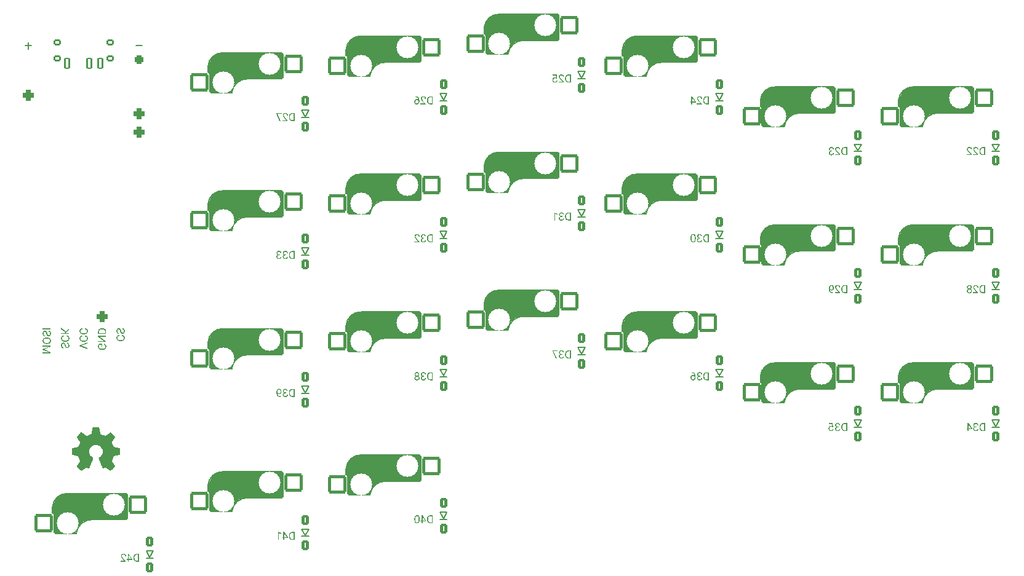
<source format=gbo>
G04 #@! TF.GenerationSoftware,KiCad,Pcbnew,7.0.2*
G04 #@! TF.CreationDate,2023-04-26T23:48:15+03:00*
G04 #@! TF.ProjectId,mriya-right,6d726979-612d-4726-9967-68742e6b6963,0.9*
G04 #@! TF.SameCoordinates,Original*
G04 #@! TF.FileFunction,Legend,Bot*
G04 #@! TF.FilePolarity,Positive*
%FSLAX46Y46*%
G04 Gerber Fmt 4.6, Leading zero omitted, Abs format (unit mm)*
G04 Created by KiCad (PCBNEW 7.0.2) date 2023-04-26 23:48:15*
%MOMM*%
%LPD*%
G01*
G04 APERTURE LIST*
G04 Aperture macros list*
%AMRoundRect*
0 Rectangle with rounded corners*
0 $1 Rounding radius*
0 $2 $3 $4 $5 $6 $7 $8 $9 X,Y pos of 4 corners*
0 Add a 4 corners polygon primitive as box body*
4,1,4,$2,$3,$4,$5,$6,$7,$8,$9,$2,$3,0*
0 Add four circle primitives for the rounded corners*
1,1,$1+$1,$2,$3*
1,1,$1+$1,$4,$5*
1,1,$1+$1,$6,$7*
1,1,$1+$1,$8,$9*
0 Add four rect primitives between the rounded corners*
20,1,$1+$1,$2,$3,$4,$5,0*
20,1,$1+$1,$4,$5,$6,$7,0*
20,1,$1+$1,$6,$7,$8,$9,0*
20,1,$1+$1,$8,$9,$2,$3,0*%
G04 Aperture macros list end*
%ADD10C,0.150000*%
%ADD11C,3.600000*%
%ADD12C,0.120000*%
%ADD13C,1.900000*%
%ADD14C,3.000000*%
%ADD15C,4.100000*%
%ADD16RoundRect,0.200000X1.075000X1.050000X-1.075000X1.050000X-1.075000X-1.050000X1.075000X-1.050000X0*%
%ADD17C,3.800000*%
%ADD18C,1.300000*%
%ADD19O,2.200000X1.400000*%
%ADD20C,2.000000*%
%ADD21C,1.500000*%
%ADD22RoundRect,0.375000X-0.375000X-0.375000X0.375000X-0.375000X0.375000X0.375000X-0.375000X0.375000X0*%
%ADD23O,1.200000X1.200000*%
%ADD24RoundRect,0.300000X-0.300000X-0.300000X0.300000X-0.300000X0.300000X0.300000X-0.300000X0.300000X0*%
%ADD25RoundRect,0.200000X0.300000X-0.500000X0.300000X0.500000X-0.300000X0.500000X-0.300000X-0.500000X0*%
%ADD26RoundRect,0.120000X-0.380000X-0.280000X0.380000X-0.280000X0.380000X0.280000X-0.380000X0.280000X0*%
%ADD27C,0.800000*%
%ADD28RoundRect,0.120000X-0.280000X-0.680000X0.280000X-0.680000X0.280000X0.680000X-0.280000X0.680000X0*%
G04 APERTURE END LIST*
D10*
X140077142Y-44728000D02*
X139162857Y-44728000D01*
X124837142Y-44728000D02*
X123922857Y-44728000D01*
X124379999Y-45185142D02*
X124379999Y-44270857D01*
G36*
X131646134Y-86060603D02*
G01*
X132553960Y-85746262D01*
X132553960Y-85587480D01*
X131453500Y-85995586D01*
X131453500Y-86124008D01*
X132553960Y-86531308D01*
X132553960Y-86373332D01*
X131646134Y-86060603D01*
G37*
G36*
X131800617Y-84646071D02*
G01*
X131789781Y-84647433D01*
X131779100Y-84648967D01*
X131758206Y-84652552D01*
X131737935Y-84656826D01*
X131718288Y-84661788D01*
X131699264Y-84667438D01*
X131680863Y-84673777D01*
X131663086Y-84680804D01*
X131645932Y-84688520D01*
X131629402Y-84696924D01*
X131613495Y-84706017D01*
X131598211Y-84715798D01*
X131583551Y-84726268D01*
X131569514Y-84737426D01*
X131556101Y-84749272D01*
X131543311Y-84761807D01*
X131531144Y-84775031D01*
X131519660Y-84788877D01*
X131508916Y-84803279D01*
X131498914Y-84818237D01*
X131489652Y-84833751D01*
X131481131Y-84849822D01*
X131473351Y-84866449D01*
X131466313Y-84883632D01*
X131460015Y-84901371D01*
X131454458Y-84919667D01*
X131449642Y-84938519D01*
X131445566Y-84957927D01*
X131442232Y-84977891D01*
X131439639Y-84998412D01*
X131437787Y-85019488D01*
X131437138Y-85030235D01*
X131436675Y-85041121D01*
X131436397Y-85052146D01*
X131436305Y-85063311D01*
X131436442Y-85075426D01*
X131436853Y-85087389D01*
X131437537Y-85099200D01*
X131438496Y-85110860D01*
X131439729Y-85122369D01*
X131441235Y-85133726D01*
X131443016Y-85144931D01*
X131445070Y-85155984D01*
X131447398Y-85166886D01*
X131450001Y-85177636D01*
X131452877Y-85188234D01*
X131456027Y-85198681D01*
X131459451Y-85208976D01*
X131463148Y-85219120D01*
X131467120Y-85229112D01*
X131475885Y-85248640D01*
X131485746Y-85267562D01*
X131496703Y-85285878D01*
X131508755Y-85303587D01*
X131515192Y-85312214D01*
X131521903Y-85320689D01*
X131528888Y-85329013D01*
X131536147Y-85337185D01*
X131543679Y-85345205D01*
X131551486Y-85353074D01*
X131559566Y-85360791D01*
X131567921Y-85368357D01*
X131576549Y-85375770D01*
X131585423Y-85382994D01*
X131594483Y-85389988D01*
X131603726Y-85396752D01*
X131613155Y-85403288D01*
X131622768Y-85409594D01*
X131632566Y-85415671D01*
X131642549Y-85421518D01*
X131652716Y-85427136D01*
X131663068Y-85432525D01*
X131673605Y-85437685D01*
X131684327Y-85442615D01*
X131695233Y-85447316D01*
X131706324Y-85451787D01*
X131717599Y-85456030D01*
X131729060Y-85460042D01*
X131740705Y-85463826D01*
X131752534Y-85467380D01*
X131764549Y-85470705D01*
X131776748Y-85473801D01*
X131789132Y-85476668D01*
X131801700Y-85479305D01*
X131814454Y-85481712D01*
X131827392Y-85483891D01*
X131840515Y-85485840D01*
X131853822Y-85487560D01*
X131867314Y-85489050D01*
X131880991Y-85490312D01*
X131894852Y-85491344D01*
X131908899Y-85492146D01*
X131923130Y-85492719D01*
X131937545Y-85493063D01*
X131952146Y-85493178D01*
X132058269Y-85493178D01*
X132077368Y-85492964D01*
X132096176Y-85492322D01*
X132114696Y-85491251D01*
X132132925Y-85489752D01*
X132150865Y-85487826D01*
X132168515Y-85485471D01*
X132185876Y-85482687D01*
X132202946Y-85479476D01*
X132219728Y-85475836D01*
X132236219Y-85471769D01*
X132252421Y-85467273D01*
X132268333Y-85462348D01*
X132283956Y-85456996D01*
X132299289Y-85451216D01*
X132314332Y-85445007D01*
X132329086Y-85438370D01*
X132343482Y-85431340D01*
X132357455Y-85423954D01*
X132371004Y-85416211D01*
X132384129Y-85408111D01*
X132396830Y-85399655D01*
X132409107Y-85390841D01*
X132420959Y-85381671D01*
X132432388Y-85372143D01*
X132443393Y-85362259D01*
X132453974Y-85352019D01*
X132464131Y-85341421D01*
X132473864Y-85330466D01*
X132483173Y-85319155D01*
X132492057Y-85307487D01*
X132500518Y-85295462D01*
X132508555Y-85283080D01*
X132516136Y-85270396D01*
X132523227Y-85257465D01*
X132529829Y-85244285D01*
X132535943Y-85230858D01*
X132541567Y-85217183D01*
X132546702Y-85203261D01*
X132551348Y-85189091D01*
X132555505Y-85174673D01*
X132559173Y-85160008D01*
X132562352Y-85145095D01*
X132565042Y-85129934D01*
X132567242Y-85114525D01*
X132568954Y-85098869D01*
X132570177Y-85082965D01*
X132570910Y-85066814D01*
X132571155Y-85050415D01*
X132571059Y-85039534D01*
X132570772Y-85028789D01*
X132569623Y-85007705D01*
X132567707Y-84987162D01*
X132565026Y-84967161D01*
X132561578Y-84947702D01*
X132557365Y-84928784D01*
X132552385Y-84910408D01*
X132546639Y-84892573D01*
X132540127Y-84875279D01*
X132532849Y-84858527D01*
X132524804Y-84842317D01*
X132515994Y-84826648D01*
X132506418Y-84811521D01*
X132496075Y-84796936D01*
X132484966Y-84782891D01*
X132473091Y-84769389D01*
X132460573Y-84756502D01*
X132447467Y-84744306D01*
X132433774Y-84732801D01*
X132419492Y-84721986D01*
X132404623Y-84711861D01*
X132389166Y-84702428D01*
X132373122Y-84693684D01*
X132356490Y-84685632D01*
X132339270Y-84678270D01*
X132321462Y-84671598D01*
X132303067Y-84665617D01*
X132284084Y-84660327D01*
X132264513Y-84655727D01*
X132244355Y-84651817D01*
X132223609Y-84648599D01*
X132202275Y-84646071D01*
X132202275Y-84791957D01*
X132218446Y-84794513D01*
X132234049Y-84797414D01*
X132249083Y-84800659D01*
X132263548Y-84804248D01*
X132277444Y-84808182D01*
X132290771Y-84812459D01*
X132303530Y-84817081D01*
X132315719Y-84822048D01*
X132327340Y-84827358D01*
X132338392Y-84833012D01*
X132348876Y-84839011D01*
X132358790Y-84845354D01*
X132368136Y-84852042D01*
X132376913Y-84859073D01*
X132385121Y-84866449D01*
X132392760Y-84874169D01*
X132399917Y-84882225D01*
X132406613Y-84890675D01*
X132412847Y-84899520D01*
X132418619Y-84908760D01*
X132423929Y-84918394D01*
X132428778Y-84928423D01*
X132433165Y-84938846D01*
X132437090Y-84949664D01*
X132440553Y-84960877D01*
X132443555Y-84972484D01*
X132446094Y-84984486D01*
X132448172Y-84996883D01*
X132449789Y-85009674D01*
X132450943Y-85022859D01*
X132451636Y-85036440D01*
X132451867Y-85050415D01*
X132451463Y-85067576D01*
X132450250Y-85084267D01*
X132448230Y-85100487D01*
X132445402Y-85116238D01*
X132441765Y-85131518D01*
X132437321Y-85146329D01*
X132432068Y-85160669D01*
X132426007Y-85174539D01*
X132419138Y-85187939D01*
X132411462Y-85200868D01*
X132402976Y-85213328D01*
X132393683Y-85225317D01*
X132383582Y-85236836D01*
X132372673Y-85247885D01*
X132360955Y-85258464D01*
X132348430Y-85268572D01*
X132335193Y-85278105D01*
X132321273Y-85287022D01*
X132306672Y-85295325D01*
X132291388Y-85303012D01*
X132275423Y-85310084D01*
X132258775Y-85316542D01*
X132241445Y-85322384D01*
X132223432Y-85327612D01*
X132204738Y-85332224D01*
X132185361Y-85336222D01*
X132165303Y-85339604D01*
X132144562Y-85342372D01*
X132123139Y-85344524D01*
X132112171Y-85345370D01*
X132101033Y-85346062D01*
X132089725Y-85346600D01*
X132078246Y-85346984D01*
X132066597Y-85347215D01*
X132054777Y-85347292D01*
X131947578Y-85347292D01*
X131936400Y-85347219D01*
X131925365Y-85347000D01*
X131914474Y-85346635D01*
X131903727Y-85346125D01*
X131882664Y-85344666D01*
X131862176Y-85342624D01*
X131842263Y-85339998D01*
X131822925Y-85336789D01*
X131804163Y-85332996D01*
X131785975Y-85328619D01*
X131768363Y-85323660D01*
X131751325Y-85318116D01*
X131734863Y-85311989D01*
X131718976Y-85305279D01*
X131703664Y-85297985D01*
X131688927Y-85290108D01*
X131674766Y-85281647D01*
X131661179Y-85272602D01*
X131648328Y-85263032D01*
X131636306Y-85252994D01*
X131625114Y-85242487D01*
X131614750Y-85231513D01*
X131605216Y-85220071D01*
X131596510Y-85208160D01*
X131588634Y-85195781D01*
X131581587Y-85182935D01*
X131575368Y-85169620D01*
X131569979Y-85155837D01*
X131565419Y-85141586D01*
X131561688Y-85126867D01*
X131558787Y-85111680D01*
X131556714Y-85096025D01*
X131555470Y-85079902D01*
X131555056Y-85063311D01*
X131555270Y-85048418D01*
X131555912Y-85033967D01*
X131556983Y-85019957D01*
X131558481Y-85006387D01*
X131560408Y-84993258D01*
X131562763Y-84980570D01*
X131565546Y-84968322D01*
X131568758Y-84956515D01*
X131572397Y-84945150D01*
X131576465Y-84934224D01*
X131580961Y-84923740D01*
X131585885Y-84913697D01*
X131591238Y-84904094D01*
X131597018Y-84894932D01*
X131606492Y-84882015D01*
X131609864Y-84877930D01*
X131620853Y-84866172D01*
X131628972Y-84858759D01*
X131637725Y-84851685D01*
X131647111Y-84844952D01*
X131657132Y-84838558D01*
X131667786Y-84832505D01*
X131679074Y-84826792D01*
X131690997Y-84821418D01*
X131703553Y-84816385D01*
X131716742Y-84811692D01*
X131730566Y-84807339D01*
X131745024Y-84803325D01*
X131760115Y-84799652D01*
X131775841Y-84796319D01*
X131792200Y-84793326D01*
X131800617Y-84791957D01*
X131800617Y-84646071D01*
G37*
G36*
X131800617Y-83644479D02*
G01*
X131789781Y-83645842D01*
X131779100Y-83647376D01*
X131758206Y-83650961D01*
X131737935Y-83655235D01*
X131718288Y-83660196D01*
X131699264Y-83665847D01*
X131680863Y-83672186D01*
X131663086Y-83679213D01*
X131645932Y-83686929D01*
X131629402Y-83695333D01*
X131613495Y-83704426D01*
X131598211Y-83714207D01*
X131583551Y-83724677D01*
X131569514Y-83735835D01*
X131556101Y-83747681D01*
X131543311Y-83760216D01*
X131531144Y-83773440D01*
X131519660Y-83787285D01*
X131508916Y-83801688D01*
X131498914Y-83816646D01*
X131489652Y-83832160D01*
X131481131Y-83848231D01*
X131473351Y-83864858D01*
X131466313Y-83882041D01*
X131460015Y-83899780D01*
X131454458Y-83918076D01*
X131449642Y-83936928D01*
X131445566Y-83956336D01*
X131442232Y-83976300D01*
X131439639Y-83996821D01*
X131437787Y-84017897D01*
X131437138Y-84028644D01*
X131436675Y-84039530D01*
X131436397Y-84050555D01*
X131436305Y-84061720D01*
X131436442Y-84073834D01*
X131436853Y-84085798D01*
X131437537Y-84097609D01*
X131438496Y-84109269D01*
X131439729Y-84120778D01*
X131441235Y-84132134D01*
X131443016Y-84143339D01*
X131445070Y-84154393D01*
X131447398Y-84165295D01*
X131450001Y-84176045D01*
X131452877Y-84186643D01*
X131456027Y-84197090D01*
X131459451Y-84207385D01*
X131463148Y-84217529D01*
X131467120Y-84227520D01*
X131475885Y-84247049D01*
X131485746Y-84265971D01*
X131496703Y-84284287D01*
X131508755Y-84301996D01*
X131515192Y-84310623D01*
X131521903Y-84319098D01*
X131528888Y-84327422D01*
X131536147Y-84335594D01*
X131543679Y-84343614D01*
X131551486Y-84351483D01*
X131559566Y-84359200D01*
X131567921Y-84366766D01*
X131576549Y-84374179D01*
X131585423Y-84381403D01*
X131594483Y-84388397D01*
X131603726Y-84395161D01*
X131613155Y-84401697D01*
X131622768Y-84408003D01*
X131632566Y-84414080D01*
X131642549Y-84419927D01*
X131652716Y-84425545D01*
X131663068Y-84430934D01*
X131673605Y-84436094D01*
X131684327Y-84441024D01*
X131695233Y-84445725D01*
X131706324Y-84450196D01*
X131717599Y-84454438D01*
X131729060Y-84458451D01*
X131740705Y-84462235D01*
X131752534Y-84465789D01*
X131764549Y-84469114D01*
X131776748Y-84472210D01*
X131789132Y-84475076D01*
X131801700Y-84477714D01*
X131814454Y-84480121D01*
X131827392Y-84482300D01*
X131840515Y-84484249D01*
X131853822Y-84485969D01*
X131867314Y-84487459D01*
X131880991Y-84488721D01*
X131894852Y-84489752D01*
X131908899Y-84490555D01*
X131923130Y-84491128D01*
X131937545Y-84491472D01*
X131952146Y-84491587D01*
X132058269Y-84491587D01*
X132077368Y-84491373D01*
X132096176Y-84490731D01*
X132114696Y-84489660D01*
X132132925Y-84488161D01*
X132150865Y-84486235D01*
X132168515Y-84483880D01*
X132185876Y-84481096D01*
X132202946Y-84477885D01*
X132219728Y-84474245D01*
X132236219Y-84470178D01*
X132252421Y-84465682D01*
X132268333Y-84460757D01*
X132283956Y-84455405D01*
X132299289Y-84449624D01*
X132314332Y-84443416D01*
X132329086Y-84436779D01*
X132343482Y-84429749D01*
X132357455Y-84422363D01*
X132371004Y-84414620D01*
X132384129Y-84406520D01*
X132396830Y-84398063D01*
X132409107Y-84389250D01*
X132420959Y-84380080D01*
X132432388Y-84370552D01*
X132443393Y-84360668D01*
X132453974Y-84350428D01*
X132464131Y-84339830D01*
X132473864Y-84328875D01*
X132483173Y-84317564D01*
X132492057Y-84305896D01*
X132500518Y-84293871D01*
X132508555Y-84281489D01*
X132516136Y-84268805D01*
X132523227Y-84255874D01*
X132529829Y-84242694D01*
X132535943Y-84229267D01*
X132541567Y-84215592D01*
X132546702Y-84201670D01*
X132551348Y-84187500D01*
X132555505Y-84173082D01*
X132559173Y-84158417D01*
X132562352Y-84143503D01*
X132565042Y-84128343D01*
X132567242Y-84112934D01*
X132568954Y-84097278D01*
X132570177Y-84081374D01*
X132570910Y-84065223D01*
X132571155Y-84048823D01*
X132571059Y-84037943D01*
X132570772Y-84027198D01*
X132569623Y-84006114D01*
X132567707Y-83985571D01*
X132565026Y-83965570D01*
X132561578Y-83946111D01*
X132557365Y-83927193D01*
X132552385Y-83908816D01*
X132546639Y-83890982D01*
X132540127Y-83873688D01*
X132532849Y-83856936D01*
X132524804Y-83840726D01*
X132515994Y-83825057D01*
X132506418Y-83809930D01*
X132496075Y-83795344D01*
X132484966Y-83781300D01*
X132473091Y-83767798D01*
X132460573Y-83754911D01*
X132447467Y-83742715D01*
X132433774Y-83731210D01*
X132419492Y-83720395D01*
X132404623Y-83710270D01*
X132389166Y-83700837D01*
X132373122Y-83692093D01*
X132356490Y-83684041D01*
X132339270Y-83676679D01*
X132321462Y-83670007D01*
X132303067Y-83664026D01*
X132284084Y-83658736D01*
X132264513Y-83654136D01*
X132244355Y-83650226D01*
X132223609Y-83647008D01*
X132202275Y-83644479D01*
X132202275Y-83790366D01*
X132218446Y-83792922D01*
X132234049Y-83795823D01*
X132249083Y-83799068D01*
X132263548Y-83802657D01*
X132277444Y-83806591D01*
X132290771Y-83810868D01*
X132303530Y-83815490D01*
X132315719Y-83820456D01*
X132327340Y-83825767D01*
X132338392Y-83831421D01*
X132348876Y-83837420D01*
X132358790Y-83843763D01*
X132368136Y-83850451D01*
X132376913Y-83857482D01*
X132385121Y-83864858D01*
X132392760Y-83872578D01*
X132399917Y-83880634D01*
X132406613Y-83889084D01*
X132412847Y-83897929D01*
X132418619Y-83907169D01*
X132423929Y-83916803D01*
X132428778Y-83926832D01*
X132433165Y-83937255D01*
X132437090Y-83948073D01*
X132440553Y-83959286D01*
X132443555Y-83970893D01*
X132446094Y-83982895D01*
X132448172Y-83995292D01*
X132449789Y-84008083D01*
X132450943Y-84021268D01*
X132451636Y-84034849D01*
X132451867Y-84048823D01*
X132451463Y-84065985D01*
X132450250Y-84082676D01*
X132448230Y-84098896D01*
X132445402Y-84114647D01*
X132441765Y-84129927D01*
X132437321Y-84144738D01*
X132432068Y-84159078D01*
X132426007Y-84172948D01*
X132419138Y-84186347D01*
X132411462Y-84199277D01*
X132402976Y-84211737D01*
X132393683Y-84223726D01*
X132383582Y-84235245D01*
X132372673Y-84246294D01*
X132360955Y-84256873D01*
X132348430Y-84266981D01*
X132335193Y-84276514D01*
X132321273Y-84285431D01*
X132306672Y-84293734D01*
X132291388Y-84301421D01*
X132275423Y-84308493D01*
X132258775Y-84314951D01*
X132241445Y-84320793D01*
X132223432Y-84326021D01*
X132204738Y-84330633D01*
X132185361Y-84334631D01*
X132165303Y-84338013D01*
X132144562Y-84340781D01*
X132123139Y-84342933D01*
X132112171Y-84343779D01*
X132101033Y-84344471D01*
X132089725Y-84345009D01*
X132078246Y-84345393D01*
X132066597Y-84345624D01*
X132054777Y-84345701D01*
X131947578Y-84345701D01*
X131936400Y-84345628D01*
X131925365Y-84345409D01*
X131914474Y-84345044D01*
X131903727Y-84344534D01*
X131882664Y-84343075D01*
X131862176Y-84341033D01*
X131842263Y-84338407D01*
X131822925Y-84335197D01*
X131804163Y-84331405D01*
X131785975Y-84327028D01*
X131768363Y-84322068D01*
X131751325Y-84316525D01*
X131734863Y-84310398D01*
X131718976Y-84303688D01*
X131703664Y-84296394D01*
X131688927Y-84288517D01*
X131674766Y-84280056D01*
X131661179Y-84271011D01*
X131648328Y-84261441D01*
X131636306Y-84251403D01*
X131625114Y-84240896D01*
X131614750Y-84229922D01*
X131605216Y-84218479D01*
X131596510Y-84206569D01*
X131588634Y-84194190D01*
X131581587Y-84181344D01*
X131575368Y-84168029D01*
X131569979Y-84154246D01*
X131565419Y-84139995D01*
X131561688Y-84125276D01*
X131558787Y-84110089D01*
X131556714Y-84094434D01*
X131555470Y-84078311D01*
X131555056Y-84061720D01*
X131555270Y-84046827D01*
X131555912Y-84032376D01*
X131556983Y-84018365D01*
X131558481Y-84004796D01*
X131560408Y-83991667D01*
X131562763Y-83978978D01*
X131565546Y-83966731D01*
X131568758Y-83954924D01*
X131572397Y-83943558D01*
X131576465Y-83932633D01*
X131580961Y-83922149D01*
X131585885Y-83912106D01*
X131591238Y-83902503D01*
X131597018Y-83893341D01*
X131606492Y-83880424D01*
X131609864Y-83876339D01*
X131620853Y-83864581D01*
X131628972Y-83857168D01*
X131637725Y-83850094D01*
X131647111Y-83843361D01*
X131657132Y-83836967D01*
X131667786Y-83830914D01*
X131679074Y-83825201D01*
X131690997Y-83819827D01*
X131703553Y-83814794D01*
X131716742Y-83810101D01*
X131730566Y-83805747D01*
X131745024Y-83801734D01*
X131760115Y-83798061D01*
X131775841Y-83794728D01*
X131792200Y-83791735D01*
X131800617Y-83790366D01*
X131800617Y-83644479D01*
G37*
G36*
X136880617Y-84567948D02*
G01*
X136869781Y-84569310D01*
X136859100Y-84570844D01*
X136838206Y-84574429D01*
X136817935Y-84578703D01*
X136798288Y-84583665D01*
X136779264Y-84589315D01*
X136760863Y-84595654D01*
X136743086Y-84602681D01*
X136725932Y-84610397D01*
X136709402Y-84618801D01*
X136693495Y-84627894D01*
X136678211Y-84637675D01*
X136663551Y-84648145D01*
X136649514Y-84659303D01*
X136636101Y-84671149D01*
X136623311Y-84683684D01*
X136611144Y-84696908D01*
X136599660Y-84710754D01*
X136588916Y-84725156D01*
X136578914Y-84740114D01*
X136569652Y-84755628D01*
X136561131Y-84771699D01*
X136553351Y-84788326D01*
X136546313Y-84805509D01*
X136540015Y-84823248D01*
X136534458Y-84841544D01*
X136529642Y-84860396D01*
X136525566Y-84879804D01*
X136522232Y-84899768D01*
X136519639Y-84920289D01*
X136517787Y-84941365D01*
X136517138Y-84952112D01*
X136516675Y-84962998D01*
X136516397Y-84974023D01*
X136516305Y-84985188D01*
X136516442Y-84997303D01*
X136516853Y-85009266D01*
X136517537Y-85021077D01*
X136518496Y-85032737D01*
X136519729Y-85044246D01*
X136521235Y-85055603D01*
X136523016Y-85066808D01*
X136525070Y-85077861D01*
X136527398Y-85088763D01*
X136530001Y-85099513D01*
X136532877Y-85110111D01*
X136536027Y-85120558D01*
X136539451Y-85130853D01*
X136543148Y-85140997D01*
X136547120Y-85150989D01*
X136555885Y-85170517D01*
X136565746Y-85189439D01*
X136576703Y-85207755D01*
X136588755Y-85225464D01*
X136595192Y-85234091D01*
X136601903Y-85242566D01*
X136608888Y-85250890D01*
X136616147Y-85259062D01*
X136623679Y-85267082D01*
X136631486Y-85274951D01*
X136639566Y-85282668D01*
X136647921Y-85290234D01*
X136656549Y-85297647D01*
X136665423Y-85304871D01*
X136674483Y-85311865D01*
X136683726Y-85318629D01*
X136693155Y-85325165D01*
X136702768Y-85331471D01*
X136712566Y-85337548D01*
X136722549Y-85343395D01*
X136732716Y-85349013D01*
X136743068Y-85354402D01*
X136753605Y-85359562D01*
X136764327Y-85364492D01*
X136775233Y-85369193D01*
X136786324Y-85373664D01*
X136797599Y-85377907D01*
X136809060Y-85381919D01*
X136820705Y-85385703D01*
X136832534Y-85389257D01*
X136844549Y-85392582D01*
X136856748Y-85395678D01*
X136869132Y-85398545D01*
X136881700Y-85401182D01*
X136894454Y-85403589D01*
X136907392Y-85405768D01*
X136920515Y-85407717D01*
X136933822Y-85409437D01*
X136947314Y-85410927D01*
X136960991Y-85412189D01*
X136974852Y-85413221D01*
X136988899Y-85414023D01*
X137003130Y-85414596D01*
X137017545Y-85414940D01*
X137032146Y-85415055D01*
X137138269Y-85415055D01*
X137157368Y-85414841D01*
X137176176Y-85414199D01*
X137194696Y-85413128D01*
X137212925Y-85411630D01*
X137230865Y-85409703D01*
X137248515Y-85407348D01*
X137265876Y-85404564D01*
X137282946Y-85401353D01*
X137299728Y-85397713D01*
X137316219Y-85393646D01*
X137332421Y-85389150D01*
X137348333Y-85384225D01*
X137363956Y-85378873D01*
X137379289Y-85373093D01*
X137394332Y-85366884D01*
X137409086Y-85360247D01*
X137423482Y-85353217D01*
X137437455Y-85345831D01*
X137451004Y-85338088D01*
X137464129Y-85329988D01*
X137476830Y-85321532D01*
X137489107Y-85312718D01*
X137500959Y-85303548D01*
X137512388Y-85294020D01*
X137523393Y-85284136D01*
X137533974Y-85273896D01*
X137544131Y-85263298D01*
X137553864Y-85252343D01*
X137563173Y-85241032D01*
X137572057Y-85229364D01*
X137580518Y-85217339D01*
X137588555Y-85204957D01*
X137596136Y-85192273D01*
X137603227Y-85179342D01*
X137609829Y-85166162D01*
X137615943Y-85152735D01*
X137621567Y-85139060D01*
X137626702Y-85125138D01*
X137631348Y-85110968D01*
X137635505Y-85096550D01*
X137639173Y-85081885D01*
X137642352Y-85066972D01*
X137645042Y-85051811D01*
X137647242Y-85036402D01*
X137648954Y-85020746D01*
X137650177Y-85004842D01*
X137650910Y-84988691D01*
X137651155Y-84972292D01*
X137651059Y-84961411D01*
X137650772Y-84950666D01*
X137649623Y-84929582D01*
X137647707Y-84909039D01*
X137645026Y-84889038D01*
X137641578Y-84869579D01*
X137637365Y-84850661D01*
X137632385Y-84832285D01*
X137626639Y-84814450D01*
X137620127Y-84797156D01*
X137612849Y-84780404D01*
X137604804Y-84764194D01*
X137595994Y-84748525D01*
X137586418Y-84733398D01*
X137576075Y-84718813D01*
X137564966Y-84704768D01*
X137553091Y-84691266D01*
X137540573Y-84678379D01*
X137527467Y-84666183D01*
X137513774Y-84654678D01*
X137499492Y-84643863D01*
X137484623Y-84633738D01*
X137469166Y-84624305D01*
X137453122Y-84615561D01*
X137436490Y-84607509D01*
X137419270Y-84600147D01*
X137401462Y-84593475D01*
X137383067Y-84587494D01*
X137364084Y-84582204D01*
X137344513Y-84577604D01*
X137324355Y-84573695D01*
X137303609Y-84570476D01*
X137282275Y-84567948D01*
X137282275Y-84713834D01*
X137298446Y-84716390D01*
X137314049Y-84719291D01*
X137329083Y-84722536D01*
X137343548Y-84726125D01*
X137357444Y-84730059D01*
X137370771Y-84734336D01*
X137383530Y-84738958D01*
X137395719Y-84743925D01*
X137407340Y-84749235D01*
X137418392Y-84754889D01*
X137428876Y-84760888D01*
X137438790Y-84767231D01*
X137448136Y-84773919D01*
X137456913Y-84780950D01*
X137465121Y-84788326D01*
X137472760Y-84796046D01*
X137479917Y-84804102D01*
X137486613Y-84812552D01*
X137492847Y-84821397D01*
X137498619Y-84830637D01*
X137503929Y-84840271D01*
X137508778Y-84850300D01*
X137513165Y-84860723D01*
X137517090Y-84871541D01*
X137520553Y-84882754D01*
X137523555Y-84894361D01*
X137526094Y-84906363D01*
X137528172Y-84918760D01*
X137529789Y-84931551D01*
X137530943Y-84944736D01*
X137531636Y-84958317D01*
X137531867Y-84972292D01*
X137531463Y-84989453D01*
X137530250Y-85006144D01*
X137528230Y-85022364D01*
X137525402Y-85038115D01*
X137521765Y-85053395D01*
X137517321Y-85068206D01*
X137512068Y-85082546D01*
X137506007Y-85096416D01*
X137499138Y-85109816D01*
X137491462Y-85122745D01*
X137482976Y-85135205D01*
X137473683Y-85147194D01*
X137463582Y-85158713D01*
X137452673Y-85169762D01*
X137440955Y-85180341D01*
X137428430Y-85190449D01*
X137415193Y-85199982D01*
X137401273Y-85208899D01*
X137386672Y-85217202D01*
X137371388Y-85224889D01*
X137355423Y-85231962D01*
X137338775Y-85238419D01*
X137321445Y-85244261D01*
X137303432Y-85249489D01*
X137284738Y-85254101D01*
X137265361Y-85258099D01*
X137245303Y-85261481D01*
X137224562Y-85264249D01*
X137203139Y-85266401D01*
X137192171Y-85267247D01*
X137181033Y-85267939D01*
X137169725Y-85268477D01*
X137158246Y-85268861D01*
X137146597Y-85269092D01*
X137134777Y-85269169D01*
X137027578Y-85269169D01*
X137016400Y-85269096D01*
X137005365Y-85268877D01*
X136994474Y-85268512D01*
X136983727Y-85268002D01*
X136962664Y-85266543D01*
X136942176Y-85264501D01*
X136922263Y-85261875D01*
X136902925Y-85258666D01*
X136884163Y-85254873D01*
X136865975Y-85250496D01*
X136848363Y-85245537D01*
X136831325Y-85239993D01*
X136814863Y-85233866D01*
X136798976Y-85227156D01*
X136783664Y-85219862D01*
X136768927Y-85211985D01*
X136754766Y-85203524D01*
X136741179Y-85194479D01*
X136728328Y-85184909D01*
X136716306Y-85174871D01*
X136705114Y-85164364D01*
X136694750Y-85153390D01*
X136685216Y-85141948D01*
X136676510Y-85130037D01*
X136668634Y-85117658D01*
X136661587Y-85104812D01*
X136655368Y-85091497D01*
X136649979Y-85077714D01*
X136645419Y-85063463D01*
X136641688Y-85048744D01*
X136638787Y-85033557D01*
X136636714Y-85017902D01*
X136635470Y-85001779D01*
X136635056Y-84985188D01*
X136635270Y-84970295D01*
X136635912Y-84955844D01*
X136636983Y-84941834D01*
X136638481Y-84928264D01*
X136640408Y-84915135D01*
X136642763Y-84902447D01*
X136645546Y-84890199D01*
X136648758Y-84878392D01*
X136652397Y-84867027D01*
X136656465Y-84856101D01*
X136660961Y-84845617D01*
X136665885Y-84835574D01*
X136671238Y-84825971D01*
X136677018Y-84816809D01*
X136686492Y-84803892D01*
X136689864Y-84799807D01*
X136700853Y-84788049D01*
X136708972Y-84780636D01*
X136717725Y-84773562D01*
X136727111Y-84766829D01*
X136737132Y-84760435D01*
X136747786Y-84754382D01*
X136759074Y-84748669D01*
X136770997Y-84743295D01*
X136783553Y-84738262D01*
X136796742Y-84733569D01*
X136810566Y-84729216D01*
X136825024Y-84725202D01*
X136840115Y-84721529D01*
X136855841Y-84718196D01*
X136872200Y-84715203D01*
X136880617Y-84713834D01*
X136880617Y-84567948D01*
G37*
G36*
X137023817Y-84051569D02*
G01*
X137027199Y-84063140D01*
X137030630Y-84074513D01*
X137034109Y-84085687D01*
X137037637Y-84096663D01*
X137041212Y-84107441D01*
X137044836Y-84118020D01*
X137048508Y-84128401D01*
X137052229Y-84138584D01*
X137059814Y-84158354D01*
X137067593Y-84177331D01*
X137075565Y-84195514D01*
X137083730Y-84212904D01*
X137092088Y-84229500D01*
X137100639Y-84245304D01*
X137109383Y-84260313D01*
X137118321Y-84274529D01*
X137127451Y-84287952D01*
X137136775Y-84300582D01*
X137146291Y-84312418D01*
X137156001Y-84323460D01*
X137165984Y-84333741D01*
X137176252Y-84343359D01*
X137186806Y-84352313D01*
X137197645Y-84360604D01*
X137208769Y-84368231D01*
X137220179Y-84375196D01*
X137231875Y-84381497D01*
X137243855Y-84387135D01*
X137256122Y-84392109D01*
X137268674Y-84396420D01*
X137281511Y-84400068D01*
X137294633Y-84403053D01*
X137308042Y-84405375D01*
X137321735Y-84407033D01*
X137335714Y-84408028D01*
X137349979Y-84408359D01*
X137366123Y-84407953D01*
X137381913Y-84406735D01*
X137397347Y-84404704D01*
X137412427Y-84401861D01*
X137427152Y-84398206D01*
X137441523Y-84393738D01*
X137455539Y-84388458D01*
X137469200Y-84382366D01*
X137482506Y-84375461D01*
X137495458Y-84367744D01*
X137508055Y-84359215D01*
X137520297Y-84349874D01*
X137532185Y-84339720D01*
X137543717Y-84328754D01*
X137554895Y-84316976D01*
X137565719Y-84304385D01*
X137576064Y-84291145D01*
X137585743Y-84277418D01*
X137594754Y-84263203D01*
X137603097Y-84248502D01*
X137610773Y-84233314D01*
X137617781Y-84217639D01*
X137624122Y-84201477D01*
X137629796Y-84184828D01*
X137634802Y-84167692D01*
X137639140Y-84150069D01*
X137642811Y-84131960D01*
X137645815Y-84113363D01*
X137648151Y-84094279D01*
X137649820Y-84074708D01*
X137650821Y-84054651D01*
X137651155Y-84034106D01*
X137650984Y-84020063D01*
X137650471Y-84006211D01*
X137649615Y-83992550D01*
X137648418Y-83979080D01*
X137646878Y-83965800D01*
X137644996Y-83952712D01*
X137642773Y-83939815D01*
X137640207Y-83927109D01*
X137637298Y-83914594D01*
X137634048Y-83902270D01*
X137630456Y-83890137D01*
X137626521Y-83878195D01*
X137622245Y-83866444D01*
X137617626Y-83854884D01*
X137612665Y-83843515D01*
X137607362Y-83832337D01*
X137601758Y-83821378D01*
X137595893Y-83810734D01*
X137589769Y-83800405D01*
X137583383Y-83790391D01*
X137576738Y-83780692D01*
X137569833Y-83771308D01*
X137562667Y-83762238D01*
X137555241Y-83753483D01*
X137547554Y-83745043D01*
X137539608Y-83736918D01*
X137531401Y-83729108D01*
X137522933Y-83721612D01*
X137514206Y-83714432D01*
X137505218Y-83707566D01*
X137495970Y-83701015D01*
X137486462Y-83694779D01*
X137476768Y-83688858D01*
X137466962Y-83683319D01*
X137457046Y-83678162D01*
X137447018Y-83673387D01*
X137436879Y-83668994D01*
X137426629Y-83664983D01*
X137416267Y-83661353D01*
X137405795Y-83658106D01*
X137395210Y-83655241D01*
X137384515Y-83652758D01*
X137373709Y-83650657D01*
X137362791Y-83648938D01*
X137351762Y-83647601D01*
X137340622Y-83646646D01*
X137329370Y-83646073D01*
X137318008Y-83645882D01*
X137318008Y-83791768D01*
X137330300Y-83792016D01*
X137342259Y-83792759D01*
X137353884Y-83793997D01*
X137365175Y-83795731D01*
X137376133Y-83797960D01*
X137386757Y-83800685D01*
X137397047Y-83803904D01*
X137411857Y-83809663D01*
X137425915Y-83816536D01*
X137439223Y-83824524D01*
X137451780Y-83833626D01*
X137463585Y-83843842D01*
X137474640Y-83855174D01*
X137484867Y-83867520D01*
X137491126Y-83876260D01*
X137496939Y-83885408D01*
X137502303Y-83894962D01*
X137507221Y-83904924D01*
X137511692Y-83915293D01*
X137515716Y-83926069D01*
X137519292Y-83937252D01*
X137522422Y-83948842D01*
X137525104Y-83960840D01*
X137527340Y-83973245D01*
X137529128Y-83986057D01*
X137530469Y-83999276D01*
X137531364Y-84012903D01*
X137531811Y-84026936D01*
X137531867Y-84034106D01*
X137531681Y-84047355D01*
X137531124Y-84060234D01*
X137530195Y-84072744D01*
X137528894Y-84084884D01*
X137527223Y-84096655D01*
X137525179Y-84108057D01*
X137522764Y-84119089D01*
X137519978Y-84129751D01*
X137516820Y-84140045D01*
X137511387Y-84154792D01*
X137505117Y-84168708D01*
X137498012Y-84181793D01*
X137490071Y-84194047D01*
X137484312Y-84201754D01*
X137475073Y-84212461D01*
X137465186Y-84222115D01*
X137454652Y-84230716D01*
X137443471Y-84238264D01*
X137431643Y-84244758D01*
X137419168Y-84250199D01*
X137406046Y-84254587D01*
X137392277Y-84257922D01*
X137377861Y-84260204D01*
X137362798Y-84261433D01*
X137352397Y-84261667D01*
X137339887Y-84261166D01*
X137327745Y-84259665D01*
X137315971Y-84257162D01*
X137304566Y-84253657D01*
X137293529Y-84249152D01*
X137282860Y-84243645D01*
X137272560Y-84237137D01*
X137262629Y-84229628D01*
X137253065Y-84221118D01*
X137243870Y-84211607D01*
X137237945Y-84204710D01*
X137229248Y-84193278D01*
X137220688Y-84180445D01*
X137215058Y-84171109D01*
X137209488Y-84161151D01*
X137203979Y-84150569D01*
X137198531Y-84139364D01*
X137193144Y-84127535D01*
X137187818Y-84115083D01*
X137182553Y-84102007D01*
X137177349Y-84088308D01*
X137172205Y-84073986D01*
X137167123Y-84059041D01*
X137162101Y-84043472D01*
X137157140Y-84027279D01*
X137152240Y-84010463D01*
X137147372Y-83993536D01*
X137142442Y-83977077D01*
X137137449Y-83961086D01*
X137132392Y-83945563D01*
X137127273Y-83930509D01*
X137122090Y-83915922D01*
X137116845Y-83901803D01*
X137111537Y-83888153D01*
X137106166Y-83874970D01*
X137100731Y-83862256D01*
X137095234Y-83850009D01*
X137089674Y-83838231D01*
X137084051Y-83826921D01*
X137078365Y-83816078D01*
X137072616Y-83805704D01*
X137066804Y-83795798D01*
X137060932Y-83786283D01*
X137054936Y-83777080D01*
X137048817Y-83768190D01*
X137039405Y-83755441D01*
X137029715Y-83743396D01*
X137019746Y-83732054D01*
X137009499Y-83721416D01*
X136998973Y-83711482D01*
X136988168Y-83702252D01*
X136977085Y-83693725D01*
X136965723Y-83685902D01*
X136957994Y-83681077D01*
X136946163Y-83674355D01*
X136933946Y-83668295D01*
X136921341Y-83662895D01*
X136908349Y-83658157D01*
X136894970Y-83654079D01*
X136881203Y-83650663D01*
X136867049Y-83647908D01*
X136852508Y-83645815D01*
X136837580Y-83644382D01*
X136822264Y-83643611D01*
X136811839Y-83643464D01*
X136795288Y-83643872D01*
X136779154Y-83645097D01*
X136763434Y-83647138D01*
X136748131Y-83649996D01*
X136733243Y-83653670D01*
X136718771Y-83658161D01*
X136704714Y-83663468D01*
X136691073Y-83669592D01*
X136677847Y-83676532D01*
X136665037Y-83684289D01*
X136652643Y-83692862D01*
X136640664Y-83702252D01*
X136629101Y-83712458D01*
X136617953Y-83723481D01*
X136607221Y-83735320D01*
X136596905Y-83747975D01*
X136587145Y-83761280D01*
X136578014Y-83775132D01*
X136569513Y-83789532D01*
X136561642Y-83804480D01*
X136554401Y-83819975D01*
X136547789Y-83836019D01*
X136541807Y-83852610D01*
X136536455Y-83869749D01*
X136531732Y-83887436D01*
X136527639Y-83905670D01*
X136524176Y-83924453D01*
X136521342Y-83943783D01*
X136519138Y-83963662D01*
X136517564Y-83984088D01*
X136516620Y-84005062D01*
X136516305Y-84026583D01*
X136516474Y-84040697D01*
X136516981Y-84054693D01*
X136517826Y-84068571D01*
X136519008Y-84082332D01*
X136520529Y-84095975D01*
X136522388Y-84109501D01*
X136524584Y-84122909D01*
X136527119Y-84136199D01*
X136529991Y-84149373D01*
X136533201Y-84162428D01*
X136536750Y-84175366D01*
X136540636Y-84188187D01*
X136544860Y-84200889D01*
X136549422Y-84213475D01*
X136554322Y-84225943D01*
X136559560Y-84238293D01*
X136565126Y-84250377D01*
X136570941Y-84262112D01*
X136577006Y-84273499D01*
X136583320Y-84284537D01*
X136589885Y-84295227D01*
X136596699Y-84305569D01*
X136603763Y-84315562D01*
X136611077Y-84325207D01*
X136618641Y-84334503D01*
X136626454Y-84343451D01*
X136634517Y-84352050D01*
X136642830Y-84360301D01*
X136651393Y-84368204D01*
X136660205Y-84375758D01*
X136669268Y-84382964D01*
X136678580Y-84389821D01*
X136688129Y-84396263D01*
X136697836Y-84402289D01*
X136707700Y-84407900D01*
X136717721Y-84413095D01*
X136727900Y-84417874D01*
X136738236Y-84422238D01*
X136748730Y-84426186D01*
X136759381Y-84429718D01*
X136770190Y-84432835D01*
X136781156Y-84435537D01*
X136792279Y-84437822D01*
X136803560Y-84439693D01*
X136814999Y-84441147D01*
X136826594Y-84442186D01*
X136838347Y-84442810D01*
X136850258Y-84443017D01*
X136850258Y-84297131D01*
X136837962Y-84296844D01*
X136825994Y-84295981D01*
X136814353Y-84294543D01*
X136803040Y-84292530D01*
X136792054Y-84289942D01*
X136781395Y-84286779D01*
X136771064Y-84283041D01*
X136761061Y-84278727D01*
X136751384Y-84273839D01*
X136742036Y-84268375D01*
X136733014Y-84262337D01*
X136724320Y-84255723D01*
X136715954Y-84248534D01*
X136707915Y-84240770D01*
X136700203Y-84232431D01*
X136692819Y-84223516D01*
X136685824Y-84214120D01*
X136679281Y-84204336D01*
X136673189Y-84194163D01*
X136667548Y-84183602D01*
X136662358Y-84172653D01*
X136657620Y-84161316D01*
X136653332Y-84149590D01*
X136649497Y-84137476D01*
X136646112Y-84124973D01*
X136643179Y-84112082D01*
X136640697Y-84098803D01*
X136638666Y-84085136D01*
X136637086Y-84071080D01*
X136635958Y-84056636D01*
X136635281Y-84041804D01*
X136635056Y-84026583D01*
X136635239Y-84012452D01*
X136635790Y-83998738D01*
X136636709Y-83985443D01*
X136637994Y-83972564D01*
X136639647Y-83960104D01*
X136641667Y-83948061D01*
X136644055Y-83936436D01*
X136646810Y-83925229D01*
X136649932Y-83914439D01*
X136653422Y-83904067D01*
X136659345Y-83889292D01*
X136666094Y-83875457D01*
X136673670Y-83862562D01*
X136682072Y-83850606D01*
X136691188Y-83839659D01*
X136700903Y-83829789D01*
X136711218Y-83820995D01*
X136722133Y-83813278D01*
X136733648Y-83806638D01*
X136745762Y-83801075D01*
X136758476Y-83796588D01*
X136771790Y-83793179D01*
X136785704Y-83790846D01*
X136800218Y-83789589D01*
X136810227Y-83789350D01*
X136825164Y-83789848D01*
X136839450Y-83791343D01*
X136853085Y-83793834D01*
X136866067Y-83797322D01*
X136878398Y-83801806D01*
X136890077Y-83807287D01*
X136901105Y-83813764D01*
X136911481Y-83821238D01*
X136921205Y-83829708D01*
X136930277Y-83839174D01*
X136935963Y-83846039D01*
X136944313Y-83857478D01*
X136952640Y-83870537D01*
X136958178Y-83880143D01*
X136963706Y-83890469D01*
X136969223Y-83901515D01*
X136974730Y-83913280D01*
X136980226Y-83925766D01*
X136985711Y-83938972D01*
X136991187Y-83952897D01*
X136996651Y-83967543D01*
X137002105Y-83982908D01*
X137007549Y-83998993D01*
X137012982Y-84015799D01*
X137018405Y-84033324D01*
X137023817Y-84051569D01*
G37*
G36*
X129403817Y-86038212D02*
G01*
X129407199Y-86049783D01*
X129410630Y-86061156D01*
X129414109Y-86072330D01*
X129417637Y-86083306D01*
X129421212Y-86094084D01*
X129424836Y-86104663D01*
X129428508Y-86115044D01*
X129432229Y-86125227D01*
X129439814Y-86144997D01*
X129447593Y-86163974D01*
X129455565Y-86182157D01*
X129463730Y-86199547D01*
X129472088Y-86216143D01*
X129480639Y-86231947D01*
X129489383Y-86246956D01*
X129498321Y-86261173D01*
X129507451Y-86274595D01*
X129516775Y-86287225D01*
X129526291Y-86299061D01*
X129536001Y-86310104D01*
X129545984Y-86320384D01*
X129556252Y-86330002D01*
X129566806Y-86338956D01*
X129577645Y-86347247D01*
X129588769Y-86354874D01*
X129600179Y-86361839D01*
X129611875Y-86368140D01*
X129623855Y-86373778D01*
X129636122Y-86378752D01*
X129648674Y-86383063D01*
X129661511Y-86386711D01*
X129674633Y-86389696D01*
X129688042Y-86392018D01*
X129701735Y-86393676D01*
X129715714Y-86394671D01*
X129729979Y-86395002D01*
X129746123Y-86394596D01*
X129761913Y-86393378D01*
X129777347Y-86391347D01*
X129792427Y-86388504D01*
X129807152Y-86384849D01*
X129821523Y-86380381D01*
X129835539Y-86375101D01*
X129849200Y-86369009D01*
X129862506Y-86362104D01*
X129875458Y-86354387D01*
X129888055Y-86345858D01*
X129900297Y-86336517D01*
X129912185Y-86326363D01*
X129923717Y-86315397D01*
X129934895Y-86303619D01*
X129945719Y-86291028D01*
X129956064Y-86277788D01*
X129965743Y-86264061D01*
X129974754Y-86249847D01*
X129983097Y-86235145D01*
X129990773Y-86219957D01*
X129997781Y-86204282D01*
X130004122Y-86188120D01*
X130009796Y-86171471D01*
X130014802Y-86154335D01*
X130019140Y-86136712D01*
X130022811Y-86118603D01*
X130025815Y-86100006D01*
X130028151Y-86080922D01*
X130029820Y-86061351D01*
X130030821Y-86041294D01*
X130031155Y-86020749D01*
X130030984Y-86006706D01*
X130030471Y-85992854D01*
X130029615Y-85979193D01*
X130028418Y-85965723D01*
X130026878Y-85952444D01*
X130024996Y-85939355D01*
X130022773Y-85926458D01*
X130020207Y-85913752D01*
X130017298Y-85901237D01*
X130014048Y-85888913D01*
X130010456Y-85876780D01*
X130006521Y-85864838D01*
X130002245Y-85853087D01*
X129997626Y-85841527D01*
X129992665Y-85830158D01*
X129987362Y-85818980D01*
X129981758Y-85808021D01*
X129975893Y-85797377D01*
X129969769Y-85787048D01*
X129963383Y-85777034D01*
X129956738Y-85767335D01*
X129949833Y-85757951D01*
X129942667Y-85748881D01*
X129935241Y-85740126D01*
X129927554Y-85731686D01*
X129919608Y-85723561D01*
X129911401Y-85715751D01*
X129902933Y-85708256D01*
X129894206Y-85701075D01*
X129885218Y-85694209D01*
X129875970Y-85687658D01*
X129866462Y-85681422D01*
X129856768Y-85675501D01*
X129846962Y-85669962D01*
X129837046Y-85664805D01*
X129827018Y-85660030D01*
X129816879Y-85655637D01*
X129806629Y-85651626D01*
X129796267Y-85647996D01*
X129785795Y-85644749D01*
X129775210Y-85641884D01*
X129764515Y-85639401D01*
X129753709Y-85637300D01*
X129742791Y-85635581D01*
X129731762Y-85634244D01*
X129720622Y-85633289D01*
X129709370Y-85632716D01*
X129698008Y-85632525D01*
X129698008Y-85778411D01*
X129710300Y-85778659D01*
X129722259Y-85779402D01*
X129733884Y-85780640D01*
X129745175Y-85782374D01*
X129756133Y-85784603D01*
X129766757Y-85787328D01*
X129777047Y-85790547D01*
X129791857Y-85796306D01*
X129805915Y-85803179D01*
X129819223Y-85811167D01*
X129831780Y-85820269D01*
X129843585Y-85830485D01*
X129854640Y-85841817D01*
X129864867Y-85854163D01*
X129871126Y-85862903D01*
X129876939Y-85872051D01*
X129882303Y-85881605D01*
X129887221Y-85891567D01*
X129891692Y-85901936D01*
X129895716Y-85912712D01*
X129899292Y-85923895D01*
X129902422Y-85935486D01*
X129905104Y-85947483D01*
X129907340Y-85959888D01*
X129909128Y-85972700D01*
X129910469Y-85985919D01*
X129911364Y-85999546D01*
X129911811Y-86013579D01*
X129911867Y-86020749D01*
X129911681Y-86033998D01*
X129911124Y-86046877D01*
X129910195Y-86059387D01*
X129908894Y-86071527D01*
X129907223Y-86083298D01*
X129905179Y-86094700D01*
X129902764Y-86105732D01*
X129899978Y-86116395D01*
X129896820Y-86126688D01*
X129891387Y-86141435D01*
X129885117Y-86155351D01*
X129878012Y-86168436D01*
X129870071Y-86180690D01*
X129864312Y-86188397D01*
X129855073Y-86199104D01*
X129845186Y-86208758D01*
X129834652Y-86217359D01*
X129823471Y-86224907D01*
X129811643Y-86231401D01*
X129799168Y-86236842D01*
X129786046Y-86241231D01*
X129772277Y-86244566D01*
X129757861Y-86246847D01*
X129742798Y-86248076D01*
X129732397Y-86248310D01*
X129719887Y-86247809D01*
X129707745Y-86246308D01*
X129695971Y-86243805D01*
X129684566Y-86240300D01*
X129673529Y-86235795D01*
X129662860Y-86230288D01*
X129652560Y-86223781D01*
X129642629Y-86216272D01*
X129633065Y-86207761D01*
X129623870Y-86198250D01*
X129617945Y-86191353D01*
X129609248Y-86179921D01*
X129600688Y-86167088D01*
X129595058Y-86157752D01*
X129589488Y-86147794D01*
X129583979Y-86137212D01*
X129578531Y-86126007D01*
X129573144Y-86114178D01*
X129567818Y-86101726D01*
X129562553Y-86088650D01*
X129557349Y-86074952D01*
X129552205Y-86060629D01*
X129547123Y-86045684D01*
X129542101Y-86030115D01*
X129537140Y-86013922D01*
X129532240Y-85997106D01*
X129527372Y-85980179D01*
X129522442Y-85963720D01*
X129517449Y-85947729D01*
X129512392Y-85932206D01*
X129507273Y-85917152D01*
X129502090Y-85902565D01*
X129496845Y-85888446D01*
X129491537Y-85874796D01*
X129486166Y-85861613D01*
X129480731Y-85848899D01*
X129475234Y-85836652D01*
X129469674Y-85824874D01*
X129464051Y-85813564D01*
X129458365Y-85802721D01*
X129452616Y-85792347D01*
X129446804Y-85782441D01*
X129440932Y-85772926D01*
X129434936Y-85763723D01*
X129428817Y-85754833D01*
X129419405Y-85742084D01*
X129409715Y-85730039D01*
X129399746Y-85718697D01*
X129389499Y-85708059D01*
X129378973Y-85698125D01*
X129368168Y-85688895D01*
X129357085Y-85680368D01*
X129345723Y-85672545D01*
X129337994Y-85667720D01*
X129326163Y-85660998D01*
X129313946Y-85654938D01*
X129301341Y-85649538D01*
X129288349Y-85644800D01*
X129274970Y-85640723D01*
X129261203Y-85637306D01*
X129247049Y-85634552D01*
X129232508Y-85632458D01*
X129217580Y-85631025D01*
X129202264Y-85630254D01*
X129191839Y-85630107D01*
X129175288Y-85630515D01*
X129159154Y-85631740D01*
X129143434Y-85633781D01*
X129128131Y-85636639D01*
X129113243Y-85640313D01*
X129098771Y-85644804D01*
X129084714Y-85650111D01*
X129071073Y-85656235D01*
X129057847Y-85663175D01*
X129045037Y-85670932D01*
X129032643Y-85679505D01*
X129020664Y-85688895D01*
X129009101Y-85699101D01*
X128997953Y-85710124D01*
X128987221Y-85721963D01*
X128976905Y-85734619D01*
X128967145Y-85747923D01*
X128958014Y-85761775D01*
X128949513Y-85776175D01*
X128941642Y-85791123D01*
X128934401Y-85806618D01*
X128927789Y-85822662D01*
X128921807Y-85839253D01*
X128916455Y-85856392D01*
X128911732Y-85874079D01*
X128907639Y-85892314D01*
X128904176Y-85911096D01*
X128901342Y-85930426D01*
X128899138Y-85950305D01*
X128897564Y-85970731D01*
X128896620Y-85991705D01*
X128896305Y-86013226D01*
X128896474Y-86027340D01*
X128896981Y-86041336D01*
X128897826Y-86055214D01*
X128899008Y-86068975D01*
X128900529Y-86082618D01*
X128902388Y-86096144D01*
X128904584Y-86109552D01*
X128907119Y-86122843D01*
X128909991Y-86136016D01*
X128913201Y-86149071D01*
X128916750Y-86162009D01*
X128920636Y-86174830D01*
X128924860Y-86187533D01*
X128929422Y-86200118D01*
X128934322Y-86212586D01*
X128939560Y-86224936D01*
X128945126Y-86237020D01*
X128950941Y-86248755D01*
X128957006Y-86260142D01*
X128963320Y-86271180D01*
X128969885Y-86281870D01*
X128976699Y-86292212D01*
X128983763Y-86302205D01*
X128991077Y-86311850D01*
X128998641Y-86321146D01*
X129006454Y-86330094D01*
X129014517Y-86338693D01*
X129022830Y-86346945D01*
X129031393Y-86354847D01*
X129040205Y-86362401D01*
X129049268Y-86369607D01*
X129058580Y-86376464D01*
X129068129Y-86382906D01*
X129077836Y-86388932D01*
X129087700Y-86394543D01*
X129097721Y-86399738D01*
X129107900Y-86404517D01*
X129118236Y-86408881D01*
X129128730Y-86412829D01*
X129139381Y-86416361D01*
X129150190Y-86419478D01*
X129161156Y-86422180D01*
X129172279Y-86424465D01*
X129183560Y-86426336D01*
X129194999Y-86427790D01*
X129206594Y-86428829D01*
X129218347Y-86429453D01*
X129230258Y-86429660D01*
X129230258Y-86283774D01*
X129217962Y-86283487D01*
X129205994Y-86282624D01*
X129194353Y-86281186D01*
X129183040Y-86279173D01*
X129172054Y-86276585D01*
X129161395Y-86273422D01*
X129151064Y-86269684D01*
X129141061Y-86265370D01*
X129131384Y-86260482D01*
X129122036Y-86255018D01*
X129113014Y-86248980D01*
X129104320Y-86242366D01*
X129095954Y-86235177D01*
X129087915Y-86227413D01*
X129080203Y-86219074D01*
X129072819Y-86210159D01*
X129065824Y-86200763D01*
X129059281Y-86190979D01*
X129053189Y-86180806D01*
X129047548Y-86170245D01*
X129042358Y-86159296D01*
X129037620Y-86147959D01*
X129033332Y-86136233D01*
X129029497Y-86124119D01*
X129026112Y-86111616D01*
X129023179Y-86098725D01*
X129020697Y-86085446D01*
X129018666Y-86071779D01*
X129017086Y-86057723D01*
X129015958Y-86043279D01*
X129015281Y-86028447D01*
X129015056Y-86013226D01*
X129015239Y-85999095D01*
X129015790Y-85985382D01*
X129016709Y-85972086D01*
X129017994Y-85959207D01*
X129019647Y-85946747D01*
X129021667Y-85934704D01*
X129024055Y-85923079D01*
X129026810Y-85911872D01*
X129029932Y-85901082D01*
X129033422Y-85890710D01*
X129039345Y-85875935D01*
X129046094Y-85862100D01*
X129053670Y-85849205D01*
X129062072Y-85837249D01*
X129071188Y-85826302D01*
X129080903Y-85816432D01*
X129091218Y-85807638D01*
X129102133Y-85799921D01*
X129113648Y-85793281D01*
X129125762Y-85787718D01*
X129138476Y-85783232D01*
X129151790Y-85779822D01*
X129165704Y-85777489D01*
X129180218Y-85776233D01*
X129190227Y-85775993D01*
X129205164Y-85776492D01*
X129219450Y-85777986D01*
X129233085Y-85780477D01*
X129246067Y-85783965D01*
X129258398Y-85788449D01*
X129270077Y-85793930D01*
X129281105Y-85800407D01*
X129291481Y-85807881D01*
X129301205Y-85816351D01*
X129310277Y-85825817D01*
X129315963Y-85832682D01*
X129324313Y-85844121D01*
X129332640Y-85857180D01*
X129338178Y-85866786D01*
X129343706Y-85877112D01*
X129349223Y-85888158D01*
X129354730Y-85899923D01*
X129360226Y-85912409D01*
X129365711Y-85925615D01*
X129371187Y-85939540D01*
X129376651Y-85954186D01*
X129382105Y-85969551D01*
X129387549Y-85985637D01*
X129392982Y-86002442D01*
X129398405Y-86019967D01*
X129403817Y-86038212D01*
G37*
G36*
X129260617Y-84639531D02*
G01*
X129249781Y-84640894D01*
X129239100Y-84642428D01*
X129218206Y-84646013D01*
X129197935Y-84650286D01*
X129178288Y-84655248D01*
X129159264Y-84660899D01*
X129140863Y-84667238D01*
X129123086Y-84674265D01*
X129105932Y-84681981D01*
X129089402Y-84690385D01*
X129073495Y-84699478D01*
X129058211Y-84709259D01*
X129043551Y-84719728D01*
X129029514Y-84730887D01*
X129016101Y-84742733D01*
X129003311Y-84755268D01*
X128991144Y-84768492D01*
X128979660Y-84782337D01*
X128968916Y-84796739D01*
X128958914Y-84811698D01*
X128949652Y-84827212D01*
X128941131Y-84843283D01*
X128933351Y-84859910D01*
X128926313Y-84877093D01*
X128920015Y-84894832D01*
X128914458Y-84913128D01*
X128909642Y-84931980D01*
X128905566Y-84951388D01*
X128902232Y-84971352D01*
X128899639Y-84991872D01*
X128897787Y-85012949D01*
X128897138Y-85023696D01*
X128896675Y-85034582D01*
X128896397Y-85045607D01*
X128896305Y-85056771D01*
X128896442Y-85068886D01*
X128896853Y-85080850D01*
X128897537Y-85092661D01*
X128898496Y-85104321D01*
X128899729Y-85115830D01*
X128901235Y-85127186D01*
X128903016Y-85138391D01*
X128905070Y-85149445D01*
X128907398Y-85160346D01*
X128910001Y-85171097D01*
X128912877Y-85181695D01*
X128916027Y-85192142D01*
X128919451Y-85202437D01*
X128923148Y-85212580D01*
X128927120Y-85222572D01*
X128935885Y-85242101D01*
X128945746Y-85261023D01*
X128956703Y-85279339D01*
X128968755Y-85297048D01*
X128975192Y-85305675D01*
X128981903Y-85314150D01*
X128988888Y-85322474D01*
X128996147Y-85330646D01*
X129003679Y-85338666D01*
X129011486Y-85346535D01*
X129019566Y-85354252D01*
X129027921Y-85361817D01*
X129036549Y-85369231D01*
X129045423Y-85376455D01*
X129054483Y-85383449D01*
X129063726Y-85390213D01*
X129073155Y-85396749D01*
X129082768Y-85403055D01*
X129092566Y-85409131D01*
X129102549Y-85414979D01*
X129112716Y-85420597D01*
X129123068Y-85425986D01*
X129133605Y-85431145D01*
X129144327Y-85436076D01*
X129155233Y-85440776D01*
X129166324Y-85445248D01*
X129177599Y-85449490D01*
X129189060Y-85453503D01*
X129200705Y-85457287D01*
X129212534Y-85460841D01*
X129224549Y-85464166D01*
X129236748Y-85467262D01*
X129249132Y-85470128D01*
X129261700Y-85472765D01*
X129274454Y-85475173D01*
X129287392Y-85477352D01*
X129300515Y-85479301D01*
X129313822Y-85481021D01*
X129327314Y-85482511D01*
X129340991Y-85483772D01*
X129354852Y-85484804D01*
X129368899Y-85485607D01*
X129383130Y-85486180D01*
X129397545Y-85486524D01*
X129412146Y-85486639D01*
X129518269Y-85486639D01*
X129537368Y-85486425D01*
X129556176Y-85485782D01*
X129574696Y-85484712D01*
X129592925Y-85483213D01*
X129610865Y-85481286D01*
X129628515Y-85478931D01*
X129645876Y-85476148D01*
X129662946Y-85472937D01*
X129679728Y-85469297D01*
X129696219Y-85465229D01*
X129712421Y-85460733D01*
X129728333Y-85455809D01*
X129743956Y-85450457D01*
X129759289Y-85444676D01*
X129774332Y-85438468D01*
X129789086Y-85431831D01*
X129803482Y-85424801D01*
X129817455Y-85417415D01*
X129831004Y-85409672D01*
X129844129Y-85401572D01*
X129856830Y-85393115D01*
X129869107Y-85384302D01*
X129880959Y-85375131D01*
X129892388Y-85365604D01*
X129903393Y-85355720D01*
X129913974Y-85345479D01*
X129924131Y-85334882D01*
X129933864Y-85323927D01*
X129943173Y-85312616D01*
X129952057Y-85300948D01*
X129960518Y-85288923D01*
X129968555Y-85276541D01*
X129976136Y-85263857D01*
X129983227Y-85250925D01*
X129989829Y-85237746D01*
X129995943Y-85224319D01*
X130001567Y-85210644D01*
X130006702Y-85196722D01*
X130011348Y-85182552D01*
X130015505Y-85168134D01*
X130019173Y-85153468D01*
X130022352Y-85138555D01*
X130025042Y-85123395D01*
X130027242Y-85107986D01*
X130028954Y-85092330D01*
X130030177Y-85076426D01*
X130030910Y-85060275D01*
X130031155Y-85043875D01*
X130031059Y-85032995D01*
X130030772Y-85022250D01*
X130029623Y-85001166D01*
X130027707Y-84980623D01*
X130025026Y-84960622D01*
X130021578Y-84941163D01*
X130017365Y-84922245D01*
X130012385Y-84903868D01*
X130006639Y-84886033D01*
X130000127Y-84868740D01*
X129992849Y-84851988D01*
X129984804Y-84835778D01*
X129975994Y-84820109D01*
X129966418Y-84804982D01*
X129956075Y-84790396D01*
X129944966Y-84776352D01*
X129933091Y-84762850D01*
X129920573Y-84749963D01*
X129907467Y-84737767D01*
X129893774Y-84726261D01*
X129879492Y-84715447D01*
X129864623Y-84705322D01*
X129849166Y-84695888D01*
X129833122Y-84687145D01*
X129816490Y-84679093D01*
X129799270Y-84671730D01*
X129781462Y-84665059D01*
X129763067Y-84659078D01*
X129744084Y-84653787D01*
X129724513Y-84649188D01*
X129704355Y-84645278D01*
X129683609Y-84642059D01*
X129662275Y-84639531D01*
X129662275Y-84785418D01*
X129678446Y-84787974D01*
X129694049Y-84790875D01*
X129709083Y-84794120D01*
X129723548Y-84797709D01*
X129737444Y-84801643D01*
X129750771Y-84805920D01*
X129763530Y-84810542D01*
X129775719Y-84815508D01*
X129787340Y-84820819D01*
X129798392Y-84826473D01*
X129808876Y-84832472D01*
X129818790Y-84838815D01*
X129828136Y-84845502D01*
X129836913Y-84852534D01*
X129845121Y-84859910D01*
X129852760Y-84867630D01*
X129859917Y-84875686D01*
X129866613Y-84884136D01*
X129872847Y-84892981D01*
X129878619Y-84902221D01*
X129883929Y-84911855D01*
X129888778Y-84921884D01*
X129893165Y-84932307D01*
X129897090Y-84943125D01*
X129900553Y-84954338D01*
X129903555Y-84965945D01*
X129906094Y-84977947D01*
X129908172Y-84990343D01*
X129909789Y-85003134D01*
X129910943Y-85016320D01*
X129911636Y-85029900D01*
X129911867Y-85043875D01*
X129911463Y-85061036D01*
X129910250Y-85077727D01*
X129908230Y-85093948D01*
X129905402Y-85109699D01*
X129901765Y-85124979D01*
X129897321Y-85139789D01*
X129892068Y-85154130D01*
X129886007Y-85168000D01*
X129879138Y-85181399D01*
X129871462Y-85194329D01*
X129862976Y-85206788D01*
X129853683Y-85218778D01*
X129843582Y-85230297D01*
X129832673Y-85241346D01*
X129820955Y-85251924D01*
X129808430Y-85262033D01*
X129795193Y-85271565D01*
X129781273Y-85280483D01*
X129766672Y-85288785D01*
X129751388Y-85296473D01*
X129735423Y-85303545D01*
X129718775Y-85310003D01*
X129701445Y-85315845D01*
X129683432Y-85321073D01*
X129664738Y-85325685D01*
X129645361Y-85329683D01*
X129625303Y-85333065D01*
X129604562Y-85335833D01*
X129583139Y-85337985D01*
X129572171Y-85338831D01*
X129561033Y-85339523D01*
X129549725Y-85340061D01*
X129538246Y-85340445D01*
X129526597Y-85340676D01*
X129514777Y-85340753D01*
X129407578Y-85340753D01*
X129396400Y-85340680D01*
X129385365Y-85340461D01*
X129374474Y-85340096D01*
X129363727Y-85339585D01*
X129342664Y-85338127D01*
X129322176Y-85336084D01*
X129302263Y-85333459D01*
X129282925Y-85330249D01*
X129264163Y-85326456D01*
X129245975Y-85322080D01*
X129228363Y-85317120D01*
X129211325Y-85311577D01*
X129194863Y-85305450D01*
X129178976Y-85298740D01*
X129163664Y-85291446D01*
X129148927Y-85283568D01*
X129134766Y-85275107D01*
X129121179Y-85266063D01*
X129108328Y-85256493D01*
X129096306Y-85246455D01*
X129085114Y-85235948D01*
X129074750Y-85224974D01*
X129065216Y-85213531D01*
X129056510Y-85201621D01*
X129048634Y-85189242D01*
X129041587Y-85176395D01*
X129035368Y-85163081D01*
X129029979Y-85149298D01*
X129025419Y-85135047D01*
X129021688Y-85120328D01*
X129018787Y-85105141D01*
X129016714Y-85089486D01*
X129015470Y-85073363D01*
X129015056Y-85056771D01*
X129015270Y-85041879D01*
X129015912Y-85027428D01*
X129016983Y-85013417D01*
X129018481Y-84999848D01*
X129020408Y-84986718D01*
X129022763Y-84974030D01*
X129025546Y-84961783D01*
X129028758Y-84949976D01*
X129032397Y-84938610D01*
X129036465Y-84927685D01*
X129040961Y-84917201D01*
X129045885Y-84907157D01*
X129051238Y-84897555D01*
X129057018Y-84888393D01*
X129066492Y-84875476D01*
X129069864Y-84871391D01*
X129080853Y-84859633D01*
X129088972Y-84852220D01*
X129097725Y-84845146D01*
X129107111Y-84838413D01*
X129117132Y-84832019D01*
X129127786Y-84825966D01*
X129139074Y-84820252D01*
X129150997Y-84814879D01*
X129163553Y-84809846D01*
X129176742Y-84805153D01*
X129190566Y-84800799D01*
X129205024Y-84796786D01*
X129220115Y-84793113D01*
X129235841Y-84789780D01*
X129252200Y-84786787D01*
X129260617Y-84785418D01*
X129260617Y-84639531D01*
G37*
G36*
X129425310Y-84167752D02*
G01*
X129285335Y-84302354D01*
X128913500Y-84302354D01*
X128913500Y-84447434D01*
X130013960Y-84447434D01*
X130013960Y-84302354D01*
X129469909Y-84302354D01*
X130013960Y-83813380D01*
X130013960Y-83637940D01*
X129527941Y-84071032D01*
X128913500Y-83604088D01*
X128913500Y-83777916D01*
X129425310Y-84167752D01*
G37*
G36*
X134136968Y-85775159D02*
G01*
X134127051Y-85782318D01*
X134117452Y-85789823D01*
X134108169Y-85797674D01*
X134099203Y-85805871D01*
X134090554Y-85814415D01*
X134082223Y-85823305D01*
X134074208Y-85832542D01*
X134066510Y-85842124D01*
X134059129Y-85852054D01*
X134052065Y-85862329D01*
X134045318Y-85872951D01*
X134038887Y-85883919D01*
X134032774Y-85895233D01*
X134026978Y-85906894D01*
X134021499Y-85918901D01*
X134016336Y-85931255D01*
X134011489Y-85943909D01*
X134006954Y-85956820D01*
X134002732Y-85969987D01*
X133998822Y-85983410D01*
X133995226Y-85997089D01*
X133991942Y-86011024D01*
X133988971Y-86025215D01*
X133986313Y-86039662D01*
X133983967Y-86054365D01*
X133981934Y-86069325D01*
X133980214Y-86084540D01*
X133978807Y-86100011D01*
X133977712Y-86115739D01*
X133976930Y-86131722D01*
X133976461Y-86147962D01*
X133976305Y-86164458D01*
X133976552Y-86181133D01*
X133977296Y-86197575D01*
X133978534Y-86213785D01*
X133980268Y-86229761D01*
X133982497Y-86245504D01*
X133985221Y-86261014D01*
X133988441Y-86276292D01*
X133992156Y-86291336D01*
X133996367Y-86306147D01*
X134001073Y-86320726D01*
X134006274Y-86335071D01*
X134011970Y-86349183D01*
X134018162Y-86363063D01*
X134024850Y-86376709D01*
X134032032Y-86390123D01*
X134039710Y-86403303D01*
X134047844Y-86416149D01*
X134056393Y-86428625D01*
X134065357Y-86440732D01*
X134074738Y-86452469D01*
X134084534Y-86463837D01*
X134094745Y-86474836D01*
X134105372Y-86485465D01*
X134116415Y-86495724D01*
X134127873Y-86505615D01*
X134139747Y-86515136D01*
X134152036Y-86524287D01*
X134164741Y-86533069D01*
X134177862Y-86541482D01*
X134191398Y-86549525D01*
X134205350Y-86557199D01*
X134219717Y-86564503D01*
X134234471Y-86571407D01*
X134249514Y-86577878D01*
X134264847Y-86583917D01*
X134280470Y-86589523D01*
X134296382Y-86594697D01*
X134312584Y-86599438D01*
X134329075Y-86603748D01*
X134345856Y-86607624D01*
X134362927Y-86611069D01*
X134380288Y-86614081D01*
X134397938Y-86616660D01*
X134415878Y-86618808D01*
X134434107Y-86620522D01*
X134452626Y-86621805D01*
X134471435Y-86622655D01*
X134490534Y-86623073D01*
X134586985Y-86623073D01*
X134602475Y-86622959D01*
X134617745Y-86622619D01*
X134632797Y-86622053D01*
X134647628Y-86621259D01*
X134662241Y-86620239D01*
X134676634Y-86618992D01*
X134690808Y-86617519D01*
X134704762Y-86615819D01*
X134718497Y-86613892D01*
X134732013Y-86611738D01*
X134745309Y-86609358D01*
X134758386Y-86606751D01*
X134771244Y-86603918D01*
X134783883Y-86600857D01*
X134796302Y-86597570D01*
X134808501Y-86594057D01*
X134820482Y-86590316D01*
X134832243Y-86586349D01*
X134843784Y-86582156D01*
X134855107Y-86577735D01*
X134866210Y-86573088D01*
X134877093Y-86568214D01*
X134887758Y-86563114D01*
X134898202Y-86557787D01*
X134908428Y-86552233D01*
X134918434Y-86546452D01*
X134928221Y-86540445D01*
X134937789Y-86534211D01*
X134947137Y-86527750D01*
X134956266Y-86521063D01*
X134965176Y-86514149D01*
X134973866Y-86507008D01*
X134982312Y-86499663D01*
X134990491Y-86492134D01*
X134998401Y-86484422D01*
X135006043Y-86476527D01*
X135013417Y-86468449D01*
X135020523Y-86460188D01*
X135027360Y-86451744D01*
X135033930Y-86443116D01*
X135040231Y-86434305D01*
X135046264Y-86425312D01*
X135052029Y-86416135D01*
X135057526Y-86406775D01*
X135062755Y-86397231D01*
X135067716Y-86387505D01*
X135072408Y-86377596D01*
X135076833Y-86367503D01*
X135080989Y-86357227D01*
X135084877Y-86346768D01*
X135088497Y-86336126D01*
X135091849Y-86325301D01*
X135094932Y-86314293D01*
X135097748Y-86303102D01*
X135100295Y-86291727D01*
X135102574Y-86280169D01*
X135104585Y-86268429D01*
X135106328Y-86256505D01*
X135107803Y-86244398D01*
X135109010Y-86232107D01*
X135109948Y-86219634D01*
X135110618Y-86206978D01*
X135111021Y-86194138D01*
X135111155Y-86181115D01*
X135110811Y-86159818D01*
X135109778Y-86139048D01*
X135108057Y-86118804D01*
X135105647Y-86099088D01*
X135102549Y-86079898D01*
X135098762Y-86061235D01*
X135094288Y-86043099D01*
X135089124Y-86025490D01*
X135083272Y-86008407D01*
X135076732Y-85991852D01*
X135069503Y-85975823D01*
X135061586Y-85960321D01*
X135052980Y-85945346D01*
X135043686Y-85930898D01*
X135033703Y-85916977D01*
X135023032Y-85903582D01*
X135011762Y-85890770D01*
X134999914Y-85878596D01*
X134987489Y-85867060D01*
X134974487Y-85856162D01*
X134960908Y-85845903D01*
X134946751Y-85836281D01*
X134932018Y-85827297D01*
X134916707Y-85818952D01*
X134900819Y-85811245D01*
X134884354Y-85804175D01*
X134867311Y-85797744D01*
X134849691Y-85791951D01*
X134831494Y-85786796D01*
X134812720Y-85782279D01*
X134793369Y-85778400D01*
X134773440Y-85775159D01*
X134773440Y-85920239D01*
X134786879Y-85922966D01*
X134799890Y-85926041D01*
X134812475Y-85929464D01*
X134824634Y-85933236D01*
X134836366Y-85937356D01*
X134847671Y-85941825D01*
X134858550Y-85946642D01*
X134869002Y-85951808D01*
X134879027Y-85957322D01*
X134888626Y-85963184D01*
X134897798Y-85969395D01*
X134906544Y-85975954D01*
X134914863Y-85982862D01*
X134930221Y-85997723D01*
X134943872Y-86013977D01*
X134955818Y-86031625D01*
X134961150Y-86040972D01*
X134966056Y-86050667D01*
X134970536Y-86060710D01*
X134974589Y-86071102D01*
X134978215Y-86081843D01*
X134981415Y-86092932D01*
X134984188Y-86104369D01*
X134986534Y-86116154D01*
X134988454Y-86128289D01*
X134989947Y-86140771D01*
X134991013Y-86153602D01*
X134991653Y-86166781D01*
X134991867Y-86180309D01*
X134991465Y-86198269D01*
X134990259Y-86215677D01*
X134988249Y-86232532D01*
X134985435Y-86248836D01*
X134981818Y-86264588D01*
X134977396Y-86279787D01*
X134972171Y-86294435D01*
X134966142Y-86308531D01*
X134959309Y-86322074D01*
X134951671Y-86335066D01*
X134943230Y-86347505D01*
X134933986Y-86359393D01*
X134923937Y-86370728D01*
X134913084Y-86381512D01*
X134901428Y-86391743D01*
X134888967Y-86401422D01*
X134875745Y-86410502D01*
X134861802Y-86419003D01*
X134847140Y-86426925D01*
X134831758Y-86434267D01*
X134815656Y-86441030D01*
X134798833Y-86447213D01*
X134781291Y-86452817D01*
X134763029Y-86457842D01*
X134744047Y-86462288D01*
X134724345Y-86466154D01*
X134703924Y-86469441D01*
X134682782Y-86472149D01*
X134671941Y-86473286D01*
X134660920Y-86474277D01*
X134649719Y-86475124D01*
X134638338Y-86475826D01*
X134626778Y-86476384D01*
X134615037Y-86476796D01*
X134603116Y-86477064D01*
X134591015Y-86477186D01*
X134500474Y-86477186D01*
X134488929Y-86477104D01*
X134477532Y-86476856D01*
X134466283Y-86476443D01*
X134455183Y-86475864D01*
X134444231Y-86475120D01*
X134433428Y-86474211D01*
X134412268Y-86471897D01*
X134391701Y-86468922D01*
X134371728Y-86465285D01*
X134352350Y-86460988D01*
X134333565Y-86456029D01*
X134315374Y-86450409D01*
X134297778Y-86444128D01*
X134280775Y-86437185D01*
X134264366Y-86429582D01*
X134248552Y-86421317D01*
X134233331Y-86412391D01*
X134218704Y-86402804D01*
X134204672Y-86392556D01*
X134191398Y-86381745D01*
X134178981Y-86370467D01*
X134167419Y-86358723D01*
X134156715Y-86346513D01*
X134146866Y-86333838D01*
X134137875Y-86320696D01*
X134129739Y-86307089D01*
X134122460Y-86293015D01*
X134116037Y-86278476D01*
X134110470Y-86263470D01*
X134105760Y-86247999D01*
X134101907Y-86232061D01*
X134098909Y-86215658D01*
X134096768Y-86198789D01*
X134095484Y-86181453D01*
X134095056Y-86163652D01*
X134095216Y-86148517D01*
X134095698Y-86133742D01*
X134096501Y-86119325D01*
X134097625Y-86105267D01*
X134099070Y-86091568D01*
X134100836Y-86078228D01*
X134102924Y-86065247D01*
X134105332Y-86052625D01*
X134108062Y-86040362D01*
X134111113Y-86028458D01*
X134113325Y-86020721D01*
X134117021Y-86009422D01*
X134121155Y-85998496D01*
X134125729Y-85987943D01*
X134130742Y-85977764D01*
X134136195Y-85967957D01*
X134142086Y-85958523D01*
X134148417Y-85949463D01*
X134155187Y-85940776D01*
X134162396Y-85932461D01*
X134170044Y-85924520D01*
X134175387Y-85919433D01*
X134425785Y-85919433D01*
X134425785Y-86174130D01*
X134543730Y-86174130D01*
X134543730Y-85775159D01*
X134136968Y-85775159D01*
G37*
G36*
X133993500Y-84692968D02*
G01*
X133993500Y-84838854D01*
X134841413Y-85392846D01*
X133993500Y-85392846D01*
X133993500Y-85538732D01*
X135093960Y-85538732D01*
X135093960Y-85392846D01*
X134242285Y-84837511D01*
X135093960Y-84837511D01*
X135093960Y-84692968D01*
X133993500Y-84692968D01*
G37*
G36*
X134599645Y-83646036D02*
G01*
X134618214Y-83646833D01*
X134636511Y-83648093D01*
X134654538Y-83649817D01*
X134672294Y-83652006D01*
X134689780Y-83654658D01*
X134706994Y-83657774D01*
X134723938Y-83661353D01*
X134740611Y-83665397D01*
X134757014Y-83669905D01*
X134773145Y-83674876D01*
X134789006Y-83680311D01*
X134804596Y-83686210D01*
X134819915Y-83692573D01*
X134834964Y-83699400D01*
X134849742Y-83706691D01*
X134864174Y-83714377D01*
X134878187Y-83722458D01*
X134891780Y-83730934D01*
X134904953Y-83739804D01*
X134917706Y-83749069D01*
X134930040Y-83758728D01*
X134941953Y-83768782D01*
X134953447Y-83779231D01*
X134964521Y-83790074D01*
X134975176Y-83801312D01*
X134985410Y-83812945D01*
X134995225Y-83824972D01*
X135004620Y-83837393D01*
X135013595Y-83850210D01*
X135022150Y-83863420D01*
X135030286Y-83877026D01*
X135037996Y-83890926D01*
X135045210Y-83905089D01*
X135051925Y-83919514D01*
X135058143Y-83934202D01*
X135063864Y-83949151D01*
X135069087Y-83964364D01*
X135073813Y-83979838D01*
X135078042Y-83995575D01*
X135081772Y-84011575D01*
X135085006Y-84027836D01*
X135087742Y-84044360D01*
X135089980Y-84061147D01*
X135091722Y-84078196D01*
X135092965Y-84095507D01*
X135093711Y-84113080D01*
X135093960Y-84130916D01*
X135093960Y-84441496D01*
X133993500Y-84441496D01*
X133993500Y-84296415D01*
X134112250Y-84296415D01*
X134974672Y-84296415D01*
X134974672Y-84127155D01*
X134974071Y-84107225D01*
X134972669Y-84087871D01*
X134970469Y-84069091D01*
X134967468Y-84050887D01*
X134963668Y-84033258D01*
X134959068Y-84016204D01*
X134953669Y-83999725D01*
X134947469Y-83983821D01*
X134940470Y-83968492D01*
X134932672Y-83953739D01*
X134924073Y-83939560D01*
X134914675Y-83925957D01*
X134904477Y-83912929D01*
X134893480Y-83900476D01*
X134881683Y-83888597D01*
X134869086Y-83877295D01*
X134855795Y-83866623D01*
X134841850Y-83856641D01*
X134827249Y-83847347D01*
X134811994Y-83838741D01*
X134796084Y-83830824D01*
X134779519Y-83823595D01*
X134762299Y-83817054D01*
X134744424Y-83811202D01*
X134725894Y-83806039D01*
X134706710Y-83801564D01*
X134686871Y-83797778D01*
X134666376Y-83794679D01*
X134645227Y-83792270D01*
X134634407Y-83791323D01*
X134623423Y-83790549D01*
X134612276Y-83789946D01*
X134600964Y-83789516D01*
X134589489Y-83789258D01*
X134577851Y-83789172D01*
X134513639Y-83789172D01*
X134501669Y-83789263D01*
X134489873Y-83789537D01*
X134478249Y-83789994D01*
X134466799Y-83790633D01*
X134455521Y-83791454D01*
X134444417Y-83792459D01*
X134433487Y-83793646D01*
X134422729Y-83795015D01*
X134401733Y-83798302D01*
X134381430Y-83802320D01*
X134361819Y-83807068D01*
X134342901Y-83812546D01*
X134324676Y-83818755D01*
X134307143Y-83825694D01*
X134290303Y-83833363D01*
X134274156Y-83841763D01*
X134258701Y-83850894D01*
X134243939Y-83860755D01*
X134229870Y-83871346D01*
X134216493Y-83882668D01*
X134203870Y-83894613D01*
X134192061Y-83907142D01*
X134181067Y-83920254D01*
X134170887Y-83933950D01*
X134161521Y-83948229D01*
X134152970Y-83963092D01*
X134145233Y-83978538D01*
X134138311Y-83994568D01*
X134132203Y-84011181D01*
X134126910Y-84028378D01*
X134122430Y-84046158D01*
X134118766Y-84064522D01*
X134115915Y-84083469D01*
X134113879Y-84103000D01*
X134112658Y-84123115D01*
X134112250Y-84143812D01*
X134112250Y-84296415D01*
X133993500Y-84296415D01*
X133993500Y-84136827D01*
X133993939Y-84118465D01*
X133994855Y-84100389D01*
X133996248Y-84082598D01*
X133998117Y-84065093D01*
X134000463Y-84047873D01*
X134003285Y-84030939D01*
X134006583Y-84014290D01*
X134010358Y-83997926D01*
X134014610Y-83981848D01*
X134019338Y-83966055D01*
X134024542Y-83950548D01*
X134030223Y-83935327D01*
X134036380Y-83920390D01*
X134043014Y-83905740D01*
X134050124Y-83891374D01*
X134057711Y-83877295D01*
X134065781Y-83863559D01*
X134074276Y-83850226D01*
X134083194Y-83837297D01*
X134092537Y-83824770D01*
X134102303Y-83812647D01*
X134112494Y-83800926D01*
X134123108Y-83789608D01*
X134134147Y-83778694D01*
X134145609Y-83768182D01*
X134157496Y-83758074D01*
X134169806Y-83748368D01*
X134182540Y-83739065D01*
X134195699Y-83730166D01*
X134209281Y-83721669D01*
X134223288Y-83713576D01*
X134237718Y-83705885D01*
X134252510Y-83698597D01*
X134267603Y-83691780D01*
X134282996Y-83685433D01*
X134298689Y-83679556D01*
X134314682Y-83674149D01*
X134330975Y-83669212D01*
X134347568Y-83664745D01*
X134364462Y-83660749D01*
X134381655Y-83657223D01*
X134399149Y-83654167D01*
X134416943Y-83651581D01*
X134435037Y-83649465D01*
X134453431Y-83647819D01*
X134472126Y-83646644D01*
X134491120Y-83645939D01*
X134510415Y-83645704D01*
X134580806Y-83645704D01*
X134599645Y-83646036D01*
G37*
G36*
X127473960Y-86929326D02*
G01*
X126576075Y-86569581D01*
X127473960Y-86210104D01*
X127473960Y-86021768D01*
X126373500Y-86021768D01*
X126373500Y-86166849D01*
X126802024Y-86166849D01*
X127264668Y-86153415D01*
X126373500Y-86514504D01*
X126373500Y-86625732D01*
X127262250Y-86986015D01*
X126802024Y-86971775D01*
X126373500Y-86971775D01*
X126373500Y-87116856D01*
X127473960Y-87116856D01*
X127473960Y-86929326D01*
G37*
G36*
X126977879Y-84926357D02*
G01*
X126997596Y-84926996D01*
X127017003Y-84928061D01*
X127036100Y-84929553D01*
X127054886Y-84931470D01*
X127073361Y-84933813D01*
X127091525Y-84936583D01*
X127109379Y-84939779D01*
X127126922Y-84943400D01*
X127144154Y-84947448D01*
X127161076Y-84951922D01*
X127177687Y-84956822D01*
X127193988Y-84962148D01*
X127209978Y-84967901D01*
X127225657Y-84974079D01*
X127241026Y-84980683D01*
X127256046Y-84987650D01*
X127270613Y-84994981D01*
X127284726Y-85002678D01*
X127298386Y-85010740D01*
X127311593Y-85019168D01*
X127324346Y-85027960D01*
X127336646Y-85037118D01*
X127348493Y-85046641D01*
X127359886Y-85056529D01*
X127370825Y-85066783D01*
X127381312Y-85077401D01*
X127391345Y-85088385D01*
X127400925Y-85099734D01*
X127410051Y-85111449D01*
X127418724Y-85123528D01*
X127426943Y-85135973D01*
X127434719Y-85148689D01*
X127441993Y-85161652D01*
X127448765Y-85174859D01*
X127455036Y-85188313D01*
X127460805Y-85202011D01*
X127466072Y-85215956D01*
X127470838Y-85230146D01*
X127475102Y-85244582D01*
X127478864Y-85259263D01*
X127482125Y-85274189D01*
X127484884Y-85289362D01*
X127487142Y-85304780D01*
X127488897Y-85320443D01*
X127490151Y-85336352D01*
X127490904Y-85352507D01*
X127491155Y-85368907D01*
X127490901Y-85385047D01*
X127490139Y-85400958D01*
X127488869Y-85416641D01*
X127487091Y-85432094D01*
X127484805Y-85447319D01*
X127482012Y-85462315D01*
X127478710Y-85477083D01*
X127474900Y-85491621D01*
X127470583Y-85505931D01*
X127465757Y-85520012D01*
X127460424Y-85533864D01*
X127454582Y-85547487D01*
X127448233Y-85560881D01*
X127441376Y-85574047D01*
X127434011Y-85586984D01*
X127426137Y-85599692D01*
X127417819Y-85612109D01*
X127409052Y-85624170D01*
X127399835Y-85635877D01*
X127390170Y-85647230D01*
X127380055Y-85658227D01*
X127369491Y-85668870D01*
X127358477Y-85679158D01*
X127347015Y-85689091D01*
X127335103Y-85698670D01*
X127322742Y-85707894D01*
X127309932Y-85716763D01*
X127296673Y-85725277D01*
X127282965Y-85733437D01*
X127268808Y-85741242D01*
X127254201Y-85748692D01*
X127239145Y-85755788D01*
X127223752Y-85762457D01*
X127208068Y-85768697D01*
X127192092Y-85774505D01*
X127175824Y-85779884D01*
X127159264Y-85784832D01*
X127142412Y-85789350D01*
X127125269Y-85793438D01*
X127107834Y-85797095D01*
X127090107Y-85800323D01*
X127072089Y-85803120D01*
X127053778Y-85805486D01*
X127035176Y-85807422D01*
X127016282Y-85808928D01*
X126997097Y-85810004D01*
X126977620Y-85810650D01*
X126957851Y-85810865D01*
X126878325Y-85810865D01*
X126858926Y-85810453D01*
X126839822Y-85809622D01*
X126821011Y-85808371D01*
X126802494Y-85806700D01*
X126784271Y-85804610D01*
X126766341Y-85802099D01*
X126748706Y-85799169D01*
X126731364Y-85795819D01*
X126714316Y-85792050D01*
X126697562Y-85787860D01*
X126681102Y-85783251D01*
X126664936Y-85778222D01*
X126649064Y-85772773D01*
X126633485Y-85766904D01*
X126618201Y-85760616D01*
X126603210Y-85753907D01*
X126588579Y-85746780D01*
X126574374Y-85739303D01*
X126560596Y-85731475D01*
X126547243Y-85723296D01*
X126534317Y-85714767D01*
X126521816Y-85705887D01*
X126509742Y-85696657D01*
X126498094Y-85687076D01*
X126486872Y-85677145D01*
X126476076Y-85666863D01*
X126465706Y-85656231D01*
X126455762Y-85645248D01*
X126446244Y-85633915D01*
X126437153Y-85622231D01*
X126428487Y-85610197D01*
X126420248Y-85597812D01*
X126412505Y-85585136D01*
X126405261Y-85572230D01*
X126398517Y-85559092D01*
X126392273Y-85545724D01*
X126386528Y-85532125D01*
X126381282Y-85518295D01*
X126376537Y-85504234D01*
X126372290Y-85489942D01*
X126368544Y-85475419D01*
X126365297Y-85460665D01*
X126362549Y-85445681D01*
X126360301Y-85430466D01*
X126358553Y-85415019D01*
X126357304Y-85399342D01*
X126356555Y-85383434D01*
X126356305Y-85367295D01*
X126479354Y-85367295D01*
X126479779Y-85384525D01*
X126481055Y-85401286D01*
X126483180Y-85417579D01*
X126486155Y-85433404D01*
X126489980Y-85448761D01*
X126494656Y-85463650D01*
X126500181Y-85478071D01*
X126506557Y-85492024D01*
X126513783Y-85505509D01*
X126521858Y-85518525D01*
X126530784Y-85531074D01*
X126540560Y-85543155D01*
X126551186Y-85554767D01*
X126562662Y-85565912D01*
X126574988Y-85576588D01*
X126588165Y-85586796D01*
X126602118Y-85596459D01*
X126616710Y-85605498D01*
X126631940Y-85613914D01*
X126647809Y-85621706D01*
X126664315Y-85628875D01*
X126681459Y-85635421D01*
X126699242Y-85641343D01*
X126717662Y-85646642D01*
X126736721Y-85651317D01*
X126756417Y-85655369D01*
X126776752Y-85658798D01*
X126797725Y-85661603D01*
X126808451Y-85662772D01*
X126819336Y-85663785D01*
X126830381Y-85664642D01*
X126841585Y-85665344D01*
X126852949Y-85665889D01*
X126864472Y-85666279D01*
X126876155Y-85666513D01*
X126887997Y-85666590D01*
X126969135Y-85666590D01*
X126980742Y-85666365D01*
X126992188Y-85665990D01*
X127003475Y-85665466D01*
X127014602Y-85664794D01*
X127025569Y-85663972D01*
X127036376Y-85663001D01*
X127057509Y-85660613D01*
X127078002Y-85657628D01*
X127097855Y-85654047D01*
X127117068Y-85649870D01*
X127135641Y-85645097D01*
X127153573Y-85639728D01*
X127170866Y-85633763D01*
X127187518Y-85627201D01*
X127203530Y-85620044D01*
X127218902Y-85612290D01*
X127233633Y-85603941D01*
X127247725Y-85594995D01*
X127261176Y-85585453D01*
X127273929Y-85575351D01*
X127285859Y-85564791D01*
X127296967Y-85553773D01*
X127307252Y-85542298D01*
X127316714Y-85530366D01*
X127325354Y-85517976D01*
X127333170Y-85505128D01*
X127340164Y-85491822D01*
X127346335Y-85478060D01*
X127351683Y-85463839D01*
X127356208Y-85449161D01*
X127359911Y-85434025D01*
X127362791Y-85418432D01*
X127364848Y-85402381D01*
X127366082Y-85385873D01*
X127366493Y-85368907D01*
X127366082Y-85351488D01*
X127364848Y-85334560D01*
X127362791Y-85318123D01*
X127359911Y-85302177D01*
X127356208Y-85286722D01*
X127351683Y-85271759D01*
X127346335Y-85257287D01*
X127340164Y-85243305D01*
X127333170Y-85229815D01*
X127325354Y-85216816D01*
X127316714Y-85204309D01*
X127307252Y-85192292D01*
X127296967Y-85180767D01*
X127285859Y-85169733D01*
X127273929Y-85159189D01*
X127261176Y-85149138D01*
X127254521Y-85144294D01*
X127240674Y-85135070D01*
X127226111Y-85126460D01*
X127210833Y-85118465D01*
X127194839Y-85111085D01*
X127178129Y-85104320D01*
X127160703Y-85098170D01*
X127142562Y-85092635D01*
X127123705Y-85087715D01*
X127104132Y-85083410D01*
X127083844Y-85079720D01*
X127062839Y-85076645D01*
X127052069Y-85075338D01*
X127041119Y-85074185D01*
X127029991Y-85073186D01*
X127018683Y-85072340D01*
X127007197Y-85071648D01*
X126995532Y-85071110D01*
X126983688Y-85070726D01*
X126971665Y-85070495D01*
X126959463Y-85070418D01*
X126877250Y-85070418D01*
X126865331Y-85070626D01*
X126853587Y-85070980D01*
X126842016Y-85071480D01*
X126830620Y-85072127D01*
X126819398Y-85072920D01*
X126808350Y-85073859D01*
X126797476Y-85074945D01*
X126786777Y-85076178D01*
X126765900Y-85079082D01*
X126745721Y-85082571D01*
X126726238Y-85086646D01*
X126707453Y-85091307D01*
X126689364Y-85096553D01*
X126671972Y-85102385D01*
X126655277Y-85108803D01*
X126639278Y-85115806D01*
X126623977Y-85123395D01*
X126609372Y-85131569D01*
X126595465Y-85140329D01*
X126582254Y-85149675D01*
X126569793Y-85159561D01*
X126558137Y-85169942D01*
X126547284Y-85180819D01*
X126537235Y-85192191D01*
X126527990Y-85204059D01*
X126519549Y-85216422D01*
X126511912Y-85229280D01*
X126505079Y-85242634D01*
X126499050Y-85256483D01*
X126493825Y-85270827D01*
X126489403Y-85285667D01*
X126485786Y-85301002D01*
X126482972Y-85316832D01*
X126480962Y-85333158D01*
X126479756Y-85349979D01*
X126479354Y-85367295D01*
X126356305Y-85367295D01*
X126356554Y-85350802D01*
X126357300Y-85334568D01*
X126358543Y-85318595D01*
X126360284Y-85302882D01*
X126362523Y-85287430D01*
X126365259Y-85272237D01*
X126368492Y-85257305D01*
X126372223Y-85242634D01*
X126376452Y-85228222D01*
X126381178Y-85214071D01*
X126386401Y-85200180D01*
X126392121Y-85186549D01*
X126398340Y-85173179D01*
X126405055Y-85160069D01*
X126412268Y-85147219D01*
X126419979Y-85134630D01*
X126428162Y-85122347D01*
X126436792Y-85110420D01*
X126445869Y-85098847D01*
X126455393Y-85087630D01*
X126465364Y-85076766D01*
X126475782Y-85066258D01*
X126486647Y-85056104D01*
X126497960Y-85046305D01*
X126509719Y-85036861D01*
X126521925Y-85027771D01*
X126534579Y-85019037D01*
X126547680Y-85010656D01*
X126561228Y-85002631D01*
X126575222Y-84994960D01*
X126589664Y-84987644D01*
X126604553Y-84980683D01*
X126619860Y-84974079D01*
X126635488Y-84967901D01*
X126651437Y-84962148D01*
X126667707Y-84956822D01*
X126684298Y-84951922D01*
X126701210Y-84947448D01*
X126718444Y-84943400D01*
X126735999Y-84939779D01*
X126753874Y-84936583D01*
X126772071Y-84933813D01*
X126790589Y-84931470D01*
X126809429Y-84929553D01*
X126828589Y-84928061D01*
X126848071Y-84926996D01*
X126867873Y-84926357D01*
X126887997Y-84926144D01*
X126957851Y-84926144D01*
X126977879Y-84926357D01*
G37*
G36*
X126863817Y-84389616D02*
G01*
X126867199Y-84401187D01*
X126870630Y-84412559D01*
X126874109Y-84423734D01*
X126877637Y-84434710D01*
X126881212Y-84445487D01*
X126884836Y-84456067D01*
X126888508Y-84466448D01*
X126892229Y-84476630D01*
X126899814Y-84496400D01*
X126907593Y-84515377D01*
X126915565Y-84533560D01*
X126923730Y-84550950D01*
X126932088Y-84567547D01*
X126940639Y-84583350D01*
X126949383Y-84598359D01*
X126958321Y-84612576D01*
X126967451Y-84625999D01*
X126976775Y-84638628D01*
X126986291Y-84650464D01*
X126996001Y-84661507D01*
X127005984Y-84671787D01*
X127016252Y-84681405D01*
X127026806Y-84690359D01*
X127037645Y-84698650D01*
X127048769Y-84706278D01*
X127060179Y-84713242D01*
X127071875Y-84719543D01*
X127083855Y-84725181D01*
X127096122Y-84730155D01*
X127108674Y-84734467D01*
X127121511Y-84738115D01*
X127134633Y-84741099D01*
X127148042Y-84743421D01*
X127161735Y-84745079D01*
X127175714Y-84746074D01*
X127189979Y-84746406D01*
X127206123Y-84745999D01*
X127221913Y-84744781D01*
X127237347Y-84742750D01*
X127252427Y-84739907D01*
X127267152Y-84736252D01*
X127281523Y-84731784D01*
X127295539Y-84726504D01*
X127309200Y-84720412D01*
X127322506Y-84713507D01*
X127335458Y-84705791D01*
X127348055Y-84697261D01*
X127360297Y-84687920D01*
X127372185Y-84677766D01*
X127383717Y-84666800D01*
X127394895Y-84655022D01*
X127405719Y-84642431D01*
X127416064Y-84629191D01*
X127425743Y-84615464D01*
X127434754Y-84601250D01*
X127443097Y-84586549D01*
X127450773Y-84571360D01*
X127457781Y-84555685D01*
X127464122Y-84539523D01*
X127469796Y-84522874D01*
X127474802Y-84505739D01*
X127479140Y-84488116D01*
X127482811Y-84470006D01*
X127485815Y-84451409D01*
X127488151Y-84432325D01*
X127489820Y-84412755D01*
X127490821Y-84392697D01*
X127491155Y-84372152D01*
X127490984Y-84358109D01*
X127490471Y-84344257D01*
X127489615Y-84330596D01*
X127488418Y-84317126D01*
X127486878Y-84303847D01*
X127484996Y-84290759D01*
X127482773Y-84277862D01*
X127480207Y-84265156D01*
X127477298Y-84252640D01*
X127474048Y-84240316D01*
X127470456Y-84228183D01*
X127466521Y-84216241D01*
X127462245Y-84204490D01*
X127457626Y-84192930D01*
X127452665Y-84181561D01*
X127447362Y-84170383D01*
X127441758Y-84159424D01*
X127435893Y-84148781D01*
X127429769Y-84138452D01*
X127423383Y-84128438D01*
X127416738Y-84118738D01*
X127409833Y-84109354D01*
X127402667Y-84100284D01*
X127395241Y-84091529D01*
X127387554Y-84083089D01*
X127379608Y-84074964D01*
X127371401Y-84067154D01*
X127362933Y-84059659D01*
X127354206Y-84052478D01*
X127345218Y-84045612D01*
X127335970Y-84039062D01*
X127326462Y-84032826D01*
X127316768Y-84026904D01*
X127306962Y-84021365D01*
X127297046Y-84016208D01*
X127287018Y-84011433D01*
X127276879Y-84007040D01*
X127266629Y-84003029D01*
X127256267Y-83999400D01*
X127245795Y-83996153D01*
X127235210Y-83993287D01*
X127224515Y-83990804D01*
X127213709Y-83988703D01*
X127202791Y-83986984D01*
X127191762Y-83985647D01*
X127180622Y-83984692D01*
X127169370Y-83984119D01*
X127158008Y-83983928D01*
X127158008Y-84129814D01*
X127170300Y-84130062D01*
X127182259Y-84130805D01*
X127193884Y-84132044D01*
X127205175Y-84133777D01*
X127216133Y-84136006D01*
X127226757Y-84138731D01*
X127237047Y-84141951D01*
X127251857Y-84147709D01*
X127265915Y-84154582D01*
X127279223Y-84162570D01*
X127291780Y-84171672D01*
X127303585Y-84181889D01*
X127314640Y-84193220D01*
X127324867Y-84205567D01*
X127331126Y-84214307D01*
X127336939Y-84223454D01*
X127342303Y-84233008D01*
X127347221Y-84242970D01*
X127351692Y-84253339D01*
X127355716Y-84264115D01*
X127359292Y-84275298D01*
X127362422Y-84286889D01*
X127365104Y-84298886D01*
X127367340Y-84311291D01*
X127369128Y-84324103D01*
X127370469Y-84337323D01*
X127371364Y-84350949D01*
X127371811Y-84364983D01*
X127371867Y-84372152D01*
X127371681Y-84385401D01*
X127371124Y-84398280D01*
X127370195Y-84410790D01*
X127368894Y-84422930D01*
X127367223Y-84434701D01*
X127365179Y-84446103D01*
X127362764Y-84457135D01*
X127359978Y-84467798D01*
X127356820Y-84478091D01*
X127351387Y-84492838D01*
X127345117Y-84506754D01*
X127338012Y-84519839D01*
X127330071Y-84532093D01*
X127324312Y-84539800D01*
X127315073Y-84550508D01*
X127305186Y-84560161D01*
X127294652Y-84568762D01*
X127283471Y-84576310D01*
X127271643Y-84582804D01*
X127259168Y-84588246D01*
X127246046Y-84592634D01*
X127232277Y-84595969D01*
X127217861Y-84598251D01*
X127202798Y-84599479D01*
X127192397Y-84599713D01*
X127179887Y-84599213D01*
X127167745Y-84597711D01*
X127155971Y-84595208D01*
X127144566Y-84591704D01*
X127133529Y-84587198D01*
X127122860Y-84581692D01*
X127112560Y-84575184D01*
X127102629Y-84567675D01*
X127093065Y-84559164D01*
X127083870Y-84549653D01*
X127077945Y-84542756D01*
X127069248Y-84531325D01*
X127060688Y-84518491D01*
X127055058Y-84509156D01*
X127049488Y-84499197D01*
X127043979Y-84488615D01*
X127038531Y-84477410D01*
X127033144Y-84465581D01*
X127027818Y-84453129D01*
X127022553Y-84440054D01*
X127017349Y-84426355D01*
X127012205Y-84412032D01*
X127007123Y-84397087D01*
X127002101Y-84381518D01*
X126997140Y-84365325D01*
X126992240Y-84348509D01*
X126987372Y-84331582D01*
X126982442Y-84315123D01*
X126977449Y-84299132D01*
X126972392Y-84283610D01*
X126967273Y-84268555D01*
X126962090Y-84253968D01*
X126956845Y-84239849D01*
X126951537Y-84226199D01*
X126946166Y-84213016D01*
X126940731Y-84200302D01*
X126935234Y-84188055D01*
X126929674Y-84176277D01*
X126924051Y-84164967D01*
X126918365Y-84154125D01*
X126912616Y-84143750D01*
X126906804Y-84133844D01*
X126900932Y-84124329D01*
X126894936Y-84115126D01*
X126888817Y-84106236D01*
X126879405Y-84093487D01*
X126869715Y-84081442D01*
X126859746Y-84070100D01*
X126849499Y-84059462D01*
X126838973Y-84049528D01*
X126828168Y-84040298D01*
X126817085Y-84031771D01*
X126805723Y-84023948D01*
X126797994Y-84019124D01*
X126786163Y-84012402D01*
X126773946Y-84006341D01*
X126761341Y-84000941D01*
X126748349Y-83996203D01*
X126734970Y-83992126D01*
X126721203Y-83988710D01*
X126707049Y-83985955D01*
X126692508Y-83983861D01*
X126677580Y-83982428D01*
X126662264Y-83981657D01*
X126651839Y-83981510D01*
X126635288Y-83981918D01*
X126619154Y-83983143D01*
X126603434Y-83985184D01*
X126588131Y-83988042D01*
X126573243Y-83991716D01*
X126558771Y-83996207D01*
X126544714Y-84001514D01*
X126531073Y-84007638D01*
X126517847Y-84014578D01*
X126505037Y-84022335D01*
X126492643Y-84030908D01*
X126480664Y-84040298D01*
X126469101Y-84050504D01*
X126457953Y-84061527D01*
X126447221Y-84073366D01*
X126436905Y-84086022D01*
X126427145Y-84099326D01*
X126418014Y-84113178D01*
X126409513Y-84127578D01*
X126401642Y-84142526D01*
X126394401Y-84158021D01*
X126387789Y-84174065D01*
X126381807Y-84190656D01*
X126376455Y-84207795D01*
X126371732Y-84225482D01*
X126367639Y-84243717D01*
X126364176Y-84262499D01*
X126361342Y-84281830D01*
X126359138Y-84301708D01*
X126357564Y-84322134D01*
X126356620Y-84343108D01*
X126356305Y-84364630D01*
X126356474Y-84378743D01*
X126356981Y-84392739D01*
X126357826Y-84406617D01*
X126359008Y-84420378D01*
X126360529Y-84434021D01*
X126362388Y-84447547D01*
X126364584Y-84460955D01*
X126367119Y-84474246D01*
X126369991Y-84487419D01*
X126373201Y-84500474D01*
X126376750Y-84513412D01*
X126380636Y-84526233D01*
X126384860Y-84538936D01*
X126389422Y-84551521D01*
X126394322Y-84563989D01*
X126399560Y-84576339D01*
X126405126Y-84588423D01*
X126410941Y-84600158D01*
X126417006Y-84611545D01*
X126423320Y-84622584D01*
X126429885Y-84633274D01*
X126436699Y-84643615D01*
X126443763Y-84653608D01*
X126451077Y-84663253D01*
X126458641Y-84672549D01*
X126466454Y-84681497D01*
X126474517Y-84690097D01*
X126482830Y-84698348D01*
X126491393Y-84706250D01*
X126500205Y-84713804D01*
X126509268Y-84721010D01*
X126518580Y-84727867D01*
X126528129Y-84734309D01*
X126537836Y-84740335D01*
X126547700Y-84745946D01*
X126557721Y-84751141D01*
X126567900Y-84755920D01*
X126578236Y-84760284D01*
X126588730Y-84764232D01*
X126599381Y-84767765D01*
X126610190Y-84770882D01*
X126621156Y-84773583D01*
X126632279Y-84775869D01*
X126643560Y-84777739D01*
X126654999Y-84779193D01*
X126666594Y-84780232D01*
X126678347Y-84780856D01*
X126690258Y-84781064D01*
X126690258Y-84635177D01*
X126677962Y-84634890D01*
X126665994Y-84634027D01*
X126654353Y-84632589D01*
X126643040Y-84630576D01*
X126632054Y-84627988D01*
X126621395Y-84624825D01*
X126611064Y-84621087D01*
X126601061Y-84616774D01*
X126591384Y-84611885D01*
X126582036Y-84606422D01*
X126573014Y-84600383D01*
X126564320Y-84593769D01*
X126555954Y-84586580D01*
X126547915Y-84578816D01*
X126540203Y-84570477D01*
X126532819Y-84561563D01*
X126525824Y-84552167D01*
X126519281Y-84542382D01*
X126513189Y-84532210D01*
X126507548Y-84521649D01*
X126502358Y-84510699D01*
X126497620Y-84499362D01*
X126493332Y-84487636D01*
X126489497Y-84475522D01*
X126486112Y-84463019D01*
X126483179Y-84450129D01*
X126480697Y-84436850D01*
X126478666Y-84423182D01*
X126477086Y-84409126D01*
X126475958Y-84394682D01*
X126475281Y-84379850D01*
X126475056Y-84364630D01*
X126475239Y-84350498D01*
X126475790Y-84336785D01*
X126476709Y-84323489D01*
X126477994Y-84310611D01*
X126479647Y-84298150D01*
X126481667Y-84286107D01*
X126484055Y-84274482D01*
X126486810Y-84263275D01*
X126489932Y-84252485D01*
X126493422Y-84242113D01*
X126499345Y-84227338D01*
X126506094Y-84213503D01*
X126513670Y-84200608D01*
X126522072Y-84188653D01*
X126531188Y-84177705D01*
X126540903Y-84167835D01*
X126551218Y-84159041D01*
X126562133Y-84151325D01*
X126573648Y-84144685D01*
X126585762Y-84139121D01*
X126598476Y-84134635D01*
X126611790Y-84131225D01*
X126625704Y-84128892D01*
X126640218Y-84127636D01*
X126650227Y-84127396D01*
X126665164Y-84127895D01*
X126679450Y-84129389D01*
X126693085Y-84131881D01*
X126706067Y-84135368D01*
X126718398Y-84139852D01*
X126730077Y-84145333D01*
X126741105Y-84151810D01*
X126751481Y-84159284D01*
X126761205Y-84167754D01*
X126770277Y-84177221D01*
X126775963Y-84184085D01*
X126784313Y-84195524D01*
X126792640Y-84208583D01*
X126798178Y-84218189D01*
X126803706Y-84228515D01*
X126809223Y-84239561D01*
X126814730Y-84251326D01*
X126820226Y-84263812D01*
X126825711Y-84277018D01*
X126831187Y-84290943D01*
X126836651Y-84305589D01*
X126842105Y-84320954D01*
X126847549Y-84337040D01*
X126852982Y-84353845D01*
X126858405Y-84371370D01*
X126863817Y-84389616D01*
G37*
G36*
X126373500Y-83644602D02*
G01*
X126373500Y-83789682D01*
X127473960Y-83789682D01*
X127473960Y-83644602D01*
X126373500Y-83644602D01*
G37*
G36*
X161040973Y-112806500D02*
G01*
X160736304Y-112806500D01*
X160717942Y-112806060D01*
X160699866Y-112805144D01*
X160682075Y-112803751D01*
X160664570Y-112801882D01*
X160647350Y-112799536D01*
X160630416Y-112796714D01*
X160613767Y-112793416D01*
X160597403Y-112789641D01*
X160581325Y-112785389D01*
X160565533Y-112780661D01*
X160550025Y-112775457D01*
X160534804Y-112769776D01*
X160519868Y-112763619D01*
X160505217Y-112756985D01*
X160490851Y-112749875D01*
X160476772Y-112742288D01*
X160463036Y-112734218D01*
X160449703Y-112725723D01*
X160436774Y-112716805D01*
X160424247Y-112707462D01*
X160412124Y-112697696D01*
X160400403Y-112687505D01*
X160389085Y-112676891D01*
X160378171Y-112665852D01*
X160367659Y-112654390D01*
X160357551Y-112642503D01*
X160347845Y-112630193D01*
X160338542Y-112617459D01*
X160329643Y-112604300D01*
X160321146Y-112590718D01*
X160313053Y-112576711D01*
X160305362Y-112562281D01*
X160298074Y-112547489D01*
X160291257Y-112532396D01*
X160284910Y-112517003D01*
X160279033Y-112501310D01*
X160273626Y-112485317D01*
X160268689Y-112469024D01*
X160264222Y-112452431D01*
X160260226Y-112435537D01*
X160256700Y-112418344D01*
X160253644Y-112400850D01*
X160251058Y-112383056D01*
X160248942Y-112364962D01*
X160247296Y-112346568D01*
X160246121Y-112327873D01*
X160245416Y-112308879D01*
X160245181Y-112289584D01*
X160245181Y-112286360D01*
X160388649Y-112286360D01*
X160388740Y-112298330D01*
X160389014Y-112310126D01*
X160389471Y-112321750D01*
X160390110Y-112333200D01*
X160390931Y-112344478D01*
X160391936Y-112355582D01*
X160393123Y-112366512D01*
X160394492Y-112377270D01*
X160397779Y-112398266D01*
X160401797Y-112418569D01*
X160406545Y-112438180D01*
X160412023Y-112457098D01*
X160418232Y-112475323D01*
X160425171Y-112492856D01*
X160432840Y-112509696D01*
X160441240Y-112525843D01*
X160450371Y-112541298D01*
X160460232Y-112556060D01*
X160470823Y-112570129D01*
X160482145Y-112583506D01*
X160494090Y-112596129D01*
X160506619Y-112607938D01*
X160519731Y-112618932D01*
X160533427Y-112629112D01*
X160547706Y-112638478D01*
X160562569Y-112647029D01*
X160578015Y-112654766D01*
X160594045Y-112661688D01*
X160610658Y-112667796D01*
X160627855Y-112673089D01*
X160645635Y-112677569D01*
X160663999Y-112681233D01*
X160682946Y-112684084D01*
X160702477Y-112686120D01*
X160722592Y-112687341D01*
X160743289Y-112687749D01*
X160895892Y-112687749D01*
X160895892Y-111825327D01*
X160726632Y-111825327D01*
X160706702Y-111825928D01*
X160687348Y-111827330D01*
X160668568Y-111829530D01*
X160650364Y-111832531D01*
X160632735Y-111836331D01*
X160615681Y-111840931D01*
X160599202Y-111846330D01*
X160583298Y-111852530D01*
X160567969Y-111859529D01*
X160553216Y-111867327D01*
X160539037Y-111875926D01*
X160525434Y-111885324D01*
X160512406Y-111895522D01*
X160499953Y-111906519D01*
X160488075Y-111918316D01*
X160476772Y-111930913D01*
X160466101Y-111944204D01*
X160456118Y-111958149D01*
X160446824Y-111972750D01*
X160438218Y-111988005D01*
X160430301Y-112003915D01*
X160423072Y-112020480D01*
X160416531Y-112037700D01*
X160410680Y-112055575D01*
X160405516Y-112074105D01*
X160401041Y-112093289D01*
X160397255Y-112113128D01*
X160394156Y-112133623D01*
X160391747Y-112154772D01*
X160390800Y-112165592D01*
X160390026Y-112176576D01*
X160389423Y-112187723D01*
X160388993Y-112199035D01*
X160388735Y-112210510D01*
X160388649Y-112222148D01*
X160388649Y-112286360D01*
X160245181Y-112286360D01*
X160245181Y-112219193D01*
X160245513Y-112200354D01*
X160246310Y-112181785D01*
X160247570Y-112163488D01*
X160249295Y-112145461D01*
X160251483Y-112127705D01*
X160254135Y-112110219D01*
X160257251Y-112093005D01*
X160260830Y-112076061D01*
X160264874Y-112059388D01*
X160269382Y-112042985D01*
X160274353Y-112026854D01*
X160279788Y-112010993D01*
X160285687Y-111995403D01*
X160292050Y-111980084D01*
X160298877Y-111965035D01*
X160306168Y-111950257D01*
X160313854Y-111935825D01*
X160321935Y-111921812D01*
X160330411Y-111908219D01*
X160339281Y-111895046D01*
X160348546Y-111882293D01*
X160358205Y-111869959D01*
X160368259Y-111858046D01*
X160378708Y-111846552D01*
X160389551Y-111835478D01*
X160400789Y-111824823D01*
X160412422Y-111814589D01*
X160424449Y-111804774D01*
X160436870Y-111795379D01*
X160449687Y-111786404D01*
X160462897Y-111777849D01*
X160476503Y-111769713D01*
X160490403Y-111762003D01*
X160504566Y-111754789D01*
X160518991Y-111748074D01*
X160533679Y-111741856D01*
X160548629Y-111736135D01*
X160563841Y-111730912D01*
X160579315Y-111726186D01*
X160595052Y-111721957D01*
X160611052Y-111718227D01*
X160627313Y-111714993D01*
X160643837Y-111712257D01*
X160660624Y-111710019D01*
X160677673Y-111708277D01*
X160694984Y-111707034D01*
X160712557Y-111706288D01*
X160730393Y-111706039D01*
X161040973Y-111706039D01*
X161040973Y-112806500D01*
G37*
G36*
X160119444Y-112459919D02*
G01*
X160119444Y-112542400D01*
X159618380Y-112542400D01*
X159618380Y-112806500D01*
X159477867Y-112806500D01*
X159477867Y-112542400D01*
X159325264Y-112542400D01*
X159325264Y-112428216D01*
X159477867Y-112428216D01*
X159477867Y-111897330D01*
X159618380Y-111897330D01*
X159618380Y-112428216D01*
X159960662Y-112428216D01*
X159635038Y-111927152D01*
X159618380Y-111897330D01*
X159477867Y-111897330D01*
X159477867Y-111706039D01*
X159626709Y-111706039D01*
X160119444Y-112459919D01*
G37*
G36*
X158744675Y-112806500D02*
G01*
X158885188Y-112806500D01*
X158885188Y-111882553D01*
X159167019Y-111987871D01*
X159167019Y-111860791D01*
X158766437Y-111706039D01*
X158744675Y-111706039D01*
X158744675Y-112806500D01*
G37*
G36*
X237040973Y-97806500D02*
G01*
X236736304Y-97806500D01*
X236717942Y-97806060D01*
X236699866Y-97805144D01*
X236682075Y-97803751D01*
X236664570Y-97801882D01*
X236647350Y-97799536D01*
X236630416Y-97796714D01*
X236613767Y-97793416D01*
X236597403Y-97789641D01*
X236581325Y-97785389D01*
X236565533Y-97780661D01*
X236550025Y-97775457D01*
X236534804Y-97769776D01*
X236519868Y-97763619D01*
X236505217Y-97756985D01*
X236490851Y-97749875D01*
X236476772Y-97742288D01*
X236463036Y-97734218D01*
X236449703Y-97725723D01*
X236436774Y-97716805D01*
X236424247Y-97707462D01*
X236412124Y-97697696D01*
X236400403Y-97687505D01*
X236389085Y-97676891D01*
X236378171Y-97665852D01*
X236367659Y-97654390D01*
X236357551Y-97642503D01*
X236347845Y-97630193D01*
X236338542Y-97617459D01*
X236329643Y-97604300D01*
X236321146Y-97590718D01*
X236313053Y-97576711D01*
X236305362Y-97562281D01*
X236298074Y-97547489D01*
X236291257Y-97532396D01*
X236284910Y-97517003D01*
X236279033Y-97501310D01*
X236273626Y-97485317D01*
X236268689Y-97469024D01*
X236264222Y-97452431D01*
X236260226Y-97435537D01*
X236256700Y-97418344D01*
X236253644Y-97400850D01*
X236251058Y-97383056D01*
X236248942Y-97364962D01*
X236247296Y-97346568D01*
X236246121Y-97327873D01*
X236245416Y-97308879D01*
X236245181Y-97289584D01*
X236245181Y-97286360D01*
X236388649Y-97286360D01*
X236388740Y-97298330D01*
X236389014Y-97310126D01*
X236389471Y-97321750D01*
X236390110Y-97333200D01*
X236390931Y-97344478D01*
X236391936Y-97355582D01*
X236393123Y-97366512D01*
X236394492Y-97377270D01*
X236397779Y-97398266D01*
X236401797Y-97418569D01*
X236406545Y-97438180D01*
X236412023Y-97457098D01*
X236418232Y-97475323D01*
X236425171Y-97492856D01*
X236432840Y-97509696D01*
X236441240Y-97525843D01*
X236450371Y-97541298D01*
X236460232Y-97556060D01*
X236470823Y-97570129D01*
X236482145Y-97583506D01*
X236494090Y-97596129D01*
X236506619Y-97607938D01*
X236519731Y-97618932D01*
X236533427Y-97629112D01*
X236547706Y-97638478D01*
X236562569Y-97647029D01*
X236578015Y-97654766D01*
X236594045Y-97661688D01*
X236610658Y-97667796D01*
X236627855Y-97673089D01*
X236645635Y-97677569D01*
X236663999Y-97681233D01*
X236682946Y-97684084D01*
X236702477Y-97686120D01*
X236722592Y-97687341D01*
X236743289Y-97687749D01*
X236895892Y-97687749D01*
X236895892Y-96825327D01*
X236726632Y-96825327D01*
X236706702Y-96825928D01*
X236687348Y-96827330D01*
X236668568Y-96829530D01*
X236650364Y-96832531D01*
X236632735Y-96836331D01*
X236615681Y-96840931D01*
X236599202Y-96846330D01*
X236583298Y-96852530D01*
X236567969Y-96859529D01*
X236553216Y-96867327D01*
X236539037Y-96875926D01*
X236525434Y-96885324D01*
X236512406Y-96895522D01*
X236499953Y-96906519D01*
X236488075Y-96918316D01*
X236476772Y-96930913D01*
X236466101Y-96944204D01*
X236456118Y-96958149D01*
X236446824Y-96972750D01*
X236438218Y-96988005D01*
X236430301Y-97003915D01*
X236423072Y-97020480D01*
X236416531Y-97037700D01*
X236410680Y-97055575D01*
X236405516Y-97074105D01*
X236401041Y-97093289D01*
X236397255Y-97113128D01*
X236394156Y-97133623D01*
X236391747Y-97154772D01*
X236390800Y-97165592D01*
X236390026Y-97176576D01*
X236389423Y-97187723D01*
X236388993Y-97199035D01*
X236388735Y-97210510D01*
X236388649Y-97222148D01*
X236388649Y-97286360D01*
X236245181Y-97286360D01*
X236245181Y-97219193D01*
X236245513Y-97200354D01*
X236246310Y-97181785D01*
X236247570Y-97163488D01*
X236249295Y-97145461D01*
X236251483Y-97127705D01*
X236254135Y-97110219D01*
X236257251Y-97093005D01*
X236260830Y-97076061D01*
X236264874Y-97059388D01*
X236269382Y-97042985D01*
X236274353Y-97026854D01*
X236279788Y-97010993D01*
X236285687Y-96995403D01*
X236292050Y-96980084D01*
X236298877Y-96965035D01*
X236306168Y-96950257D01*
X236313854Y-96935825D01*
X236321935Y-96921812D01*
X236330411Y-96908219D01*
X236339281Y-96895046D01*
X236348546Y-96882293D01*
X236358205Y-96869959D01*
X236368259Y-96858046D01*
X236378708Y-96846552D01*
X236389551Y-96835478D01*
X236400789Y-96824823D01*
X236412422Y-96814589D01*
X236424449Y-96804774D01*
X236436870Y-96795379D01*
X236449687Y-96786404D01*
X236462897Y-96777849D01*
X236476503Y-96769713D01*
X236490403Y-96762003D01*
X236504566Y-96754789D01*
X236518991Y-96748074D01*
X236533679Y-96741856D01*
X236548629Y-96736135D01*
X236563841Y-96730912D01*
X236579315Y-96726186D01*
X236595052Y-96721957D01*
X236611052Y-96718227D01*
X236627313Y-96714993D01*
X236643837Y-96712257D01*
X236660624Y-96710019D01*
X236677673Y-96708277D01*
X236694984Y-96707034D01*
X236712557Y-96706288D01*
X236730393Y-96706039D01*
X237040973Y-96706039D01*
X237040973Y-97806500D01*
G37*
G36*
X235864748Y-97187490D02*
G01*
X235759699Y-97187490D01*
X235747505Y-97187097D01*
X235735641Y-97186319D01*
X235724106Y-97185157D01*
X235712901Y-97183612D01*
X235702025Y-97181682D01*
X235691479Y-97179367D01*
X235676277Y-97175176D01*
X235661817Y-97170120D01*
X235648099Y-97164201D01*
X235635121Y-97157417D01*
X235622886Y-97149768D01*
X235611392Y-97141256D01*
X235604141Y-97135100D01*
X235594010Y-97125265D01*
X235584875Y-97114802D01*
X235576738Y-97103711D01*
X235569596Y-97091992D01*
X235563451Y-97079644D01*
X235558303Y-97066669D01*
X235554151Y-97053065D01*
X235550995Y-97038834D01*
X235548836Y-97023974D01*
X235547673Y-97008486D01*
X235547452Y-96997811D01*
X235547640Y-96985877D01*
X235548205Y-96974322D01*
X235549145Y-96963146D01*
X235550462Y-96952348D01*
X235554224Y-96931889D01*
X235559492Y-96912946D01*
X235566264Y-96895519D01*
X235574541Y-96879606D01*
X235584323Y-96865210D01*
X235595611Y-96852328D01*
X235608403Y-96840962D01*
X235622700Y-96831112D01*
X235638502Y-96822777D01*
X235655809Y-96815957D01*
X235674621Y-96810653D01*
X235694938Y-96806865D01*
X235705660Y-96805539D01*
X235716760Y-96804591D01*
X235728235Y-96804023D01*
X235740086Y-96803834D01*
X235751294Y-96804036D01*
X235762214Y-96804644D01*
X235778054Y-96806315D01*
X235793248Y-96808898D01*
X235807794Y-96812391D01*
X235821694Y-96816797D01*
X235834947Y-96822114D01*
X235847552Y-96828342D01*
X235859511Y-96835482D01*
X235870822Y-96843534D01*
X235881487Y-96852496D01*
X235884898Y-96855687D01*
X235894549Y-96865656D01*
X235903250Y-96876221D01*
X235911002Y-96887380D01*
X235917805Y-96899135D01*
X235923659Y-96911485D01*
X235928564Y-96924430D01*
X235932519Y-96937970D01*
X235935525Y-96952104D01*
X235937582Y-96966834D01*
X235938689Y-96982159D01*
X235938900Y-96992707D01*
X236078607Y-96992707D01*
X236078233Y-96976525D01*
X236077112Y-96960689D01*
X236075244Y-96945200D01*
X236072629Y-96930057D01*
X236069267Y-96915260D01*
X236065157Y-96900810D01*
X236060300Y-96886706D01*
X236054696Y-96872948D01*
X236048344Y-96859537D01*
X236041245Y-96846472D01*
X236033400Y-96833753D01*
X236024806Y-96821381D01*
X236015466Y-96809355D01*
X236005378Y-96797675D01*
X235994544Y-96786342D01*
X235982961Y-96775355D01*
X235970804Y-96764879D01*
X235958244Y-96755079D01*
X235945281Y-96745955D01*
X235931915Y-96737507D01*
X235918146Y-96729734D01*
X235903973Y-96722638D01*
X235889398Y-96716217D01*
X235874420Y-96710472D01*
X235859039Y-96705403D01*
X235843255Y-96701010D01*
X235827067Y-96697293D01*
X235810477Y-96694251D01*
X235793484Y-96691886D01*
X235776088Y-96690196D01*
X235758289Y-96689182D01*
X235740086Y-96688844D01*
X235720904Y-96689167D01*
X235702246Y-96690137D01*
X235684113Y-96691753D01*
X235666505Y-96694016D01*
X235649422Y-96696925D01*
X235632863Y-96700481D01*
X235616829Y-96704683D01*
X235601320Y-96709532D01*
X235586335Y-96715027D01*
X235571876Y-96721168D01*
X235557941Y-96727956D01*
X235544530Y-96735391D01*
X235531645Y-96743472D01*
X235519284Y-96752199D01*
X235507448Y-96761573D01*
X235496137Y-96771594D01*
X235485433Y-96782156D01*
X235475420Y-96793221D01*
X235466097Y-96804791D01*
X235457465Y-96816864D01*
X235449524Y-96829441D01*
X235442273Y-96842522D01*
X235435713Y-96856106D01*
X235429843Y-96870195D01*
X235424664Y-96884787D01*
X235420175Y-96899882D01*
X235416377Y-96915482D01*
X235413270Y-96931585D01*
X235410853Y-96948192D01*
X235409126Y-96965303D01*
X235408090Y-96982917D01*
X235407745Y-97001035D01*
X235408154Y-97014496D01*
X235409379Y-97027876D01*
X235411422Y-97041176D01*
X235414281Y-97054395D01*
X235417958Y-97067534D01*
X235422451Y-97080593D01*
X235427762Y-97093572D01*
X235433890Y-97106470D01*
X235440834Y-97119289D01*
X235448596Y-97132026D01*
X235454225Y-97140474D01*
X235463189Y-97152818D01*
X235472753Y-97164562D01*
X235482917Y-97175707D01*
X235493681Y-97186252D01*
X235505044Y-97196197D01*
X235517008Y-97205543D01*
X235529571Y-97214288D01*
X235542734Y-97222434D01*
X235556496Y-97229980D01*
X235570859Y-97236926D01*
X235580767Y-97241224D01*
X235569577Y-97244966D01*
X235558711Y-97249007D01*
X235548168Y-97253345D01*
X235537948Y-97257982D01*
X235528051Y-97262917D01*
X235518478Y-97268149D01*
X235509228Y-97273680D01*
X235495959Y-97282535D01*
X235483417Y-97292061D01*
X235471602Y-97302257D01*
X235460515Y-97313124D01*
X235450155Y-97324661D01*
X235440523Y-97336869D01*
X235431688Y-97349672D01*
X235423722Y-97362995D01*
X235416626Y-97376837D01*
X235410398Y-97391199D01*
X235405040Y-97406080D01*
X235400550Y-97421481D01*
X235398040Y-97432036D01*
X235395915Y-97442823D01*
X235394177Y-97453840D01*
X235392826Y-97465089D01*
X235391860Y-97476568D01*
X235391281Y-97488278D01*
X235391088Y-97500219D01*
X235391466Y-97518584D01*
X235392599Y-97536468D01*
X235394488Y-97553872D01*
X235397133Y-97570794D01*
X235400533Y-97587237D01*
X235404689Y-97603198D01*
X235409601Y-97618679D01*
X235415268Y-97633679D01*
X235421691Y-97648199D01*
X235428869Y-97662238D01*
X235436803Y-97675796D01*
X235445493Y-97688874D01*
X235454938Y-97701471D01*
X235465139Y-97713587D01*
X235476096Y-97725222D01*
X235487808Y-97736377D01*
X235500126Y-97746951D01*
X235512899Y-97756842D01*
X235526128Y-97766051D01*
X235539812Y-97774578D01*
X235553951Y-97782423D01*
X235568547Y-97789586D01*
X235583597Y-97796067D01*
X235599103Y-97801865D01*
X235615065Y-97806981D01*
X235631482Y-97811415D01*
X235648354Y-97815167D01*
X235665682Y-97818237D01*
X235683466Y-97820624D01*
X235701705Y-97822330D01*
X235720399Y-97823353D01*
X235739549Y-97823694D01*
X235758668Y-97823367D01*
X235777339Y-97822384D01*
X235795560Y-97820747D01*
X235813332Y-97818455D01*
X235830654Y-97815508D01*
X235847528Y-97811906D01*
X235863952Y-97807650D01*
X235879928Y-97802738D01*
X235895454Y-97797172D01*
X235910530Y-97790950D01*
X235925158Y-97784074D01*
X235939337Y-97776543D01*
X235953066Y-97768357D01*
X235966346Y-97759516D01*
X235979177Y-97750021D01*
X235991559Y-97739870D01*
X236003304Y-97729182D01*
X236014291Y-97718074D01*
X236024520Y-97706547D01*
X236033991Y-97694600D01*
X236042705Y-97682233D01*
X236050661Y-97669446D01*
X236057860Y-97656239D01*
X236064300Y-97642613D01*
X236069983Y-97628566D01*
X236074909Y-97614100D01*
X236079076Y-97599214D01*
X236082486Y-97583909D01*
X236085138Y-97568183D01*
X236087032Y-97552038D01*
X236088169Y-97535473D01*
X236088548Y-97518488D01*
X235947766Y-97518488D01*
X235947270Y-97534455D01*
X235945783Y-97549812D01*
X235943303Y-97564560D01*
X235939832Y-97578699D01*
X235935369Y-97592229D01*
X235929914Y-97605149D01*
X235923468Y-97617460D01*
X235916030Y-97629162D01*
X235907600Y-97640255D01*
X235898178Y-97650739D01*
X235891346Y-97657389D01*
X235880377Y-97666704D01*
X235868728Y-97675102D01*
X235856398Y-97682585D01*
X235843389Y-97689151D01*
X235829699Y-97694801D01*
X235815330Y-97699534D01*
X235800280Y-97703352D01*
X235784551Y-97706253D01*
X235773687Y-97707678D01*
X235762520Y-97708696D01*
X235751051Y-97709307D01*
X235739280Y-97709511D01*
X235726806Y-97709303D01*
X235714706Y-97708679D01*
X235702979Y-97707640D01*
X235691626Y-97706186D01*
X235680646Y-97704316D01*
X235670040Y-97702030D01*
X235654831Y-97697822D01*
X235640463Y-97692679D01*
X235626936Y-97686601D01*
X235614249Y-97679588D01*
X235602403Y-97671640D01*
X235591398Y-97662756D01*
X235584528Y-97656315D01*
X235574925Y-97645932D01*
X235566267Y-97634732D01*
X235558553Y-97622715D01*
X235551784Y-97609881D01*
X235545960Y-97596230D01*
X235541080Y-97581763D01*
X235537144Y-97566478D01*
X235535045Y-97555834D01*
X235533366Y-97544827D01*
X235532107Y-97533457D01*
X235531267Y-97521724D01*
X235530847Y-97509627D01*
X235530795Y-97503443D01*
X235531026Y-97491529D01*
X235531718Y-97479968D01*
X235532873Y-97468760D01*
X235534489Y-97457904D01*
X235537779Y-97442281D01*
X235542108Y-97427452D01*
X235547476Y-97413416D01*
X235553883Y-97400174D01*
X235561329Y-97387725D01*
X235569814Y-97376070D01*
X235579338Y-97365207D01*
X235589901Y-97355139D01*
X235601392Y-97345858D01*
X235613798Y-97337460D01*
X235627121Y-97329946D01*
X235641360Y-97323314D01*
X235656515Y-97317566D01*
X235667127Y-97314224D01*
X235678147Y-97311275D01*
X235689573Y-97308719D01*
X235701407Y-97306555D01*
X235713648Y-97304783D01*
X235726297Y-97303404D01*
X235739352Y-97302418D01*
X235752815Y-97301824D01*
X235759699Y-97301674D01*
X235864748Y-97301674D01*
X235864748Y-97187490D01*
G37*
G36*
X235139884Y-97251433D02*
G01*
X235083733Y-96706039D01*
X234520069Y-96706039D01*
X234520069Y-96835268D01*
X234965250Y-96835268D01*
X234998565Y-97131876D01*
X234988370Y-97126118D01*
X234978004Y-97120731D01*
X234967465Y-97115715D01*
X234956754Y-97111071D01*
X234945871Y-97106799D01*
X234934815Y-97102898D01*
X234923588Y-97099369D01*
X234912189Y-97096211D01*
X234900617Y-97093424D01*
X234888873Y-97091010D01*
X234876958Y-97088966D01*
X234864870Y-97087294D01*
X234852610Y-97085994D01*
X234840177Y-97085065D01*
X234827573Y-97084508D01*
X234814797Y-97084322D01*
X234796265Y-97084714D01*
X234778216Y-97085888D01*
X234760650Y-97087845D01*
X234743566Y-97090586D01*
X234726966Y-97094109D01*
X234710848Y-97098415D01*
X234695213Y-97103504D01*
X234680060Y-97109375D01*
X234665391Y-97116030D01*
X234651204Y-97123468D01*
X234637500Y-97131688D01*
X234624278Y-97140692D01*
X234611540Y-97150478D01*
X234599284Y-97161048D01*
X234587511Y-97172400D01*
X234576220Y-97184535D01*
X234565484Y-97197304D01*
X234555441Y-97210625D01*
X234546090Y-97224498D01*
X234537432Y-97238923D01*
X234529466Y-97253901D01*
X234522193Y-97269430D01*
X234515613Y-97285511D01*
X234509725Y-97302144D01*
X234504530Y-97319329D01*
X234500028Y-97337067D01*
X234496218Y-97355356D01*
X234493101Y-97374197D01*
X234490677Y-97393591D01*
X234488946Y-97413536D01*
X234487907Y-97434033D01*
X234487560Y-97455083D01*
X234487919Y-97476225D01*
X234488996Y-97496798D01*
X234490790Y-97516802D01*
X234493303Y-97536237D01*
X234496533Y-97555104D01*
X234500481Y-97573401D01*
X234505147Y-97591130D01*
X234510531Y-97608290D01*
X234516633Y-97624882D01*
X234523452Y-97640904D01*
X234530990Y-97656358D01*
X234539245Y-97671242D01*
X234548218Y-97685558D01*
X234557909Y-97699306D01*
X234568318Y-97712484D01*
X234579444Y-97725093D01*
X234591214Y-97737033D01*
X234603553Y-97748203D01*
X234616461Y-97758602D01*
X234629937Y-97768231D01*
X234643982Y-97777090D01*
X234658596Y-97785178D01*
X234673779Y-97792496D01*
X234689531Y-97799044D01*
X234705851Y-97804821D01*
X234722740Y-97809828D01*
X234740199Y-97814065D01*
X234758226Y-97817532D01*
X234776821Y-97820228D01*
X234795986Y-97822154D01*
X234815719Y-97823309D01*
X234836021Y-97823694D01*
X234854047Y-97823378D01*
X234871653Y-97822431D01*
X234888840Y-97820851D01*
X234905606Y-97818640D01*
X234921953Y-97815797D01*
X234937880Y-97812322D01*
X234953387Y-97808215D01*
X234968474Y-97803477D01*
X234983142Y-97798107D01*
X234997390Y-97792105D01*
X235011218Y-97785471D01*
X235024626Y-97778205D01*
X235037614Y-97770308D01*
X235050183Y-97761779D01*
X235062332Y-97752618D01*
X235074061Y-97742825D01*
X235085270Y-97732475D01*
X235095860Y-97721643D01*
X235105831Y-97710327D01*
X235115183Y-97698529D01*
X235123916Y-97686248D01*
X235132030Y-97673484D01*
X235139524Y-97660238D01*
X235146399Y-97646508D01*
X235152655Y-97632296D01*
X235158292Y-97617601D01*
X235163309Y-97602424D01*
X235167708Y-97586763D01*
X235171487Y-97570620D01*
X235174647Y-97553994D01*
X235177188Y-97536886D01*
X235179109Y-97519294D01*
X235046925Y-97519294D01*
X235045152Y-97530902D01*
X235043055Y-97542148D01*
X235040635Y-97553033D01*
X235037891Y-97563557D01*
X235033170Y-97578667D01*
X235027722Y-97592964D01*
X235021546Y-97606448D01*
X235014643Y-97619121D01*
X235007013Y-97630981D01*
X234998655Y-97642029D01*
X234989570Y-97652265D01*
X234979758Y-97661688D01*
X234969228Y-97670234D01*
X234958088Y-97677940D01*
X234946338Y-97684805D01*
X234933980Y-97690830D01*
X234921012Y-97696014D01*
X234907435Y-97700357D01*
X234893249Y-97703860D01*
X234878454Y-97706522D01*
X234863050Y-97708343D01*
X234847036Y-97709324D01*
X234836021Y-97709511D01*
X234823995Y-97709248D01*
X234812299Y-97708461D01*
X234800932Y-97707149D01*
X234789895Y-97705313D01*
X234779187Y-97702951D01*
X234768809Y-97700065D01*
X234753859Y-97694752D01*
X234739651Y-97688259D01*
X234726184Y-97680584D01*
X234713459Y-97671729D01*
X234701475Y-97661694D01*
X234690233Y-97650477D01*
X234683150Y-97642344D01*
X234676415Y-97633716D01*
X234670115Y-97624692D01*
X234664250Y-97615270D01*
X234658819Y-97605453D01*
X234653822Y-97595238D01*
X234649260Y-97584627D01*
X234645132Y-97573619D01*
X234641439Y-97562214D01*
X234638181Y-97550412D01*
X234635356Y-97538214D01*
X234632967Y-97525620D01*
X234631012Y-97512628D01*
X234629491Y-97499240D01*
X234628405Y-97485455D01*
X234627753Y-97471273D01*
X234627536Y-97456695D01*
X234627771Y-97442897D01*
X234628476Y-97429446D01*
X234629652Y-97416341D01*
X234631297Y-97403583D01*
X234633413Y-97391171D01*
X234635999Y-97379105D01*
X234639055Y-97367385D01*
X234642581Y-97356012D01*
X234646578Y-97344985D01*
X234651044Y-97334304D01*
X234655981Y-97323970D01*
X234661388Y-97313982D01*
X234667265Y-97304341D01*
X234673612Y-97295045D01*
X234680430Y-97286097D01*
X234687717Y-97277494D01*
X234695362Y-97269295D01*
X234703317Y-97261626D01*
X234711582Y-97254485D01*
X234720159Y-97247873D01*
X234729046Y-97241791D01*
X234742959Y-97233658D01*
X234752622Y-97228898D01*
X234762597Y-97224666D01*
X234772882Y-97220964D01*
X234783477Y-97217790D01*
X234794383Y-97215145D01*
X234805600Y-97213030D01*
X234817128Y-97211443D01*
X234828966Y-97210385D01*
X234841115Y-97209856D01*
X234847305Y-97209790D01*
X234858572Y-97209946D01*
X234869533Y-97210415D01*
X234885406Y-97211705D01*
X234900593Y-97213699D01*
X234915095Y-97216397D01*
X234928913Y-97219798D01*
X234942046Y-97223902D01*
X234954494Y-97228711D01*
X234966258Y-97234223D01*
X234977336Y-97240439D01*
X234987730Y-97247358D01*
X234991042Y-97249821D01*
X235027850Y-97279912D01*
X235139884Y-97251433D01*
G37*
G36*
X180040973Y-71806500D02*
G01*
X179736304Y-71806500D01*
X179717942Y-71806060D01*
X179699866Y-71805144D01*
X179682075Y-71803751D01*
X179664570Y-71801882D01*
X179647350Y-71799536D01*
X179630416Y-71796714D01*
X179613767Y-71793416D01*
X179597403Y-71789641D01*
X179581325Y-71785389D01*
X179565533Y-71780661D01*
X179550025Y-71775457D01*
X179534804Y-71769776D01*
X179519868Y-71763619D01*
X179505217Y-71756985D01*
X179490851Y-71749875D01*
X179476772Y-71742288D01*
X179463036Y-71734218D01*
X179449703Y-71725723D01*
X179436774Y-71716805D01*
X179424247Y-71707462D01*
X179412124Y-71697696D01*
X179400403Y-71687505D01*
X179389085Y-71676891D01*
X179378171Y-71665852D01*
X179367659Y-71654390D01*
X179357551Y-71642503D01*
X179347845Y-71630193D01*
X179338542Y-71617459D01*
X179329643Y-71604300D01*
X179321146Y-71590718D01*
X179313053Y-71576711D01*
X179305362Y-71562281D01*
X179298074Y-71547489D01*
X179291257Y-71532396D01*
X179284910Y-71517003D01*
X179279033Y-71501310D01*
X179273626Y-71485317D01*
X179268689Y-71469024D01*
X179264222Y-71452431D01*
X179260226Y-71435537D01*
X179256700Y-71418344D01*
X179253644Y-71400850D01*
X179251058Y-71383056D01*
X179248942Y-71364962D01*
X179247296Y-71346568D01*
X179246121Y-71327873D01*
X179245416Y-71308879D01*
X179245181Y-71289584D01*
X179245181Y-71286360D01*
X179388649Y-71286360D01*
X179388740Y-71298330D01*
X179389014Y-71310126D01*
X179389471Y-71321750D01*
X179390110Y-71333200D01*
X179390931Y-71344478D01*
X179391936Y-71355582D01*
X179393123Y-71366512D01*
X179394492Y-71377270D01*
X179397779Y-71398266D01*
X179401797Y-71418569D01*
X179406545Y-71438180D01*
X179412023Y-71457098D01*
X179418232Y-71475323D01*
X179425171Y-71492856D01*
X179432840Y-71509696D01*
X179441240Y-71525843D01*
X179450371Y-71541298D01*
X179460232Y-71556060D01*
X179470823Y-71570129D01*
X179482145Y-71583506D01*
X179494090Y-71596129D01*
X179506619Y-71607938D01*
X179519731Y-71618932D01*
X179533427Y-71629112D01*
X179547706Y-71638478D01*
X179562569Y-71647029D01*
X179578015Y-71654766D01*
X179594045Y-71661688D01*
X179610658Y-71667796D01*
X179627855Y-71673089D01*
X179645635Y-71677569D01*
X179663999Y-71681233D01*
X179682946Y-71684084D01*
X179702477Y-71686120D01*
X179722592Y-71687341D01*
X179743289Y-71687749D01*
X179895892Y-71687749D01*
X179895892Y-70825327D01*
X179726632Y-70825327D01*
X179706702Y-70825928D01*
X179687348Y-70827330D01*
X179668568Y-70829530D01*
X179650364Y-70832531D01*
X179632735Y-70836331D01*
X179615681Y-70840931D01*
X179599202Y-70846330D01*
X179583298Y-70852530D01*
X179567969Y-70859529D01*
X179553216Y-70867327D01*
X179539037Y-70875926D01*
X179525434Y-70885324D01*
X179512406Y-70895522D01*
X179499953Y-70906519D01*
X179488075Y-70918316D01*
X179476772Y-70930913D01*
X179466101Y-70944204D01*
X179456118Y-70958149D01*
X179446824Y-70972750D01*
X179438218Y-70988005D01*
X179430301Y-71003915D01*
X179423072Y-71020480D01*
X179416531Y-71037700D01*
X179410680Y-71055575D01*
X179405516Y-71074105D01*
X179401041Y-71093289D01*
X179397255Y-71113128D01*
X179394156Y-71133623D01*
X179391747Y-71154772D01*
X179390800Y-71165592D01*
X179390026Y-71176576D01*
X179389423Y-71187723D01*
X179388993Y-71199035D01*
X179388735Y-71210510D01*
X179388649Y-71222148D01*
X179388649Y-71286360D01*
X179245181Y-71286360D01*
X179245181Y-71219193D01*
X179245513Y-71200354D01*
X179246310Y-71181785D01*
X179247570Y-71163488D01*
X179249295Y-71145461D01*
X179251483Y-71127705D01*
X179254135Y-71110219D01*
X179257251Y-71093005D01*
X179260830Y-71076061D01*
X179264874Y-71059388D01*
X179269382Y-71042985D01*
X179274353Y-71026854D01*
X179279788Y-71010993D01*
X179285687Y-70995403D01*
X179292050Y-70980084D01*
X179298877Y-70965035D01*
X179306168Y-70950257D01*
X179313854Y-70935825D01*
X179321935Y-70921812D01*
X179330411Y-70908219D01*
X179339281Y-70895046D01*
X179348546Y-70882293D01*
X179358205Y-70869959D01*
X179368259Y-70858046D01*
X179378708Y-70846552D01*
X179389551Y-70835478D01*
X179400789Y-70824823D01*
X179412422Y-70814589D01*
X179424449Y-70804774D01*
X179436870Y-70795379D01*
X179449687Y-70786404D01*
X179462897Y-70777849D01*
X179476503Y-70769713D01*
X179490403Y-70762003D01*
X179504566Y-70754789D01*
X179518991Y-70748074D01*
X179533679Y-70741856D01*
X179548629Y-70736135D01*
X179563841Y-70730912D01*
X179579315Y-70726186D01*
X179595052Y-70721957D01*
X179611052Y-70718227D01*
X179627313Y-70714993D01*
X179643837Y-70712257D01*
X179660624Y-70710019D01*
X179677673Y-70708277D01*
X179694984Y-70707034D01*
X179712557Y-70706288D01*
X179730393Y-70706039D01*
X180040973Y-70706039D01*
X180040973Y-71806500D01*
G37*
G36*
X178864748Y-71187490D02*
G01*
X178759699Y-71187490D01*
X178747505Y-71187097D01*
X178735641Y-71186319D01*
X178724106Y-71185157D01*
X178712901Y-71183612D01*
X178702025Y-71181682D01*
X178691479Y-71179367D01*
X178676277Y-71175176D01*
X178661817Y-71170120D01*
X178648099Y-71164201D01*
X178635121Y-71157417D01*
X178622886Y-71149768D01*
X178611392Y-71141256D01*
X178604141Y-71135100D01*
X178594010Y-71125265D01*
X178584875Y-71114802D01*
X178576738Y-71103711D01*
X178569596Y-71091992D01*
X178563451Y-71079644D01*
X178558303Y-71066669D01*
X178554151Y-71053065D01*
X178550995Y-71038834D01*
X178548836Y-71023974D01*
X178547673Y-71008486D01*
X178547452Y-70997811D01*
X178547640Y-70985877D01*
X178548205Y-70974322D01*
X178549145Y-70963146D01*
X178550462Y-70952348D01*
X178554224Y-70931889D01*
X178559492Y-70912946D01*
X178566264Y-70895519D01*
X178574541Y-70879606D01*
X178584323Y-70865210D01*
X178595611Y-70852328D01*
X178608403Y-70840962D01*
X178622700Y-70831112D01*
X178638502Y-70822777D01*
X178655809Y-70815957D01*
X178674621Y-70810653D01*
X178694938Y-70806865D01*
X178705660Y-70805539D01*
X178716760Y-70804591D01*
X178728235Y-70804023D01*
X178740086Y-70803834D01*
X178751294Y-70804036D01*
X178762214Y-70804644D01*
X178778054Y-70806315D01*
X178793248Y-70808898D01*
X178807794Y-70812391D01*
X178821694Y-70816797D01*
X178834947Y-70822114D01*
X178847552Y-70828342D01*
X178859511Y-70835482D01*
X178870822Y-70843534D01*
X178881487Y-70852496D01*
X178884898Y-70855687D01*
X178894549Y-70865656D01*
X178903250Y-70876221D01*
X178911002Y-70887380D01*
X178917805Y-70899135D01*
X178923659Y-70911485D01*
X178928564Y-70924430D01*
X178932519Y-70937970D01*
X178935525Y-70952104D01*
X178937582Y-70966834D01*
X178938689Y-70982159D01*
X178938900Y-70992707D01*
X179078607Y-70992707D01*
X179078233Y-70976525D01*
X179077112Y-70960689D01*
X179075244Y-70945200D01*
X179072629Y-70930057D01*
X179069267Y-70915260D01*
X179065157Y-70900810D01*
X179060300Y-70886706D01*
X179054696Y-70872948D01*
X179048344Y-70859537D01*
X179041245Y-70846472D01*
X179033400Y-70833753D01*
X179024806Y-70821381D01*
X179015466Y-70809355D01*
X179005378Y-70797675D01*
X178994544Y-70786342D01*
X178982961Y-70775355D01*
X178970804Y-70764879D01*
X178958244Y-70755079D01*
X178945281Y-70745955D01*
X178931915Y-70737507D01*
X178918146Y-70729734D01*
X178903973Y-70722638D01*
X178889398Y-70716217D01*
X178874420Y-70710472D01*
X178859039Y-70705403D01*
X178843255Y-70701010D01*
X178827067Y-70697293D01*
X178810477Y-70694251D01*
X178793484Y-70691886D01*
X178776088Y-70690196D01*
X178758289Y-70689182D01*
X178740086Y-70688844D01*
X178720904Y-70689167D01*
X178702246Y-70690137D01*
X178684113Y-70691753D01*
X178666505Y-70694016D01*
X178649422Y-70696925D01*
X178632863Y-70700481D01*
X178616829Y-70704683D01*
X178601320Y-70709532D01*
X178586335Y-70715027D01*
X178571876Y-70721168D01*
X178557941Y-70727956D01*
X178544530Y-70735391D01*
X178531645Y-70743472D01*
X178519284Y-70752199D01*
X178507448Y-70761573D01*
X178496137Y-70771594D01*
X178485433Y-70782156D01*
X178475420Y-70793221D01*
X178466097Y-70804791D01*
X178457465Y-70816864D01*
X178449524Y-70829441D01*
X178442273Y-70842522D01*
X178435713Y-70856106D01*
X178429843Y-70870195D01*
X178424664Y-70884787D01*
X178420175Y-70899882D01*
X178416377Y-70915482D01*
X178413270Y-70931585D01*
X178410853Y-70948192D01*
X178409126Y-70965303D01*
X178408090Y-70982917D01*
X178407745Y-71001035D01*
X178408154Y-71014496D01*
X178409379Y-71027876D01*
X178411422Y-71041176D01*
X178414281Y-71054395D01*
X178417958Y-71067534D01*
X178422451Y-71080593D01*
X178427762Y-71093572D01*
X178433890Y-71106470D01*
X178440834Y-71119289D01*
X178448596Y-71132026D01*
X178454225Y-71140474D01*
X178463189Y-71152818D01*
X178472753Y-71164562D01*
X178482917Y-71175707D01*
X178493681Y-71186252D01*
X178505044Y-71196197D01*
X178517008Y-71205543D01*
X178529571Y-71214288D01*
X178542734Y-71222434D01*
X178556496Y-71229980D01*
X178570859Y-71236926D01*
X178580767Y-71241224D01*
X178569577Y-71244966D01*
X178558711Y-71249007D01*
X178548168Y-71253345D01*
X178537948Y-71257982D01*
X178528051Y-71262917D01*
X178518478Y-71268149D01*
X178509228Y-71273680D01*
X178495959Y-71282535D01*
X178483417Y-71292061D01*
X178471602Y-71302257D01*
X178460515Y-71313124D01*
X178450155Y-71324661D01*
X178440523Y-71336869D01*
X178431688Y-71349672D01*
X178423722Y-71362995D01*
X178416626Y-71376837D01*
X178410398Y-71391199D01*
X178405040Y-71406080D01*
X178400550Y-71421481D01*
X178398040Y-71432036D01*
X178395915Y-71442823D01*
X178394177Y-71453840D01*
X178392826Y-71465089D01*
X178391860Y-71476568D01*
X178391281Y-71488278D01*
X178391088Y-71500219D01*
X178391466Y-71518584D01*
X178392599Y-71536468D01*
X178394488Y-71553872D01*
X178397133Y-71570794D01*
X178400533Y-71587237D01*
X178404689Y-71603198D01*
X178409601Y-71618679D01*
X178415268Y-71633679D01*
X178421691Y-71648199D01*
X178428869Y-71662238D01*
X178436803Y-71675796D01*
X178445493Y-71688874D01*
X178454938Y-71701471D01*
X178465139Y-71713587D01*
X178476096Y-71725222D01*
X178487808Y-71736377D01*
X178500126Y-71746951D01*
X178512899Y-71756842D01*
X178526128Y-71766051D01*
X178539812Y-71774578D01*
X178553951Y-71782423D01*
X178568547Y-71789586D01*
X178583597Y-71796067D01*
X178599103Y-71801865D01*
X178615065Y-71806981D01*
X178631482Y-71811415D01*
X178648354Y-71815167D01*
X178665682Y-71818237D01*
X178683466Y-71820624D01*
X178701705Y-71822330D01*
X178720399Y-71823353D01*
X178739549Y-71823694D01*
X178758668Y-71823367D01*
X178777339Y-71822384D01*
X178795560Y-71820747D01*
X178813332Y-71818455D01*
X178830654Y-71815508D01*
X178847528Y-71811906D01*
X178863952Y-71807650D01*
X178879928Y-71802738D01*
X178895454Y-71797172D01*
X178910530Y-71790950D01*
X178925158Y-71784074D01*
X178939337Y-71776543D01*
X178953066Y-71768357D01*
X178966346Y-71759516D01*
X178979177Y-71750021D01*
X178991559Y-71739870D01*
X179003304Y-71729182D01*
X179014291Y-71718074D01*
X179024520Y-71706547D01*
X179033991Y-71694600D01*
X179042705Y-71682233D01*
X179050661Y-71669446D01*
X179057860Y-71656239D01*
X179064300Y-71642613D01*
X179069983Y-71628566D01*
X179074909Y-71614100D01*
X179079076Y-71599214D01*
X179082486Y-71583909D01*
X179085138Y-71568183D01*
X179087032Y-71552038D01*
X179088169Y-71535473D01*
X179088548Y-71518488D01*
X178947766Y-71518488D01*
X178947270Y-71534455D01*
X178945783Y-71549812D01*
X178943303Y-71564560D01*
X178939832Y-71578699D01*
X178935369Y-71592229D01*
X178929914Y-71605149D01*
X178923468Y-71617460D01*
X178916030Y-71629162D01*
X178907600Y-71640255D01*
X178898178Y-71650739D01*
X178891346Y-71657389D01*
X178880377Y-71666704D01*
X178868728Y-71675102D01*
X178856398Y-71682585D01*
X178843389Y-71689151D01*
X178829699Y-71694801D01*
X178815330Y-71699534D01*
X178800280Y-71703352D01*
X178784551Y-71706253D01*
X178773687Y-71707678D01*
X178762520Y-71708696D01*
X178751051Y-71709307D01*
X178739280Y-71709511D01*
X178726806Y-71709303D01*
X178714706Y-71708679D01*
X178702979Y-71707640D01*
X178691626Y-71706186D01*
X178680646Y-71704316D01*
X178670040Y-71702030D01*
X178654831Y-71697822D01*
X178640463Y-71692679D01*
X178626936Y-71686601D01*
X178614249Y-71679588D01*
X178602403Y-71671640D01*
X178591398Y-71662756D01*
X178584528Y-71656315D01*
X178574925Y-71645932D01*
X178566267Y-71634732D01*
X178558553Y-71622715D01*
X178551784Y-71609881D01*
X178545960Y-71596230D01*
X178541080Y-71581763D01*
X178537144Y-71566478D01*
X178535045Y-71555834D01*
X178533366Y-71544827D01*
X178532107Y-71533457D01*
X178531267Y-71521724D01*
X178530847Y-71509627D01*
X178530795Y-71503443D01*
X178531026Y-71491529D01*
X178531718Y-71479968D01*
X178532873Y-71468760D01*
X178534489Y-71457904D01*
X178537779Y-71442281D01*
X178542108Y-71427452D01*
X178547476Y-71413416D01*
X178553883Y-71400174D01*
X178561329Y-71387725D01*
X178569814Y-71376070D01*
X178579338Y-71365207D01*
X178589901Y-71355139D01*
X178601392Y-71345858D01*
X178613798Y-71337460D01*
X178627121Y-71329946D01*
X178641360Y-71323314D01*
X178656515Y-71317566D01*
X178667127Y-71314224D01*
X178678147Y-71311275D01*
X178689573Y-71308719D01*
X178701407Y-71306555D01*
X178713648Y-71304783D01*
X178726297Y-71303404D01*
X178739352Y-71302418D01*
X178752815Y-71301824D01*
X178759699Y-71301674D01*
X178864748Y-71301674D01*
X178864748Y-71187490D01*
G37*
G36*
X177483262Y-71806500D02*
G01*
X178204095Y-71806500D01*
X178204095Y-71706018D01*
X177823125Y-71281793D01*
X177812752Y-71269910D01*
X177802791Y-71258309D01*
X177793240Y-71246990D01*
X177784102Y-71235951D01*
X177775374Y-71225194D01*
X177767058Y-71214718D01*
X177759153Y-71204524D01*
X177751660Y-71194610D01*
X177744578Y-71184978D01*
X177737908Y-71175627D01*
X177731648Y-71166557D01*
X177723031Y-71153480D01*
X177715340Y-71141036D01*
X177708574Y-71129225D01*
X177706524Y-71125428D01*
X177700762Y-71114107D01*
X177695567Y-71102709D01*
X177690939Y-71091236D01*
X177686878Y-71079688D01*
X177683383Y-71068064D01*
X177680455Y-71056364D01*
X177678093Y-71044589D01*
X177676299Y-71032738D01*
X177675071Y-71020812D01*
X177674410Y-71008810D01*
X177674284Y-71000767D01*
X177674742Y-70984868D01*
X177676116Y-70969512D01*
X177678407Y-70954700D01*
X177681613Y-70940430D01*
X177685736Y-70926704D01*
X177690775Y-70913520D01*
X177696731Y-70900880D01*
X177703602Y-70888783D01*
X177711390Y-70877229D01*
X177720094Y-70866218D01*
X177726405Y-70859179D01*
X177736485Y-70849288D01*
X177747179Y-70840370D01*
X177758486Y-70832425D01*
X177770408Y-70825453D01*
X177782943Y-70819454D01*
X177796093Y-70814427D01*
X177809856Y-70810374D01*
X177824234Y-70807293D01*
X177839225Y-70805185D01*
X177854830Y-70804050D01*
X177865575Y-70803834D01*
X177878424Y-70804066D01*
X177890909Y-70804762D01*
X177903032Y-70805921D01*
X177914791Y-70807545D01*
X177926188Y-70809632D01*
X177937221Y-70812183D01*
X177947891Y-70815199D01*
X177958198Y-70818678D01*
X177972977Y-70824766D01*
X177986940Y-70831898D01*
X178000086Y-70840074D01*
X178012414Y-70849293D01*
X178023926Y-70859556D01*
X178027581Y-70863209D01*
X178037904Y-70874703D01*
X178047212Y-70887018D01*
X178055504Y-70900155D01*
X178062781Y-70914113D01*
X178069042Y-70928894D01*
X178072652Y-70939204D01*
X178075811Y-70949879D01*
X178078519Y-70960920D01*
X178080775Y-70972325D01*
X178082580Y-70984096D01*
X178083934Y-70996232D01*
X178084837Y-71008734D01*
X178085288Y-71021601D01*
X178085345Y-71028171D01*
X178225051Y-71028171D01*
X178224669Y-71009423D01*
X178223523Y-70991128D01*
X178221613Y-70973287D01*
X178218939Y-70955899D01*
X178215501Y-70938965D01*
X178211299Y-70922484D01*
X178206333Y-70906456D01*
X178200603Y-70890882D01*
X178194109Y-70875761D01*
X178186850Y-70861093D01*
X178178828Y-70846879D01*
X178170042Y-70833118D01*
X178160492Y-70819811D01*
X178150177Y-70806957D01*
X178139099Y-70794556D01*
X178127257Y-70782609D01*
X178114774Y-70771255D01*
X178101775Y-70760633D01*
X178088260Y-70750744D01*
X178074228Y-70741587D01*
X178059681Y-70733163D01*
X178044616Y-70725471D01*
X178029036Y-70718512D01*
X178012939Y-70712285D01*
X177996325Y-70706791D01*
X177979196Y-70702030D01*
X177961550Y-70698001D01*
X177943388Y-70694705D01*
X177924709Y-70692141D01*
X177905514Y-70690309D01*
X177885803Y-70689211D01*
X177865575Y-70688844D01*
X177846650Y-70689160D01*
X177828226Y-70690108D01*
X177810304Y-70691687D01*
X177792884Y-70693899D01*
X177775965Y-70696742D01*
X177759548Y-70700216D01*
X177743633Y-70704323D01*
X177728219Y-70709061D01*
X177713307Y-70714432D01*
X177698896Y-70720434D01*
X177684988Y-70727067D01*
X177671580Y-70734333D01*
X177658675Y-70742230D01*
X177646271Y-70750759D01*
X177634369Y-70759920D01*
X177622968Y-70769713D01*
X177612167Y-70779997D01*
X177602063Y-70790698D01*
X177592655Y-70801818D01*
X177583945Y-70813355D01*
X177575931Y-70825309D01*
X177568614Y-70837682D01*
X177561994Y-70850472D01*
X177556070Y-70863679D01*
X177550844Y-70877305D01*
X177546314Y-70891348D01*
X177542482Y-70905809D01*
X177539346Y-70920687D01*
X177536907Y-70935983D01*
X177535165Y-70951697D01*
X177534119Y-70967829D01*
X177533771Y-70984378D01*
X177534580Y-71004972D01*
X177537008Y-71026051D01*
X177538828Y-71036772D01*
X177541053Y-71047615D01*
X177543683Y-71058578D01*
X177546717Y-71069663D01*
X177550156Y-71080869D01*
X177554000Y-71092197D01*
X177558248Y-71103645D01*
X177562900Y-71115215D01*
X177567958Y-71126906D01*
X177573419Y-71138718D01*
X177579286Y-71150651D01*
X177585557Y-71162706D01*
X177592232Y-71174882D01*
X177599312Y-71187179D01*
X177606797Y-71199597D01*
X177614686Y-71212136D01*
X177622980Y-71224797D01*
X177631678Y-71237579D01*
X177640781Y-71250482D01*
X177650289Y-71263506D01*
X177660201Y-71276652D01*
X177670517Y-71289919D01*
X177681238Y-71303307D01*
X177692364Y-71316816D01*
X177703895Y-71330446D01*
X177715830Y-71344198D01*
X177728169Y-71358071D01*
X177740913Y-71372065D01*
X178035372Y-71692316D01*
X177483262Y-71692316D01*
X177483262Y-71806500D01*
G37*
G36*
X161040973Y-74106500D02*
G01*
X160736304Y-74106500D01*
X160717942Y-74106060D01*
X160699866Y-74105144D01*
X160682075Y-74103751D01*
X160664570Y-74101882D01*
X160647350Y-74099536D01*
X160630416Y-74096714D01*
X160613767Y-74093416D01*
X160597403Y-74089641D01*
X160581325Y-74085389D01*
X160565533Y-74080661D01*
X160550025Y-74075457D01*
X160534804Y-74069776D01*
X160519868Y-74063619D01*
X160505217Y-74056985D01*
X160490851Y-74049875D01*
X160476772Y-74042288D01*
X160463036Y-74034218D01*
X160449703Y-74025723D01*
X160436774Y-74016805D01*
X160424247Y-74007462D01*
X160412124Y-73997696D01*
X160400403Y-73987505D01*
X160389085Y-73976891D01*
X160378171Y-73965852D01*
X160367659Y-73954390D01*
X160357551Y-73942503D01*
X160347845Y-73930193D01*
X160338542Y-73917459D01*
X160329643Y-73904300D01*
X160321146Y-73890718D01*
X160313053Y-73876711D01*
X160305362Y-73862281D01*
X160298074Y-73847489D01*
X160291257Y-73832396D01*
X160284910Y-73817003D01*
X160279033Y-73801310D01*
X160273626Y-73785317D01*
X160268689Y-73769024D01*
X160264222Y-73752431D01*
X160260226Y-73735537D01*
X160256700Y-73718344D01*
X160253644Y-73700850D01*
X160251058Y-73683056D01*
X160248942Y-73664962D01*
X160247296Y-73646568D01*
X160246121Y-73627873D01*
X160245416Y-73608879D01*
X160245181Y-73589584D01*
X160245181Y-73586360D01*
X160388649Y-73586360D01*
X160388740Y-73598330D01*
X160389014Y-73610126D01*
X160389471Y-73621750D01*
X160390110Y-73633200D01*
X160390931Y-73644478D01*
X160391936Y-73655582D01*
X160393123Y-73666512D01*
X160394492Y-73677270D01*
X160397779Y-73698266D01*
X160401797Y-73718569D01*
X160406545Y-73738180D01*
X160412023Y-73757098D01*
X160418232Y-73775323D01*
X160425171Y-73792856D01*
X160432840Y-73809696D01*
X160441240Y-73825843D01*
X160450371Y-73841298D01*
X160460232Y-73856060D01*
X160470823Y-73870129D01*
X160482145Y-73883506D01*
X160494090Y-73896129D01*
X160506619Y-73907938D01*
X160519731Y-73918932D01*
X160533427Y-73929112D01*
X160547706Y-73938478D01*
X160562569Y-73947029D01*
X160578015Y-73954766D01*
X160594045Y-73961688D01*
X160610658Y-73967796D01*
X160627855Y-73973089D01*
X160645635Y-73977569D01*
X160663999Y-73981233D01*
X160682946Y-73984084D01*
X160702477Y-73986120D01*
X160722592Y-73987341D01*
X160743289Y-73987749D01*
X160895892Y-73987749D01*
X160895892Y-73125327D01*
X160726632Y-73125327D01*
X160706702Y-73125928D01*
X160687348Y-73127330D01*
X160668568Y-73129530D01*
X160650364Y-73132531D01*
X160632735Y-73136331D01*
X160615681Y-73140931D01*
X160599202Y-73146330D01*
X160583298Y-73152530D01*
X160567969Y-73159529D01*
X160553216Y-73167327D01*
X160539037Y-73175926D01*
X160525434Y-73185324D01*
X160512406Y-73195522D01*
X160499953Y-73206519D01*
X160488075Y-73218316D01*
X160476772Y-73230913D01*
X160466101Y-73244204D01*
X160456118Y-73258149D01*
X160446824Y-73272750D01*
X160438218Y-73288005D01*
X160430301Y-73303915D01*
X160423072Y-73320480D01*
X160416531Y-73337700D01*
X160410680Y-73355575D01*
X160405516Y-73374105D01*
X160401041Y-73393289D01*
X160397255Y-73413128D01*
X160394156Y-73433623D01*
X160391747Y-73454772D01*
X160390800Y-73465592D01*
X160390026Y-73476576D01*
X160389423Y-73487723D01*
X160388993Y-73499035D01*
X160388735Y-73510510D01*
X160388649Y-73522148D01*
X160388649Y-73586360D01*
X160245181Y-73586360D01*
X160245181Y-73519193D01*
X160245513Y-73500354D01*
X160246310Y-73481785D01*
X160247570Y-73463488D01*
X160249295Y-73445461D01*
X160251483Y-73427705D01*
X160254135Y-73410219D01*
X160257251Y-73393005D01*
X160260830Y-73376061D01*
X160264874Y-73359388D01*
X160269382Y-73342985D01*
X160274353Y-73326854D01*
X160279788Y-73310993D01*
X160285687Y-73295403D01*
X160292050Y-73280084D01*
X160298877Y-73265035D01*
X160306168Y-73250257D01*
X160313854Y-73235825D01*
X160321935Y-73221812D01*
X160330411Y-73208219D01*
X160339281Y-73195046D01*
X160348546Y-73182293D01*
X160358205Y-73169959D01*
X160368259Y-73158046D01*
X160378708Y-73146552D01*
X160389551Y-73135478D01*
X160400789Y-73124823D01*
X160412422Y-73114589D01*
X160424449Y-73104774D01*
X160436870Y-73095379D01*
X160449687Y-73086404D01*
X160462897Y-73077849D01*
X160476503Y-73069713D01*
X160490403Y-73062003D01*
X160504566Y-73054789D01*
X160518991Y-73048074D01*
X160533679Y-73041856D01*
X160548629Y-73036135D01*
X160563841Y-73030912D01*
X160579315Y-73026186D01*
X160595052Y-73021957D01*
X160611052Y-73018227D01*
X160627313Y-73014993D01*
X160643837Y-73012257D01*
X160660624Y-73010019D01*
X160677673Y-73008277D01*
X160694984Y-73007034D01*
X160712557Y-73006288D01*
X160730393Y-73006039D01*
X161040973Y-73006039D01*
X161040973Y-74106500D01*
G37*
G36*
X159864748Y-73487490D02*
G01*
X159759699Y-73487490D01*
X159747505Y-73487097D01*
X159735641Y-73486319D01*
X159724106Y-73485157D01*
X159712901Y-73483612D01*
X159702025Y-73481682D01*
X159691479Y-73479367D01*
X159676277Y-73475176D01*
X159661817Y-73470120D01*
X159648099Y-73464201D01*
X159635121Y-73457417D01*
X159622886Y-73449768D01*
X159611392Y-73441256D01*
X159604141Y-73435100D01*
X159594010Y-73425265D01*
X159584875Y-73414802D01*
X159576738Y-73403711D01*
X159569596Y-73391992D01*
X159563451Y-73379644D01*
X159558303Y-73366669D01*
X159554151Y-73353065D01*
X159550995Y-73338834D01*
X159548836Y-73323974D01*
X159547673Y-73308486D01*
X159547452Y-73297811D01*
X159547640Y-73285877D01*
X159548205Y-73274322D01*
X159549145Y-73263146D01*
X159550462Y-73252348D01*
X159554224Y-73231889D01*
X159559492Y-73212946D01*
X159566264Y-73195519D01*
X159574541Y-73179606D01*
X159584323Y-73165210D01*
X159595611Y-73152328D01*
X159608403Y-73140962D01*
X159622700Y-73131112D01*
X159638502Y-73122777D01*
X159655809Y-73115957D01*
X159674621Y-73110653D01*
X159694938Y-73106865D01*
X159705660Y-73105539D01*
X159716760Y-73104591D01*
X159728235Y-73104023D01*
X159740086Y-73103834D01*
X159751294Y-73104036D01*
X159762214Y-73104644D01*
X159778054Y-73106315D01*
X159793248Y-73108898D01*
X159807794Y-73112391D01*
X159821694Y-73116797D01*
X159834947Y-73122114D01*
X159847552Y-73128342D01*
X159859511Y-73135482D01*
X159870822Y-73143534D01*
X159881487Y-73152496D01*
X159884898Y-73155687D01*
X159894549Y-73165656D01*
X159903250Y-73176221D01*
X159911002Y-73187380D01*
X159917805Y-73199135D01*
X159923659Y-73211485D01*
X159928564Y-73224430D01*
X159932519Y-73237970D01*
X159935525Y-73252104D01*
X159937582Y-73266834D01*
X159938689Y-73282159D01*
X159938900Y-73292707D01*
X160078607Y-73292707D01*
X160078233Y-73276525D01*
X160077112Y-73260689D01*
X160075244Y-73245200D01*
X160072629Y-73230057D01*
X160069267Y-73215260D01*
X160065157Y-73200810D01*
X160060300Y-73186706D01*
X160054696Y-73172948D01*
X160048344Y-73159537D01*
X160041245Y-73146472D01*
X160033400Y-73133753D01*
X160024806Y-73121381D01*
X160015466Y-73109355D01*
X160005378Y-73097675D01*
X159994544Y-73086342D01*
X159982961Y-73075355D01*
X159970804Y-73064879D01*
X159958244Y-73055079D01*
X159945281Y-73045955D01*
X159931915Y-73037507D01*
X159918146Y-73029734D01*
X159903973Y-73022638D01*
X159889398Y-73016217D01*
X159874420Y-73010472D01*
X159859039Y-73005403D01*
X159843255Y-73001010D01*
X159827067Y-72997293D01*
X159810477Y-72994251D01*
X159793484Y-72991886D01*
X159776088Y-72990196D01*
X159758289Y-72989182D01*
X159740086Y-72988844D01*
X159720904Y-72989167D01*
X159702246Y-72990137D01*
X159684113Y-72991753D01*
X159666505Y-72994016D01*
X159649422Y-72996925D01*
X159632863Y-73000481D01*
X159616829Y-73004683D01*
X159601320Y-73009532D01*
X159586335Y-73015027D01*
X159571876Y-73021168D01*
X159557941Y-73027956D01*
X159544530Y-73035391D01*
X159531645Y-73043472D01*
X159519284Y-73052199D01*
X159507448Y-73061573D01*
X159496137Y-73071594D01*
X159485433Y-73082156D01*
X159475420Y-73093221D01*
X159466097Y-73104791D01*
X159457465Y-73116864D01*
X159449524Y-73129441D01*
X159442273Y-73142522D01*
X159435713Y-73156106D01*
X159429843Y-73170195D01*
X159424664Y-73184787D01*
X159420175Y-73199882D01*
X159416377Y-73215482D01*
X159413270Y-73231585D01*
X159410853Y-73248192D01*
X159409126Y-73265303D01*
X159408090Y-73282917D01*
X159407745Y-73301035D01*
X159408154Y-73314496D01*
X159409379Y-73327876D01*
X159411422Y-73341176D01*
X159414281Y-73354395D01*
X159417958Y-73367534D01*
X159422451Y-73380593D01*
X159427762Y-73393572D01*
X159433890Y-73406470D01*
X159440834Y-73419289D01*
X159448596Y-73432026D01*
X159454225Y-73440474D01*
X159463189Y-73452818D01*
X159472753Y-73464562D01*
X159482917Y-73475707D01*
X159493681Y-73486252D01*
X159505044Y-73496197D01*
X159517008Y-73505543D01*
X159529571Y-73514288D01*
X159542734Y-73522434D01*
X159556496Y-73529980D01*
X159570859Y-73536926D01*
X159580767Y-73541224D01*
X159569577Y-73544966D01*
X159558711Y-73549007D01*
X159548168Y-73553345D01*
X159537948Y-73557982D01*
X159528051Y-73562917D01*
X159518478Y-73568149D01*
X159509228Y-73573680D01*
X159495959Y-73582535D01*
X159483417Y-73592061D01*
X159471602Y-73602257D01*
X159460515Y-73613124D01*
X159450155Y-73624661D01*
X159440523Y-73636869D01*
X159431688Y-73649672D01*
X159423722Y-73662995D01*
X159416626Y-73676837D01*
X159410398Y-73691199D01*
X159405040Y-73706080D01*
X159400550Y-73721481D01*
X159398040Y-73732036D01*
X159395915Y-73742823D01*
X159394177Y-73753840D01*
X159392826Y-73765089D01*
X159391860Y-73776568D01*
X159391281Y-73788278D01*
X159391088Y-73800219D01*
X159391466Y-73818584D01*
X159392599Y-73836468D01*
X159394488Y-73853872D01*
X159397133Y-73870794D01*
X159400533Y-73887237D01*
X159404689Y-73903198D01*
X159409601Y-73918679D01*
X159415268Y-73933679D01*
X159421691Y-73948199D01*
X159428869Y-73962238D01*
X159436803Y-73975796D01*
X159445493Y-73988874D01*
X159454938Y-74001471D01*
X159465139Y-74013587D01*
X159476096Y-74025222D01*
X159487808Y-74036377D01*
X159500126Y-74046951D01*
X159512899Y-74056842D01*
X159526128Y-74066051D01*
X159539812Y-74074578D01*
X159553951Y-74082423D01*
X159568547Y-74089586D01*
X159583597Y-74096067D01*
X159599103Y-74101865D01*
X159615065Y-74106981D01*
X159631482Y-74111415D01*
X159648354Y-74115167D01*
X159665682Y-74118237D01*
X159683466Y-74120624D01*
X159701705Y-74122330D01*
X159720399Y-74123353D01*
X159739549Y-74123694D01*
X159758668Y-74123367D01*
X159777339Y-74122384D01*
X159795560Y-74120747D01*
X159813332Y-74118455D01*
X159830654Y-74115508D01*
X159847528Y-74111906D01*
X159863952Y-74107650D01*
X159879928Y-74102738D01*
X159895454Y-74097172D01*
X159910530Y-74090950D01*
X159925158Y-74084074D01*
X159939337Y-74076543D01*
X159953066Y-74068357D01*
X159966346Y-74059516D01*
X159979177Y-74050021D01*
X159991559Y-74039870D01*
X160003304Y-74029182D01*
X160014291Y-74018074D01*
X160024520Y-74006547D01*
X160033991Y-73994600D01*
X160042705Y-73982233D01*
X160050661Y-73969446D01*
X160057860Y-73956239D01*
X160064300Y-73942613D01*
X160069983Y-73928566D01*
X160074909Y-73914100D01*
X160079076Y-73899214D01*
X160082486Y-73883909D01*
X160085138Y-73868183D01*
X160087032Y-73852038D01*
X160088169Y-73835473D01*
X160088548Y-73818488D01*
X159947766Y-73818488D01*
X159947270Y-73834455D01*
X159945783Y-73849812D01*
X159943303Y-73864560D01*
X159939832Y-73878699D01*
X159935369Y-73892229D01*
X159929914Y-73905149D01*
X159923468Y-73917460D01*
X159916030Y-73929162D01*
X159907600Y-73940255D01*
X159898178Y-73950739D01*
X159891346Y-73957389D01*
X159880377Y-73966704D01*
X159868728Y-73975102D01*
X159856398Y-73982585D01*
X159843389Y-73989151D01*
X159829699Y-73994801D01*
X159815330Y-73999534D01*
X159800280Y-74003352D01*
X159784551Y-74006253D01*
X159773687Y-74007678D01*
X159762520Y-74008696D01*
X159751051Y-74009307D01*
X159739280Y-74009511D01*
X159726806Y-74009303D01*
X159714706Y-74008679D01*
X159702979Y-74007640D01*
X159691626Y-74006186D01*
X159680646Y-74004316D01*
X159670040Y-74002030D01*
X159654831Y-73997822D01*
X159640463Y-73992679D01*
X159626936Y-73986601D01*
X159614249Y-73979588D01*
X159602403Y-73971640D01*
X159591398Y-73962756D01*
X159584528Y-73956315D01*
X159574925Y-73945932D01*
X159566267Y-73934732D01*
X159558553Y-73922715D01*
X159551784Y-73909881D01*
X159545960Y-73896230D01*
X159541080Y-73881763D01*
X159537144Y-73866478D01*
X159535045Y-73855834D01*
X159533366Y-73844827D01*
X159532107Y-73833457D01*
X159531267Y-73821724D01*
X159530847Y-73809627D01*
X159530795Y-73803443D01*
X159531026Y-73791529D01*
X159531718Y-73779968D01*
X159532873Y-73768760D01*
X159534489Y-73757904D01*
X159537779Y-73742281D01*
X159542108Y-73727452D01*
X159547476Y-73713416D01*
X159553883Y-73700174D01*
X159561329Y-73687725D01*
X159569814Y-73676070D01*
X159579338Y-73665207D01*
X159589901Y-73655139D01*
X159601392Y-73645858D01*
X159613798Y-73637460D01*
X159627121Y-73629946D01*
X159641360Y-73623314D01*
X159656515Y-73617566D01*
X159667127Y-73614224D01*
X159678147Y-73611275D01*
X159689573Y-73608719D01*
X159701407Y-73606555D01*
X159713648Y-73604783D01*
X159726297Y-73603404D01*
X159739352Y-73602418D01*
X159752815Y-73601824D01*
X159759699Y-73601674D01*
X159864748Y-73601674D01*
X159864748Y-73487490D01*
G37*
G36*
X159000714Y-73487490D02*
G01*
X158895666Y-73487490D01*
X158883472Y-73487097D01*
X158871607Y-73486319D01*
X158860072Y-73485157D01*
X158848867Y-73483612D01*
X158837991Y-73481682D01*
X158827445Y-73479367D01*
X158812244Y-73475176D01*
X158797784Y-73470120D01*
X158784065Y-73464201D01*
X158771088Y-73457417D01*
X158758852Y-73449768D01*
X158747358Y-73441256D01*
X158740107Y-73435100D01*
X158729976Y-73425265D01*
X158720842Y-73414802D01*
X158712704Y-73403711D01*
X158705563Y-73391992D01*
X158699418Y-73379644D01*
X158694269Y-73366669D01*
X158690117Y-73353065D01*
X158686962Y-73338834D01*
X158684803Y-73323974D01*
X158683640Y-73308486D01*
X158683419Y-73297811D01*
X158683607Y-73285877D01*
X158684171Y-73274322D01*
X158685112Y-73263146D01*
X158686428Y-73252348D01*
X158690191Y-73231889D01*
X158695458Y-73212946D01*
X158702230Y-73195519D01*
X158710508Y-73179606D01*
X158720290Y-73165210D01*
X158731577Y-73152328D01*
X158744369Y-73140962D01*
X158758666Y-73131112D01*
X158774468Y-73122777D01*
X158791775Y-73115957D01*
X158810587Y-73110653D01*
X158830904Y-73106865D01*
X158841627Y-73105539D01*
X158852726Y-73104591D01*
X158864201Y-73104023D01*
X158876053Y-73103834D01*
X158887260Y-73104036D01*
X158898180Y-73104644D01*
X158914021Y-73106315D01*
X158929214Y-73108898D01*
X158943761Y-73112391D01*
X158957661Y-73116797D01*
X158970913Y-73122114D01*
X158983519Y-73128342D01*
X158995477Y-73135482D01*
X159006789Y-73143534D01*
X159017453Y-73152496D01*
X159020864Y-73155687D01*
X159030515Y-73165656D01*
X159039217Y-73176221D01*
X159046969Y-73187380D01*
X159053772Y-73199135D01*
X159059626Y-73211485D01*
X159064530Y-73224430D01*
X159068485Y-73237970D01*
X159071491Y-73252104D01*
X159073548Y-73266834D01*
X159074656Y-73282159D01*
X159074867Y-73292707D01*
X159214573Y-73292707D01*
X159214200Y-73276525D01*
X159213079Y-73260689D01*
X159211211Y-73245200D01*
X159208596Y-73230057D01*
X159205233Y-73215260D01*
X159201123Y-73200810D01*
X159196266Y-73186706D01*
X159190662Y-73172948D01*
X159184311Y-73159537D01*
X159177212Y-73146472D01*
X159169366Y-73133753D01*
X159160773Y-73121381D01*
X159151432Y-73109355D01*
X159141345Y-73097675D01*
X159130510Y-73086342D01*
X159118928Y-73075355D01*
X159106771Y-73064879D01*
X159094211Y-73055079D01*
X159081247Y-73045955D01*
X159067881Y-73037507D01*
X159054112Y-73029734D01*
X159039940Y-73022638D01*
X159025365Y-73016217D01*
X159010386Y-73010472D01*
X158995005Y-73005403D01*
X158979221Y-73001010D01*
X158963034Y-72997293D01*
X158946444Y-72994251D01*
X158929450Y-72991886D01*
X158912054Y-72990196D01*
X158894255Y-72989182D01*
X158876053Y-72988844D01*
X158856870Y-72989167D01*
X158838213Y-72990137D01*
X158820080Y-72991753D01*
X158802472Y-72994016D01*
X158785388Y-72996925D01*
X158768829Y-73000481D01*
X158752796Y-73004683D01*
X158737286Y-73009532D01*
X158722302Y-73015027D01*
X158707842Y-73021168D01*
X158693907Y-73027956D01*
X158680497Y-73035391D01*
X158667611Y-73043472D01*
X158655250Y-73052199D01*
X158643414Y-73061573D01*
X158632103Y-73071594D01*
X158621399Y-73082156D01*
X158611386Y-73093221D01*
X158602064Y-73104791D01*
X158593432Y-73116864D01*
X158585490Y-73129441D01*
X158578240Y-73142522D01*
X158571679Y-73156106D01*
X158565809Y-73170195D01*
X158560630Y-73184787D01*
X158556142Y-73199882D01*
X158552344Y-73215482D01*
X158549236Y-73231585D01*
X158546819Y-73248192D01*
X158545093Y-73265303D01*
X158544057Y-73282917D01*
X158543712Y-73301035D01*
X158544120Y-73314496D01*
X158545346Y-73327876D01*
X158547388Y-73341176D01*
X158550248Y-73354395D01*
X158553924Y-73367534D01*
X158558418Y-73380593D01*
X158563729Y-73393572D01*
X158569856Y-73406470D01*
X158576801Y-73419289D01*
X158584563Y-73432026D01*
X158590191Y-73440474D01*
X158599155Y-73452818D01*
X158608720Y-73464562D01*
X158618884Y-73475707D01*
X158629647Y-73486252D01*
X158641011Y-73496197D01*
X158652974Y-73505543D01*
X158665537Y-73514288D01*
X158678700Y-73522434D01*
X158692463Y-73529980D01*
X158706825Y-73536926D01*
X158716733Y-73541224D01*
X158705544Y-73544966D01*
X158694677Y-73549007D01*
X158684134Y-73553345D01*
X158673914Y-73557982D01*
X158664018Y-73562917D01*
X158654444Y-73568149D01*
X158645194Y-73573680D01*
X158631925Y-73582535D01*
X158619383Y-73592061D01*
X158607569Y-73602257D01*
X158596482Y-73613124D01*
X158586122Y-73624661D01*
X158576489Y-73636869D01*
X158567654Y-73649672D01*
X158559689Y-73662995D01*
X158552592Y-73676837D01*
X158546365Y-73691199D01*
X158541006Y-73706080D01*
X158536516Y-73721481D01*
X158534006Y-73732036D01*
X158531882Y-73742823D01*
X158530144Y-73753840D01*
X158528792Y-73765089D01*
X158527827Y-73776568D01*
X158527247Y-73788278D01*
X158527054Y-73800219D01*
X158527432Y-73818584D01*
X158528566Y-73836468D01*
X158530455Y-73853872D01*
X158533099Y-73870794D01*
X158536500Y-73887237D01*
X158540656Y-73903198D01*
X158545567Y-73918679D01*
X158551234Y-73933679D01*
X158557657Y-73948199D01*
X158564836Y-73962238D01*
X158572770Y-73975796D01*
X158581459Y-73988874D01*
X158590905Y-74001471D01*
X158601106Y-74013587D01*
X158612062Y-74025222D01*
X158623774Y-74036377D01*
X158636092Y-74046951D01*
X158648865Y-74056842D01*
X158662094Y-74066051D01*
X158675778Y-74074578D01*
X158689918Y-74082423D01*
X158704513Y-74089586D01*
X158719564Y-74096067D01*
X158735070Y-74101865D01*
X158751031Y-74106981D01*
X158767448Y-74111415D01*
X158784321Y-74115167D01*
X158801649Y-74118237D01*
X158819432Y-74120624D01*
X158837671Y-74122330D01*
X158856366Y-74123353D01*
X158875516Y-74123694D01*
X158894635Y-74123367D01*
X158913305Y-74122384D01*
X158931526Y-74120747D01*
X158949298Y-74118455D01*
X158966621Y-74115508D01*
X158983495Y-74111906D01*
X158999919Y-74107650D01*
X159015894Y-74102738D01*
X159031420Y-74097172D01*
X159046497Y-74090950D01*
X159061125Y-74084074D01*
X159075303Y-74076543D01*
X159089032Y-74068357D01*
X159102313Y-74059516D01*
X159115144Y-74050021D01*
X159127525Y-74039870D01*
X159139270Y-74029182D01*
X159150257Y-74018074D01*
X159160486Y-74006547D01*
X159169958Y-73994600D01*
X159178672Y-73982233D01*
X159186628Y-73969446D01*
X159193826Y-73956239D01*
X159200267Y-73942613D01*
X159205950Y-73928566D01*
X159210875Y-73914100D01*
X159215043Y-73899214D01*
X159218452Y-73883909D01*
X159221104Y-73868183D01*
X159222999Y-73852038D01*
X159224135Y-73835473D01*
X159224514Y-73818488D01*
X159083733Y-73818488D01*
X159083237Y-73834455D01*
X159081749Y-73849812D01*
X159079270Y-73864560D01*
X159075798Y-73878699D01*
X159071336Y-73892229D01*
X159065881Y-73905149D01*
X159059434Y-73917460D01*
X159051996Y-73929162D01*
X159043566Y-73940255D01*
X159034145Y-73950739D01*
X159027312Y-73957389D01*
X159016343Y-73966704D01*
X159004694Y-73975102D01*
X158992365Y-73982585D01*
X158979355Y-73989151D01*
X158965666Y-73994801D01*
X158951296Y-73999534D01*
X158936247Y-74003352D01*
X158920517Y-74006253D01*
X158909653Y-74007678D01*
X158898487Y-74008696D01*
X158887018Y-74009307D01*
X158875247Y-74009511D01*
X158862773Y-74009303D01*
X158850672Y-74008679D01*
X158838945Y-74007640D01*
X158827592Y-74006186D01*
X158816612Y-74004316D01*
X158806006Y-74002030D01*
X158790798Y-73997822D01*
X158776430Y-73992679D01*
X158762903Y-73986601D01*
X158750216Y-73979588D01*
X158738370Y-73971640D01*
X158727364Y-73962756D01*
X158720495Y-73956315D01*
X158710892Y-73945932D01*
X158702234Y-73934732D01*
X158694520Y-73922715D01*
X158687751Y-73909881D01*
X158681926Y-73896230D01*
X158677046Y-73881763D01*
X158673111Y-73866478D01*
X158671012Y-73855834D01*
X158669332Y-73844827D01*
X158668073Y-73833457D01*
X158667233Y-73821724D01*
X158666814Y-73809627D01*
X158666761Y-73803443D01*
X158666992Y-73791529D01*
X158667685Y-73779968D01*
X158668839Y-73768760D01*
X158670455Y-73757904D01*
X158673745Y-73742281D01*
X158678075Y-73727452D01*
X158683443Y-73713416D01*
X158689850Y-73700174D01*
X158697296Y-73687725D01*
X158705781Y-73676070D01*
X158715305Y-73665207D01*
X158725868Y-73655139D01*
X158737358Y-73645858D01*
X158749765Y-73637460D01*
X158763087Y-73629946D01*
X158777326Y-73623314D01*
X158792481Y-73617566D01*
X158803093Y-73614224D01*
X158814113Y-73611275D01*
X158825540Y-73608719D01*
X158837374Y-73606555D01*
X158849615Y-73604783D01*
X158862263Y-73603404D01*
X158875319Y-73602418D01*
X158888781Y-73601824D01*
X158895666Y-73601674D01*
X159000714Y-73601674D01*
X159000714Y-73487490D01*
G37*
G36*
X199040973Y-87806500D02*
G01*
X198736304Y-87806500D01*
X198717942Y-87806060D01*
X198699866Y-87805144D01*
X198682075Y-87803751D01*
X198664570Y-87801882D01*
X198647350Y-87799536D01*
X198630416Y-87796714D01*
X198613767Y-87793416D01*
X198597403Y-87789641D01*
X198581325Y-87785389D01*
X198565533Y-87780661D01*
X198550025Y-87775457D01*
X198534804Y-87769776D01*
X198519868Y-87763619D01*
X198505217Y-87756985D01*
X198490851Y-87749875D01*
X198476772Y-87742288D01*
X198463036Y-87734218D01*
X198449703Y-87725723D01*
X198436774Y-87716805D01*
X198424247Y-87707462D01*
X198412124Y-87697696D01*
X198400403Y-87687505D01*
X198389085Y-87676891D01*
X198378171Y-87665852D01*
X198367659Y-87654390D01*
X198357551Y-87642503D01*
X198347845Y-87630193D01*
X198338542Y-87617459D01*
X198329643Y-87604300D01*
X198321146Y-87590718D01*
X198313053Y-87576711D01*
X198305362Y-87562281D01*
X198298074Y-87547489D01*
X198291257Y-87532396D01*
X198284910Y-87517003D01*
X198279033Y-87501310D01*
X198273626Y-87485317D01*
X198268689Y-87469024D01*
X198264222Y-87452431D01*
X198260226Y-87435537D01*
X198256700Y-87418344D01*
X198253644Y-87400850D01*
X198251058Y-87383056D01*
X198248942Y-87364962D01*
X198247296Y-87346568D01*
X198246121Y-87327873D01*
X198245416Y-87308879D01*
X198245181Y-87289584D01*
X198245181Y-87286360D01*
X198388649Y-87286360D01*
X198388740Y-87298330D01*
X198389014Y-87310126D01*
X198389471Y-87321750D01*
X198390110Y-87333200D01*
X198390931Y-87344478D01*
X198391936Y-87355582D01*
X198393123Y-87366512D01*
X198394492Y-87377270D01*
X198397779Y-87398266D01*
X198401797Y-87418569D01*
X198406545Y-87438180D01*
X198412023Y-87457098D01*
X198418232Y-87475323D01*
X198425171Y-87492856D01*
X198432840Y-87509696D01*
X198441240Y-87525843D01*
X198450371Y-87541298D01*
X198460232Y-87556060D01*
X198470823Y-87570129D01*
X198482145Y-87583506D01*
X198494090Y-87596129D01*
X198506619Y-87607938D01*
X198519731Y-87618932D01*
X198533427Y-87629112D01*
X198547706Y-87638478D01*
X198562569Y-87647029D01*
X198578015Y-87654766D01*
X198594045Y-87661688D01*
X198610658Y-87667796D01*
X198627855Y-87673089D01*
X198645635Y-87677569D01*
X198663999Y-87681233D01*
X198682946Y-87684084D01*
X198702477Y-87686120D01*
X198722592Y-87687341D01*
X198743289Y-87687749D01*
X198895892Y-87687749D01*
X198895892Y-86825327D01*
X198726632Y-86825327D01*
X198706702Y-86825928D01*
X198687348Y-86827330D01*
X198668568Y-86829530D01*
X198650364Y-86832531D01*
X198632735Y-86836331D01*
X198615681Y-86840931D01*
X198599202Y-86846330D01*
X198583298Y-86852530D01*
X198567969Y-86859529D01*
X198553216Y-86867327D01*
X198539037Y-86875926D01*
X198525434Y-86885324D01*
X198512406Y-86895522D01*
X198499953Y-86906519D01*
X198488075Y-86918316D01*
X198476772Y-86930913D01*
X198466101Y-86944204D01*
X198456118Y-86958149D01*
X198446824Y-86972750D01*
X198438218Y-86988005D01*
X198430301Y-87003915D01*
X198423072Y-87020480D01*
X198416531Y-87037700D01*
X198410680Y-87055575D01*
X198405516Y-87074105D01*
X198401041Y-87093289D01*
X198397255Y-87113128D01*
X198394156Y-87133623D01*
X198391747Y-87154772D01*
X198390800Y-87165592D01*
X198390026Y-87176576D01*
X198389423Y-87187723D01*
X198388993Y-87199035D01*
X198388735Y-87210510D01*
X198388649Y-87222148D01*
X198388649Y-87286360D01*
X198245181Y-87286360D01*
X198245181Y-87219193D01*
X198245513Y-87200354D01*
X198246310Y-87181785D01*
X198247570Y-87163488D01*
X198249295Y-87145461D01*
X198251483Y-87127705D01*
X198254135Y-87110219D01*
X198257251Y-87093005D01*
X198260830Y-87076061D01*
X198264874Y-87059388D01*
X198269382Y-87042985D01*
X198274353Y-87026854D01*
X198279788Y-87010993D01*
X198285687Y-86995403D01*
X198292050Y-86980084D01*
X198298877Y-86965035D01*
X198306168Y-86950257D01*
X198313854Y-86935825D01*
X198321935Y-86921812D01*
X198330411Y-86908219D01*
X198339281Y-86895046D01*
X198348546Y-86882293D01*
X198358205Y-86869959D01*
X198368259Y-86858046D01*
X198378708Y-86846552D01*
X198389551Y-86835478D01*
X198400789Y-86824823D01*
X198412422Y-86814589D01*
X198424449Y-86804774D01*
X198436870Y-86795379D01*
X198449687Y-86786404D01*
X198462897Y-86777849D01*
X198476503Y-86769713D01*
X198490403Y-86762003D01*
X198504566Y-86754789D01*
X198518991Y-86748074D01*
X198533679Y-86741856D01*
X198548629Y-86736135D01*
X198563841Y-86730912D01*
X198579315Y-86726186D01*
X198595052Y-86721957D01*
X198611052Y-86718227D01*
X198627313Y-86714993D01*
X198643837Y-86712257D01*
X198660624Y-86710019D01*
X198677673Y-86708277D01*
X198694984Y-86707034D01*
X198712557Y-86706288D01*
X198730393Y-86706039D01*
X199040973Y-86706039D01*
X199040973Y-87806500D01*
G37*
G36*
X197864748Y-87187490D02*
G01*
X197759699Y-87187490D01*
X197747505Y-87187097D01*
X197735641Y-87186319D01*
X197724106Y-87185157D01*
X197712901Y-87183612D01*
X197702025Y-87181682D01*
X197691479Y-87179367D01*
X197676277Y-87175176D01*
X197661817Y-87170120D01*
X197648099Y-87164201D01*
X197635121Y-87157417D01*
X197622886Y-87149768D01*
X197611392Y-87141256D01*
X197604141Y-87135100D01*
X197594010Y-87125265D01*
X197584875Y-87114802D01*
X197576738Y-87103711D01*
X197569596Y-87091992D01*
X197563451Y-87079644D01*
X197558303Y-87066669D01*
X197554151Y-87053065D01*
X197550995Y-87038834D01*
X197548836Y-87023974D01*
X197547673Y-87008486D01*
X197547452Y-86997811D01*
X197547640Y-86985877D01*
X197548205Y-86974322D01*
X197549145Y-86963146D01*
X197550462Y-86952348D01*
X197554224Y-86931889D01*
X197559492Y-86912946D01*
X197566264Y-86895519D01*
X197574541Y-86879606D01*
X197584323Y-86865210D01*
X197595611Y-86852328D01*
X197608403Y-86840962D01*
X197622700Y-86831112D01*
X197638502Y-86822777D01*
X197655809Y-86815957D01*
X197674621Y-86810653D01*
X197694938Y-86806865D01*
X197705660Y-86805539D01*
X197716760Y-86804591D01*
X197728235Y-86804023D01*
X197740086Y-86803834D01*
X197751294Y-86804036D01*
X197762214Y-86804644D01*
X197778054Y-86806315D01*
X197793248Y-86808898D01*
X197807794Y-86812391D01*
X197821694Y-86816797D01*
X197834947Y-86822114D01*
X197847552Y-86828342D01*
X197859511Y-86835482D01*
X197870822Y-86843534D01*
X197881487Y-86852496D01*
X197884898Y-86855687D01*
X197894549Y-86865656D01*
X197903250Y-86876221D01*
X197911002Y-86887380D01*
X197917805Y-86899135D01*
X197923659Y-86911485D01*
X197928564Y-86924430D01*
X197932519Y-86937970D01*
X197935525Y-86952104D01*
X197937582Y-86966834D01*
X197938689Y-86982159D01*
X197938900Y-86992707D01*
X198078607Y-86992707D01*
X198078233Y-86976525D01*
X198077112Y-86960689D01*
X198075244Y-86945200D01*
X198072629Y-86930057D01*
X198069267Y-86915260D01*
X198065157Y-86900810D01*
X198060300Y-86886706D01*
X198054696Y-86872948D01*
X198048344Y-86859537D01*
X198041245Y-86846472D01*
X198033400Y-86833753D01*
X198024806Y-86821381D01*
X198015466Y-86809355D01*
X198005378Y-86797675D01*
X197994544Y-86786342D01*
X197982961Y-86775355D01*
X197970804Y-86764879D01*
X197958244Y-86755079D01*
X197945281Y-86745955D01*
X197931915Y-86737507D01*
X197918146Y-86729734D01*
X197903973Y-86722638D01*
X197889398Y-86716217D01*
X197874420Y-86710472D01*
X197859039Y-86705403D01*
X197843255Y-86701010D01*
X197827067Y-86697293D01*
X197810477Y-86694251D01*
X197793484Y-86691886D01*
X197776088Y-86690196D01*
X197758289Y-86689182D01*
X197740086Y-86688844D01*
X197720904Y-86689167D01*
X197702246Y-86690137D01*
X197684113Y-86691753D01*
X197666505Y-86694016D01*
X197649422Y-86696925D01*
X197632863Y-86700481D01*
X197616829Y-86704683D01*
X197601320Y-86709532D01*
X197586335Y-86715027D01*
X197571876Y-86721168D01*
X197557941Y-86727956D01*
X197544530Y-86735391D01*
X197531645Y-86743472D01*
X197519284Y-86752199D01*
X197507448Y-86761573D01*
X197496137Y-86771594D01*
X197485433Y-86782156D01*
X197475420Y-86793221D01*
X197466097Y-86804791D01*
X197457465Y-86816864D01*
X197449524Y-86829441D01*
X197442273Y-86842522D01*
X197435713Y-86856106D01*
X197429843Y-86870195D01*
X197424664Y-86884787D01*
X197420175Y-86899882D01*
X197416377Y-86915482D01*
X197413270Y-86931585D01*
X197410853Y-86948192D01*
X197409126Y-86965303D01*
X197408090Y-86982917D01*
X197407745Y-87001035D01*
X197408154Y-87014496D01*
X197409379Y-87027876D01*
X197411422Y-87041176D01*
X197414281Y-87054395D01*
X197417958Y-87067534D01*
X197422451Y-87080593D01*
X197427762Y-87093572D01*
X197433890Y-87106470D01*
X197440834Y-87119289D01*
X197448596Y-87132026D01*
X197454225Y-87140474D01*
X197463189Y-87152818D01*
X197472753Y-87164562D01*
X197482917Y-87175707D01*
X197493681Y-87186252D01*
X197505044Y-87196197D01*
X197517008Y-87205543D01*
X197529571Y-87214288D01*
X197542734Y-87222434D01*
X197556496Y-87229980D01*
X197570859Y-87236926D01*
X197580767Y-87241224D01*
X197569577Y-87244966D01*
X197558711Y-87249007D01*
X197548168Y-87253345D01*
X197537948Y-87257982D01*
X197528051Y-87262917D01*
X197518478Y-87268149D01*
X197509228Y-87273680D01*
X197495959Y-87282535D01*
X197483417Y-87292061D01*
X197471602Y-87302257D01*
X197460515Y-87313124D01*
X197450155Y-87324661D01*
X197440523Y-87336869D01*
X197431688Y-87349672D01*
X197423722Y-87362995D01*
X197416626Y-87376837D01*
X197410398Y-87391199D01*
X197405040Y-87406080D01*
X197400550Y-87421481D01*
X197398040Y-87432036D01*
X197395915Y-87442823D01*
X197394177Y-87453840D01*
X197392826Y-87465089D01*
X197391860Y-87476568D01*
X197391281Y-87488278D01*
X197391088Y-87500219D01*
X197391466Y-87518584D01*
X197392599Y-87536468D01*
X197394488Y-87553872D01*
X197397133Y-87570794D01*
X197400533Y-87587237D01*
X197404689Y-87603198D01*
X197409601Y-87618679D01*
X197415268Y-87633679D01*
X197421691Y-87648199D01*
X197428869Y-87662238D01*
X197436803Y-87675796D01*
X197445493Y-87688874D01*
X197454938Y-87701471D01*
X197465139Y-87713587D01*
X197476096Y-87725222D01*
X197487808Y-87736377D01*
X197500126Y-87746951D01*
X197512899Y-87756842D01*
X197526128Y-87766051D01*
X197539812Y-87774578D01*
X197553951Y-87782423D01*
X197568547Y-87789586D01*
X197583597Y-87796067D01*
X197599103Y-87801865D01*
X197615065Y-87806981D01*
X197631482Y-87811415D01*
X197648354Y-87815167D01*
X197665682Y-87818237D01*
X197683466Y-87820624D01*
X197701705Y-87822330D01*
X197720399Y-87823353D01*
X197739549Y-87823694D01*
X197758668Y-87823367D01*
X197777339Y-87822384D01*
X197795560Y-87820747D01*
X197813332Y-87818455D01*
X197830654Y-87815508D01*
X197847528Y-87811906D01*
X197863952Y-87807650D01*
X197879928Y-87802738D01*
X197895454Y-87797172D01*
X197910530Y-87790950D01*
X197925158Y-87784074D01*
X197939337Y-87776543D01*
X197953066Y-87768357D01*
X197966346Y-87759516D01*
X197979177Y-87750021D01*
X197991559Y-87739870D01*
X198003304Y-87729182D01*
X198014291Y-87718074D01*
X198024520Y-87706547D01*
X198033991Y-87694600D01*
X198042705Y-87682233D01*
X198050661Y-87669446D01*
X198057860Y-87656239D01*
X198064300Y-87642613D01*
X198069983Y-87628566D01*
X198074909Y-87614100D01*
X198079076Y-87599214D01*
X198082486Y-87583909D01*
X198085138Y-87568183D01*
X198087032Y-87552038D01*
X198088169Y-87535473D01*
X198088548Y-87518488D01*
X197947766Y-87518488D01*
X197947270Y-87534455D01*
X197945783Y-87549812D01*
X197943303Y-87564560D01*
X197939832Y-87578699D01*
X197935369Y-87592229D01*
X197929914Y-87605149D01*
X197923468Y-87617460D01*
X197916030Y-87629162D01*
X197907600Y-87640255D01*
X197898178Y-87650739D01*
X197891346Y-87657389D01*
X197880377Y-87666704D01*
X197868728Y-87675102D01*
X197856398Y-87682585D01*
X197843389Y-87689151D01*
X197829699Y-87694801D01*
X197815330Y-87699534D01*
X197800280Y-87703352D01*
X197784551Y-87706253D01*
X197773687Y-87707678D01*
X197762520Y-87708696D01*
X197751051Y-87709307D01*
X197739280Y-87709511D01*
X197726806Y-87709303D01*
X197714706Y-87708679D01*
X197702979Y-87707640D01*
X197691626Y-87706186D01*
X197680646Y-87704316D01*
X197670040Y-87702030D01*
X197654831Y-87697822D01*
X197640463Y-87692679D01*
X197626936Y-87686601D01*
X197614249Y-87679588D01*
X197602403Y-87671640D01*
X197591398Y-87662756D01*
X197584528Y-87656315D01*
X197574925Y-87645932D01*
X197566267Y-87634732D01*
X197558553Y-87622715D01*
X197551784Y-87609881D01*
X197545960Y-87596230D01*
X197541080Y-87581763D01*
X197537144Y-87566478D01*
X197535045Y-87555834D01*
X197533366Y-87544827D01*
X197532107Y-87533457D01*
X197531267Y-87521724D01*
X197530847Y-87509627D01*
X197530795Y-87503443D01*
X197531026Y-87491529D01*
X197531718Y-87479968D01*
X197532873Y-87468760D01*
X197534489Y-87457904D01*
X197537779Y-87442281D01*
X197542108Y-87427452D01*
X197547476Y-87413416D01*
X197553883Y-87400174D01*
X197561329Y-87387725D01*
X197569814Y-87376070D01*
X197579338Y-87365207D01*
X197589901Y-87355139D01*
X197601392Y-87345858D01*
X197613798Y-87337460D01*
X197627121Y-87329946D01*
X197641360Y-87323314D01*
X197656515Y-87317566D01*
X197667127Y-87314224D01*
X197678147Y-87311275D01*
X197689573Y-87308719D01*
X197701407Y-87306555D01*
X197713648Y-87304783D01*
X197726297Y-87303404D01*
X197739352Y-87302418D01*
X197752815Y-87301824D01*
X197759699Y-87301674D01*
X197864748Y-87301674D01*
X197864748Y-87187490D01*
G37*
G36*
X196493740Y-86784758D02*
G01*
X196949399Y-87806500D01*
X197095823Y-87806500D01*
X196641775Y-86821028D01*
X197237141Y-86821028D01*
X197237141Y-86706039D01*
X196493740Y-86706039D01*
X196493740Y-86784758D01*
G37*
G36*
X199040973Y-49806500D02*
G01*
X198736304Y-49806500D01*
X198717942Y-49806060D01*
X198699866Y-49805144D01*
X198682075Y-49803751D01*
X198664570Y-49801882D01*
X198647350Y-49799536D01*
X198630416Y-49796714D01*
X198613767Y-49793416D01*
X198597403Y-49789641D01*
X198581325Y-49785389D01*
X198565533Y-49780661D01*
X198550025Y-49775457D01*
X198534804Y-49769776D01*
X198519868Y-49763619D01*
X198505217Y-49756985D01*
X198490851Y-49749875D01*
X198476772Y-49742288D01*
X198463036Y-49734218D01*
X198449703Y-49725723D01*
X198436774Y-49716805D01*
X198424247Y-49707462D01*
X198412124Y-49697696D01*
X198400403Y-49687505D01*
X198389085Y-49676891D01*
X198378171Y-49665852D01*
X198367659Y-49654390D01*
X198357551Y-49642503D01*
X198347845Y-49630193D01*
X198338542Y-49617459D01*
X198329643Y-49604300D01*
X198321146Y-49590718D01*
X198313053Y-49576711D01*
X198305362Y-49562281D01*
X198298074Y-49547489D01*
X198291257Y-49532396D01*
X198284910Y-49517003D01*
X198279033Y-49501310D01*
X198273626Y-49485317D01*
X198268689Y-49469024D01*
X198264222Y-49452431D01*
X198260226Y-49435537D01*
X198256700Y-49418344D01*
X198253644Y-49400850D01*
X198251058Y-49383056D01*
X198248942Y-49364962D01*
X198247296Y-49346568D01*
X198246121Y-49327873D01*
X198245416Y-49308879D01*
X198245181Y-49289584D01*
X198245181Y-49286360D01*
X198388649Y-49286360D01*
X198388740Y-49298330D01*
X198389014Y-49310126D01*
X198389471Y-49321750D01*
X198390110Y-49333200D01*
X198390931Y-49344478D01*
X198391936Y-49355582D01*
X198393123Y-49366512D01*
X198394492Y-49377270D01*
X198397779Y-49398266D01*
X198401797Y-49418569D01*
X198406545Y-49438180D01*
X198412023Y-49457098D01*
X198418232Y-49475323D01*
X198425171Y-49492856D01*
X198432840Y-49509696D01*
X198441240Y-49525843D01*
X198450371Y-49541298D01*
X198460232Y-49556060D01*
X198470823Y-49570129D01*
X198482145Y-49583506D01*
X198494090Y-49596129D01*
X198506619Y-49607938D01*
X198519731Y-49618932D01*
X198533427Y-49629112D01*
X198547706Y-49638478D01*
X198562569Y-49647029D01*
X198578015Y-49654766D01*
X198594045Y-49661688D01*
X198610658Y-49667796D01*
X198627855Y-49673089D01*
X198645635Y-49677569D01*
X198663999Y-49681233D01*
X198682946Y-49684084D01*
X198702477Y-49686120D01*
X198722592Y-49687341D01*
X198743289Y-49687749D01*
X198895892Y-49687749D01*
X198895892Y-48825327D01*
X198726632Y-48825327D01*
X198706702Y-48825928D01*
X198687348Y-48827330D01*
X198668568Y-48829530D01*
X198650364Y-48832531D01*
X198632735Y-48836331D01*
X198615681Y-48840931D01*
X198599202Y-48846330D01*
X198583298Y-48852530D01*
X198567969Y-48859529D01*
X198553216Y-48867327D01*
X198539037Y-48875926D01*
X198525434Y-48885324D01*
X198512406Y-48895522D01*
X198499953Y-48906519D01*
X198488075Y-48918316D01*
X198476772Y-48930913D01*
X198466101Y-48944204D01*
X198456118Y-48958149D01*
X198446824Y-48972750D01*
X198438218Y-48988005D01*
X198430301Y-49003915D01*
X198423072Y-49020480D01*
X198416531Y-49037700D01*
X198410680Y-49055575D01*
X198405516Y-49074105D01*
X198401041Y-49093289D01*
X198397255Y-49113128D01*
X198394156Y-49133623D01*
X198391747Y-49154772D01*
X198390800Y-49165592D01*
X198390026Y-49176576D01*
X198389423Y-49187723D01*
X198388993Y-49199035D01*
X198388735Y-49210510D01*
X198388649Y-49222148D01*
X198388649Y-49286360D01*
X198245181Y-49286360D01*
X198245181Y-49219193D01*
X198245513Y-49200354D01*
X198246310Y-49181785D01*
X198247570Y-49163488D01*
X198249295Y-49145461D01*
X198251483Y-49127705D01*
X198254135Y-49110219D01*
X198257251Y-49093005D01*
X198260830Y-49076061D01*
X198264874Y-49059388D01*
X198269382Y-49042985D01*
X198274353Y-49026854D01*
X198279788Y-49010993D01*
X198285687Y-48995403D01*
X198292050Y-48980084D01*
X198298877Y-48965035D01*
X198306168Y-48950257D01*
X198313854Y-48935825D01*
X198321935Y-48921812D01*
X198330411Y-48908219D01*
X198339281Y-48895046D01*
X198348546Y-48882293D01*
X198358205Y-48869959D01*
X198368259Y-48858046D01*
X198378708Y-48846552D01*
X198389551Y-48835478D01*
X198400789Y-48824823D01*
X198412422Y-48814589D01*
X198424449Y-48804774D01*
X198436870Y-48795379D01*
X198449687Y-48786404D01*
X198462897Y-48777849D01*
X198476503Y-48769713D01*
X198490403Y-48762003D01*
X198504566Y-48754789D01*
X198518991Y-48748074D01*
X198533679Y-48741856D01*
X198548629Y-48736135D01*
X198563841Y-48730912D01*
X198579315Y-48726186D01*
X198595052Y-48721957D01*
X198611052Y-48718227D01*
X198627313Y-48714993D01*
X198643837Y-48712257D01*
X198660624Y-48710019D01*
X198677673Y-48708277D01*
X198694984Y-48707034D01*
X198712557Y-48706288D01*
X198730393Y-48706039D01*
X199040973Y-48706039D01*
X199040973Y-49806500D01*
G37*
G36*
X197347295Y-49806500D02*
G01*
X198068129Y-49806500D01*
X198068129Y-49706018D01*
X197687159Y-49281793D01*
X197676786Y-49269910D01*
X197666824Y-49258309D01*
X197657274Y-49246990D01*
X197648135Y-49235951D01*
X197639408Y-49225194D01*
X197631091Y-49214718D01*
X197623187Y-49204524D01*
X197615693Y-49194610D01*
X197608612Y-49184978D01*
X197601941Y-49175627D01*
X197595682Y-49166557D01*
X197587065Y-49153480D01*
X197579373Y-49141036D01*
X197572607Y-49129225D01*
X197570557Y-49125428D01*
X197564796Y-49114107D01*
X197559601Y-49102709D01*
X197554973Y-49091236D01*
X197550911Y-49079688D01*
X197547416Y-49068064D01*
X197544488Y-49056364D01*
X197542127Y-49044589D01*
X197540332Y-49032738D01*
X197539104Y-49020812D01*
X197538443Y-49008810D01*
X197538317Y-49000767D01*
X197538775Y-48984868D01*
X197540150Y-48969512D01*
X197542440Y-48954700D01*
X197545647Y-48940430D01*
X197549770Y-48926704D01*
X197554809Y-48913520D01*
X197560764Y-48900880D01*
X197567636Y-48888783D01*
X197575423Y-48877229D01*
X197584127Y-48866218D01*
X197590439Y-48859179D01*
X197600519Y-48849288D01*
X197611212Y-48840370D01*
X197622520Y-48832425D01*
X197634441Y-48825453D01*
X197646977Y-48819454D01*
X197660126Y-48814427D01*
X197673890Y-48810374D01*
X197688267Y-48807293D01*
X197703258Y-48805185D01*
X197718864Y-48804050D01*
X197729608Y-48803834D01*
X197742457Y-48804066D01*
X197754943Y-48804762D01*
X197767065Y-48805921D01*
X197778825Y-48807545D01*
X197790221Y-48809632D01*
X197801254Y-48812183D01*
X197811924Y-48815199D01*
X197822231Y-48818678D01*
X197837011Y-48824766D01*
X197850973Y-48831898D01*
X197864119Y-48840074D01*
X197876448Y-48849293D01*
X197887959Y-48859556D01*
X197891615Y-48863209D01*
X197901938Y-48874703D01*
X197911245Y-48887018D01*
X197919537Y-48900155D01*
X197926814Y-48914113D01*
X197933076Y-48928894D01*
X197936686Y-48939204D01*
X197939845Y-48949879D01*
X197942552Y-48960920D01*
X197944809Y-48972325D01*
X197946614Y-48984096D01*
X197947968Y-48996232D01*
X197948870Y-49008734D01*
X197949322Y-49021601D01*
X197949378Y-49028171D01*
X198089085Y-49028171D01*
X198088703Y-49009423D01*
X198087557Y-48991128D01*
X198085647Y-48973287D01*
X198082973Y-48955899D01*
X198079535Y-48938965D01*
X198075333Y-48922484D01*
X198070366Y-48906456D01*
X198064636Y-48890882D01*
X198058142Y-48875761D01*
X198050884Y-48861093D01*
X198042862Y-48846879D01*
X198034075Y-48833118D01*
X198024525Y-48819811D01*
X198014211Y-48806957D01*
X198003132Y-48794556D01*
X197991290Y-48782609D01*
X197978808Y-48771255D01*
X197965809Y-48760633D01*
X197952294Y-48750744D01*
X197938262Y-48741587D01*
X197923714Y-48733163D01*
X197908650Y-48725471D01*
X197893069Y-48718512D01*
X197876972Y-48712285D01*
X197860359Y-48706791D01*
X197843229Y-48702030D01*
X197825583Y-48698001D01*
X197807421Y-48694705D01*
X197788742Y-48692141D01*
X197769547Y-48690309D01*
X197749836Y-48689211D01*
X197729608Y-48688844D01*
X197710683Y-48689160D01*
X197692259Y-48690108D01*
X197674337Y-48691687D01*
X197656917Y-48693899D01*
X197639998Y-48696742D01*
X197623581Y-48700216D01*
X197607666Y-48704323D01*
X197592252Y-48709061D01*
X197577340Y-48714432D01*
X197562930Y-48720434D01*
X197549021Y-48727067D01*
X197535614Y-48734333D01*
X197522708Y-48742230D01*
X197510305Y-48750759D01*
X197498402Y-48759920D01*
X197487002Y-48769713D01*
X197476201Y-48779997D01*
X197466096Y-48790698D01*
X197456689Y-48801818D01*
X197447978Y-48813355D01*
X197439964Y-48825309D01*
X197432647Y-48837682D01*
X197426027Y-48850472D01*
X197420104Y-48863679D01*
X197414877Y-48877305D01*
X197410348Y-48891348D01*
X197406515Y-48905809D01*
X197403379Y-48920687D01*
X197400940Y-48935983D01*
X197399198Y-48951697D01*
X197398153Y-48967829D01*
X197397804Y-48984378D01*
X197398614Y-49004972D01*
X197401041Y-49026051D01*
X197402862Y-49036772D01*
X197405087Y-49047615D01*
X197407717Y-49058578D01*
X197410751Y-49069663D01*
X197414190Y-49080869D01*
X197418033Y-49092197D01*
X197422281Y-49103645D01*
X197426934Y-49115215D01*
X197431991Y-49126906D01*
X197437453Y-49138718D01*
X197443319Y-49150651D01*
X197449590Y-49162706D01*
X197456266Y-49174882D01*
X197463346Y-49187179D01*
X197470830Y-49199597D01*
X197478719Y-49212136D01*
X197487013Y-49224797D01*
X197495712Y-49237579D01*
X197504814Y-49250482D01*
X197514322Y-49263506D01*
X197524234Y-49276652D01*
X197534551Y-49289919D01*
X197545272Y-49303307D01*
X197556398Y-49316816D01*
X197567928Y-49330446D01*
X197579863Y-49344198D01*
X197592203Y-49358071D01*
X197604947Y-49372065D01*
X197899406Y-49692316D01*
X197347295Y-49692316D01*
X197347295Y-49806500D01*
G37*
G36*
X197139884Y-49251433D02*
G01*
X197083733Y-48706039D01*
X196520069Y-48706039D01*
X196520069Y-48835268D01*
X196965250Y-48835268D01*
X196998565Y-49131876D01*
X196988370Y-49126118D01*
X196978004Y-49120731D01*
X196967465Y-49115715D01*
X196956754Y-49111071D01*
X196945871Y-49106799D01*
X196934815Y-49102898D01*
X196923588Y-49099369D01*
X196912189Y-49096211D01*
X196900617Y-49093424D01*
X196888873Y-49091010D01*
X196876958Y-49088966D01*
X196864870Y-49087294D01*
X196852610Y-49085994D01*
X196840177Y-49085065D01*
X196827573Y-49084508D01*
X196814797Y-49084322D01*
X196796265Y-49084714D01*
X196778216Y-49085888D01*
X196760650Y-49087845D01*
X196743566Y-49090586D01*
X196726966Y-49094109D01*
X196710848Y-49098415D01*
X196695213Y-49103504D01*
X196680060Y-49109375D01*
X196665391Y-49116030D01*
X196651204Y-49123468D01*
X196637500Y-49131688D01*
X196624278Y-49140692D01*
X196611540Y-49150478D01*
X196599284Y-49161048D01*
X196587511Y-49172400D01*
X196576220Y-49184535D01*
X196565484Y-49197304D01*
X196555441Y-49210625D01*
X196546090Y-49224498D01*
X196537432Y-49238923D01*
X196529466Y-49253901D01*
X196522193Y-49269430D01*
X196515613Y-49285511D01*
X196509725Y-49302144D01*
X196504530Y-49319329D01*
X196500028Y-49337067D01*
X196496218Y-49355356D01*
X196493101Y-49374197D01*
X196490677Y-49393591D01*
X196488946Y-49413536D01*
X196487907Y-49434033D01*
X196487560Y-49455083D01*
X196487919Y-49476225D01*
X196488996Y-49496798D01*
X196490790Y-49516802D01*
X196493303Y-49536237D01*
X196496533Y-49555104D01*
X196500481Y-49573401D01*
X196505147Y-49591130D01*
X196510531Y-49608290D01*
X196516633Y-49624882D01*
X196523452Y-49640904D01*
X196530990Y-49656358D01*
X196539245Y-49671242D01*
X196548218Y-49685558D01*
X196557909Y-49699306D01*
X196568318Y-49712484D01*
X196579444Y-49725093D01*
X196591214Y-49737033D01*
X196603553Y-49748203D01*
X196616461Y-49758602D01*
X196629937Y-49768231D01*
X196643982Y-49777090D01*
X196658596Y-49785178D01*
X196673779Y-49792496D01*
X196689531Y-49799044D01*
X196705851Y-49804821D01*
X196722740Y-49809828D01*
X196740199Y-49814065D01*
X196758226Y-49817532D01*
X196776821Y-49820228D01*
X196795986Y-49822154D01*
X196815719Y-49823309D01*
X196836021Y-49823694D01*
X196854047Y-49823378D01*
X196871653Y-49822431D01*
X196888840Y-49820851D01*
X196905606Y-49818640D01*
X196921953Y-49815797D01*
X196937880Y-49812322D01*
X196953387Y-49808215D01*
X196968474Y-49803477D01*
X196983142Y-49798107D01*
X196997390Y-49792105D01*
X197011218Y-49785471D01*
X197024626Y-49778205D01*
X197037614Y-49770308D01*
X197050183Y-49761779D01*
X197062332Y-49752618D01*
X197074061Y-49742825D01*
X197085270Y-49732475D01*
X197095860Y-49721643D01*
X197105831Y-49710327D01*
X197115183Y-49698529D01*
X197123916Y-49686248D01*
X197132030Y-49673484D01*
X197139524Y-49660238D01*
X197146399Y-49646508D01*
X197152655Y-49632296D01*
X197158292Y-49617601D01*
X197163309Y-49602424D01*
X197167708Y-49586763D01*
X197171487Y-49570620D01*
X197174647Y-49553994D01*
X197177188Y-49536886D01*
X197179109Y-49519294D01*
X197046925Y-49519294D01*
X197045152Y-49530902D01*
X197043055Y-49542148D01*
X197040635Y-49553033D01*
X197037891Y-49563557D01*
X197033170Y-49578667D01*
X197027722Y-49592964D01*
X197021546Y-49606448D01*
X197014643Y-49619121D01*
X197007013Y-49630981D01*
X196998655Y-49642029D01*
X196989570Y-49652265D01*
X196979758Y-49661688D01*
X196969228Y-49670234D01*
X196958088Y-49677940D01*
X196946338Y-49684805D01*
X196933980Y-49690830D01*
X196921012Y-49696014D01*
X196907435Y-49700357D01*
X196893249Y-49703860D01*
X196878454Y-49706522D01*
X196863050Y-49708343D01*
X196847036Y-49709324D01*
X196836021Y-49709511D01*
X196823995Y-49709248D01*
X196812299Y-49708461D01*
X196800932Y-49707149D01*
X196789895Y-49705313D01*
X196779187Y-49702951D01*
X196768809Y-49700065D01*
X196753859Y-49694752D01*
X196739651Y-49688259D01*
X196726184Y-49680584D01*
X196713459Y-49671729D01*
X196701475Y-49661694D01*
X196690233Y-49650477D01*
X196683150Y-49642344D01*
X196676415Y-49633716D01*
X196670115Y-49624692D01*
X196664250Y-49615270D01*
X196658819Y-49605453D01*
X196653822Y-49595238D01*
X196649260Y-49584627D01*
X196645132Y-49573619D01*
X196641439Y-49562214D01*
X196638181Y-49550412D01*
X196635356Y-49538214D01*
X196632967Y-49525620D01*
X196631012Y-49512628D01*
X196629491Y-49499240D01*
X196628405Y-49485455D01*
X196627753Y-49471273D01*
X196627536Y-49456695D01*
X196627771Y-49442897D01*
X196628476Y-49429446D01*
X196629652Y-49416341D01*
X196631297Y-49403583D01*
X196633413Y-49391171D01*
X196635999Y-49379105D01*
X196639055Y-49367385D01*
X196642581Y-49356012D01*
X196646578Y-49344985D01*
X196651044Y-49334304D01*
X196655981Y-49323970D01*
X196661388Y-49313982D01*
X196667265Y-49304341D01*
X196673612Y-49295045D01*
X196680430Y-49286097D01*
X196687717Y-49277494D01*
X196695362Y-49269295D01*
X196703317Y-49261626D01*
X196711582Y-49254485D01*
X196720159Y-49247873D01*
X196729046Y-49241791D01*
X196742959Y-49233658D01*
X196752622Y-49228898D01*
X196762597Y-49224666D01*
X196772882Y-49220964D01*
X196783477Y-49217790D01*
X196794383Y-49215145D01*
X196805600Y-49213030D01*
X196817128Y-49211443D01*
X196828966Y-49210385D01*
X196841115Y-49209856D01*
X196847305Y-49209790D01*
X196858572Y-49209946D01*
X196869533Y-49210415D01*
X196885406Y-49211705D01*
X196900593Y-49213699D01*
X196915095Y-49216397D01*
X196928913Y-49219798D01*
X196942046Y-49223902D01*
X196954494Y-49228711D01*
X196966258Y-49234223D01*
X196977336Y-49240439D01*
X196987730Y-49247358D01*
X196991042Y-49249821D01*
X197027850Y-49279912D01*
X197139884Y-49251433D01*
G37*
G36*
X180040973Y-110506500D02*
G01*
X179736304Y-110506500D01*
X179717942Y-110506060D01*
X179699866Y-110505144D01*
X179682075Y-110503751D01*
X179664570Y-110501882D01*
X179647350Y-110499536D01*
X179630416Y-110496714D01*
X179613767Y-110493416D01*
X179597403Y-110489641D01*
X179581325Y-110485389D01*
X179565533Y-110480661D01*
X179550025Y-110475457D01*
X179534804Y-110469776D01*
X179519868Y-110463619D01*
X179505217Y-110456985D01*
X179490851Y-110449875D01*
X179476772Y-110442288D01*
X179463036Y-110434218D01*
X179449703Y-110425723D01*
X179436774Y-110416805D01*
X179424247Y-110407462D01*
X179412124Y-110397696D01*
X179400403Y-110387505D01*
X179389085Y-110376891D01*
X179378171Y-110365852D01*
X179367659Y-110354390D01*
X179357551Y-110342503D01*
X179347845Y-110330193D01*
X179338542Y-110317459D01*
X179329643Y-110304300D01*
X179321146Y-110290718D01*
X179313053Y-110276711D01*
X179305362Y-110262281D01*
X179298074Y-110247489D01*
X179291257Y-110232396D01*
X179284910Y-110217003D01*
X179279033Y-110201310D01*
X179273626Y-110185317D01*
X179268689Y-110169024D01*
X179264222Y-110152431D01*
X179260226Y-110135537D01*
X179256700Y-110118344D01*
X179253644Y-110100850D01*
X179251058Y-110083056D01*
X179248942Y-110064962D01*
X179247296Y-110046568D01*
X179246121Y-110027873D01*
X179245416Y-110008879D01*
X179245181Y-109989584D01*
X179245181Y-109986360D01*
X179388649Y-109986360D01*
X179388740Y-109998330D01*
X179389014Y-110010126D01*
X179389471Y-110021750D01*
X179390110Y-110033200D01*
X179390931Y-110044478D01*
X179391936Y-110055582D01*
X179393123Y-110066512D01*
X179394492Y-110077270D01*
X179397779Y-110098266D01*
X179401797Y-110118569D01*
X179406545Y-110138180D01*
X179412023Y-110157098D01*
X179418232Y-110175323D01*
X179425171Y-110192856D01*
X179432840Y-110209696D01*
X179441240Y-110225843D01*
X179450371Y-110241298D01*
X179460232Y-110256060D01*
X179470823Y-110270129D01*
X179482145Y-110283506D01*
X179494090Y-110296129D01*
X179506619Y-110307938D01*
X179519731Y-110318932D01*
X179533427Y-110329112D01*
X179547706Y-110338478D01*
X179562569Y-110347029D01*
X179578015Y-110354766D01*
X179594045Y-110361688D01*
X179610658Y-110367796D01*
X179627855Y-110373089D01*
X179645635Y-110377569D01*
X179663999Y-110381233D01*
X179682946Y-110384084D01*
X179702477Y-110386120D01*
X179722592Y-110387341D01*
X179743289Y-110387749D01*
X179895892Y-110387749D01*
X179895892Y-109525327D01*
X179726632Y-109525327D01*
X179706702Y-109525928D01*
X179687348Y-109527330D01*
X179668568Y-109529530D01*
X179650364Y-109532531D01*
X179632735Y-109536331D01*
X179615681Y-109540931D01*
X179599202Y-109546330D01*
X179583298Y-109552530D01*
X179567969Y-109559529D01*
X179553216Y-109567327D01*
X179539037Y-109575926D01*
X179525434Y-109585324D01*
X179512406Y-109595522D01*
X179499953Y-109606519D01*
X179488075Y-109618316D01*
X179476772Y-109630913D01*
X179466101Y-109644204D01*
X179456118Y-109658149D01*
X179446824Y-109672750D01*
X179438218Y-109688005D01*
X179430301Y-109703915D01*
X179423072Y-109720480D01*
X179416531Y-109737700D01*
X179410680Y-109755575D01*
X179405516Y-109774105D01*
X179401041Y-109793289D01*
X179397255Y-109813128D01*
X179394156Y-109833623D01*
X179391747Y-109854772D01*
X179390800Y-109865592D01*
X179390026Y-109876576D01*
X179389423Y-109887723D01*
X179388993Y-109899035D01*
X179388735Y-109910510D01*
X179388649Y-109922148D01*
X179388649Y-109986360D01*
X179245181Y-109986360D01*
X179245181Y-109919193D01*
X179245513Y-109900354D01*
X179246310Y-109881785D01*
X179247570Y-109863488D01*
X179249295Y-109845461D01*
X179251483Y-109827705D01*
X179254135Y-109810219D01*
X179257251Y-109793005D01*
X179260830Y-109776061D01*
X179264874Y-109759388D01*
X179269382Y-109742985D01*
X179274353Y-109726854D01*
X179279788Y-109710993D01*
X179285687Y-109695403D01*
X179292050Y-109680084D01*
X179298877Y-109665035D01*
X179306168Y-109650257D01*
X179313854Y-109635825D01*
X179321935Y-109621812D01*
X179330411Y-109608219D01*
X179339281Y-109595046D01*
X179348546Y-109582293D01*
X179358205Y-109569959D01*
X179368259Y-109558046D01*
X179378708Y-109546552D01*
X179389551Y-109535478D01*
X179400789Y-109524823D01*
X179412422Y-109514589D01*
X179424449Y-109504774D01*
X179436870Y-109495379D01*
X179449687Y-109486404D01*
X179462897Y-109477849D01*
X179476503Y-109469713D01*
X179490403Y-109462003D01*
X179504566Y-109454789D01*
X179518991Y-109448074D01*
X179533679Y-109441856D01*
X179548629Y-109436135D01*
X179563841Y-109430912D01*
X179579315Y-109426186D01*
X179595052Y-109421957D01*
X179611052Y-109418227D01*
X179627313Y-109414993D01*
X179643837Y-109412257D01*
X179660624Y-109410019D01*
X179677673Y-109408277D01*
X179694984Y-109407034D01*
X179712557Y-109406288D01*
X179730393Y-109406039D01*
X180040973Y-109406039D01*
X180040973Y-110506500D01*
G37*
G36*
X179119444Y-110159919D02*
G01*
X179119444Y-110242400D01*
X178618380Y-110242400D01*
X178618380Y-110506500D01*
X178477867Y-110506500D01*
X178477867Y-110242400D01*
X178325264Y-110242400D01*
X178325264Y-110128216D01*
X178477867Y-110128216D01*
X178477867Y-109597330D01*
X178618380Y-109597330D01*
X178618380Y-110128216D01*
X178960662Y-110128216D01*
X178635038Y-109627152D01*
X178618380Y-109597330D01*
X178477867Y-109597330D01*
X178477867Y-109406039D01*
X178626709Y-109406039D01*
X179119444Y-110159919D01*
G37*
G36*
X177872904Y-109388960D02*
G01*
X177883810Y-109389307D01*
X177905065Y-109390696D01*
X177925579Y-109393010D01*
X177945352Y-109396249D01*
X177964385Y-109400415D01*
X177982676Y-109405506D01*
X178000226Y-109411522D01*
X178017036Y-109418465D01*
X178033105Y-109426333D01*
X178048432Y-109435126D01*
X178063019Y-109444846D01*
X178076865Y-109455490D01*
X178089970Y-109467061D01*
X178102334Y-109479557D01*
X178113957Y-109492979D01*
X178124839Y-109507326D01*
X178134989Y-109522592D01*
X178144485Y-109538836D01*
X178153326Y-109556058D01*
X178161512Y-109574258D01*
X178169043Y-109593436D01*
X178175919Y-109613593D01*
X178179111Y-109624038D01*
X178182140Y-109634727D01*
X178185005Y-109645661D01*
X178187707Y-109656840D01*
X178190244Y-109668263D01*
X178192618Y-109679930D01*
X178194829Y-109691843D01*
X178196875Y-109703999D01*
X178198758Y-109716400D01*
X178200477Y-109729046D01*
X178202032Y-109741936D01*
X178203424Y-109755071D01*
X178204652Y-109768450D01*
X178205716Y-109782074D01*
X178206616Y-109795943D01*
X178207353Y-109810056D01*
X178207926Y-109824413D01*
X178208335Y-109839015D01*
X178208581Y-109853861D01*
X178208663Y-109868952D01*
X178208663Y-110056482D01*
X178208382Y-110070927D01*
X178207942Y-110085147D01*
X178207343Y-110099140D01*
X178206585Y-110112906D01*
X178205668Y-110126447D01*
X178204592Y-110139762D01*
X178203357Y-110152850D01*
X178201963Y-110165712D01*
X178200410Y-110178348D01*
X178198698Y-110190758D01*
X178196827Y-110202942D01*
X178194797Y-110214899D01*
X178192608Y-110226630D01*
X178190260Y-110238136D01*
X178187753Y-110249415D01*
X178185087Y-110260468D01*
X178182262Y-110271294D01*
X178179278Y-110281895D01*
X178172833Y-110302417D01*
X178165753Y-110322035D01*
X178158036Y-110340749D01*
X178149683Y-110358557D01*
X178140694Y-110375461D01*
X178131069Y-110391461D01*
X178120809Y-110406555D01*
X178115430Y-110413762D01*
X178104138Y-110427489D01*
X178092132Y-110440301D01*
X178079412Y-110452198D01*
X178065978Y-110463180D01*
X178051831Y-110473247D01*
X178036971Y-110482398D01*
X178021397Y-110490634D01*
X178005109Y-110497956D01*
X177988107Y-110504362D01*
X177970392Y-110509853D01*
X177951963Y-110514428D01*
X177932820Y-110518089D01*
X177912964Y-110520834D01*
X177892394Y-110522665D01*
X177871111Y-110523580D01*
X177860202Y-110523694D01*
X177849144Y-110523577D01*
X177838272Y-110523226D01*
X177817080Y-110521822D01*
X177796628Y-110519482D01*
X177776915Y-110516205D01*
X177757940Y-110511992D01*
X177739704Y-110506844D01*
X177722207Y-110500759D01*
X177705449Y-110493738D01*
X177689430Y-110485781D01*
X177674150Y-110476887D01*
X177659608Y-110467058D01*
X177645805Y-110456292D01*
X177632741Y-110444591D01*
X177620416Y-110431953D01*
X177608830Y-110418379D01*
X177597982Y-110403869D01*
X177592825Y-110396256D01*
X177583002Y-110380287D01*
X177573834Y-110363327D01*
X177565320Y-110345377D01*
X177557462Y-110326436D01*
X177550258Y-110306504D01*
X177546902Y-110296167D01*
X177543710Y-110285582D01*
X177540681Y-110274749D01*
X177537816Y-110263668D01*
X177535114Y-110252340D01*
X177532577Y-110240765D01*
X177530203Y-110228941D01*
X177527992Y-110216870D01*
X177525946Y-110204551D01*
X177524063Y-110191985D01*
X177522344Y-110179171D01*
X177520789Y-110166109D01*
X177519397Y-110152799D01*
X177518169Y-110139242D01*
X177517105Y-110125437D01*
X177516205Y-110111385D01*
X177515468Y-110097084D01*
X177514895Y-110082536D01*
X177514702Y-110075557D01*
X177653865Y-110075557D01*
X177654354Y-110096824D01*
X177655217Y-110117369D01*
X177656453Y-110137191D01*
X177658063Y-110156292D01*
X177660047Y-110174670D01*
X177662404Y-110192327D01*
X177665134Y-110209261D01*
X177668239Y-110225474D01*
X177671717Y-110240964D01*
X177675568Y-110255732D01*
X177679794Y-110269779D01*
X177684392Y-110283103D01*
X177689365Y-110295705D01*
X177694711Y-110307585D01*
X177700431Y-110318743D01*
X177706524Y-110329179D01*
X177713012Y-110338907D01*
X177719915Y-110348007D01*
X177727234Y-110356479D01*
X177734969Y-110364324D01*
X177743119Y-110371541D01*
X177751685Y-110378131D01*
X177760667Y-110384093D01*
X177770064Y-110389428D01*
X177779876Y-110394135D01*
X177790105Y-110398214D01*
X177800748Y-110401666D01*
X177811808Y-110404490D01*
X177823283Y-110406687D01*
X177835173Y-110408255D01*
X177847480Y-110409197D01*
X177860202Y-110409511D01*
X177873125Y-110409177D01*
X177885633Y-110408176D01*
X177897725Y-110406507D01*
X177909401Y-110404171D01*
X177920662Y-110401167D01*
X177931507Y-110397496D01*
X177941937Y-110393158D01*
X177951951Y-110388152D01*
X177961550Y-110382478D01*
X177970733Y-110376137D01*
X177979500Y-110369129D01*
X177987852Y-110361453D01*
X177995788Y-110353109D01*
X178003309Y-110344099D01*
X178010414Y-110334420D01*
X178017103Y-110324075D01*
X178023350Y-110313029D01*
X178029193Y-110301250D01*
X178034634Y-110288740D01*
X178039671Y-110275496D01*
X178044306Y-110261520D01*
X178048537Y-110246812D01*
X178052366Y-110231371D01*
X178055791Y-110215197D01*
X178058814Y-110198291D01*
X178061433Y-110180652D01*
X178063650Y-110162281D01*
X178065463Y-110143178D01*
X178066874Y-110123341D01*
X178067881Y-110102773D01*
X178068486Y-110081471D01*
X178068637Y-110070546D01*
X178068687Y-110059437D01*
X178068687Y-109834832D01*
X178068332Y-109814116D01*
X178067604Y-109794082D01*
X178066502Y-109774731D01*
X178065027Y-109756062D01*
X178063177Y-109738075D01*
X178060955Y-109720770D01*
X178058358Y-109704147D01*
X178055388Y-109688207D01*
X178052045Y-109672948D01*
X178048327Y-109658372D01*
X178044236Y-109644478D01*
X178039772Y-109631266D01*
X178034934Y-109618736D01*
X178029722Y-109606889D01*
X178024137Y-109595723D01*
X178018178Y-109585240D01*
X178011805Y-109575382D01*
X178004980Y-109566160D01*
X177997700Y-109557575D01*
X177989968Y-109549625D01*
X177981782Y-109542311D01*
X177973142Y-109535633D01*
X177964050Y-109529591D01*
X177954504Y-109524185D01*
X177944504Y-109519415D01*
X177934051Y-109515282D01*
X177923145Y-109511784D01*
X177911786Y-109508922D01*
X177899973Y-109506696D01*
X177887706Y-109505106D01*
X177874987Y-109504152D01*
X177861814Y-109503834D01*
X177848508Y-109504153D01*
X177835660Y-109505110D01*
X177823270Y-109506705D01*
X177811338Y-109508938D01*
X177799863Y-109511810D01*
X177788845Y-109515319D01*
X177778285Y-109519467D01*
X177768183Y-109524252D01*
X177758538Y-109529676D01*
X177749351Y-109535738D01*
X177740622Y-109542438D01*
X177732350Y-109549776D01*
X177724535Y-109557752D01*
X177717178Y-109566366D01*
X177710279Y-109575618D01*
X177703837Y-109585509D01*
X177697786Y-109596096D01*
X177692125Y-109607439D01*
X177686855Y-109619537D01*
X177681974Y-109632391D01*
X177677485Y-109646001D01*
X177673385Y-109660366D01*
X177669677Y-109675487D01*
X177666358Y-109691363D01*
X177663430Y-109707996D01*
X177660892Y-109725383D01*
X177658745Y-109743527D01*
X177656988Y-109762426D01*
X177655622Y-109782081D01*
X177654646Y-109802491D01*
X177654060Y-109823657D01*
X177653914Y-109834523D01*
X177653865Y-109845578D01*
X177653865Y-110075557D01*
X177514702Y-110075557D01*
X177514486Y-110067741D01*
X177514240Y-110052698D01*
X177514158Y-110037407D01*
X177514158Y-109855250D01*
X177514373Y-109840494D01*
X177514747Y-109825979D01*
X177515281Y-109811707D01*
X177515976Y-109797676D01*
X177516830Y-109783887D01*
X177517845Y-109770340D01*
X177519020Y-109757035D01*
X177520354Y-109743972D01*
X177521849Y-109731151D01*
X177523504Y-109718571D01*
X177525319Y-109706234D01*
X177527294Y-109694138D01*
X177529428Y-109682285D01*
X177531723Y-109670673D01*
X177534178Y-109659303D01*
X177536793Y-109648175D01*
X177539569Y-109637289D01*
X177542504Y-109626645D01*
X177548854Y-109606083D01*
X177555845Y-109586488D01*
X177563475Y-109567860D01*
X177571746Y-109550201D01*
X177580658Y-109533509D01*
X177590209Y-109517785D01*
X177600400Y-109503028D01*
X177611245Y-109489201D01*
X177622821Y-109476266D01*
X177635131Y-109464223D01*
X177648173Y-109453072D01*
X177661947Y-109442814D01*
X177676454Y-109433447D01*
X177691694Y-109424973D01*
X177707666Y-109417390D01*
X177724370Y-109410700D01*
X177741807Y-109404901D01*
X177759977Y-109399995D01*
X177778879Y-109395981D01*
X177798514Y-109392858D01*
X177818881Y-109390628D01*
X177839981Y-109389290D01*
X177850806Y-109388956D01*
X177861814Y-109388844D01*
X177872904Y-109388960D01*
G37*
G36*
X161040973Y-93106500D02*
G01*
X160736304Y-93106500D01*
X160717942Y-93106060D01*
X160699866Y-93105144D01*
X160682075Y-93103751D01*
X160664570Y-93101882D01*
X160647350Y-93099536D01*
X160630416Y-93096714D01*
X160613767Y-93093416D01*
X160597403Y-93089641D01*
X160581325Y-93085389D01*
X160565533Y-93080661D01*
X160550025Y-93075457D01*
X160534804Y-93069776D01*
X160519868Y-93063619D01*
X160505217Y-93056985D01*
X160490851Y-93049875D01*
X160476772Y-93042288D01*
X160463036Y-93034218D01*
X160449703Y-93025723D01*
X160436774Y-93016805D01*
X160424247Y-93007462D01*
X160412124Y-92997696D01*
X160400403Y-92987505D01*
X160389085Y-92976891D01*
X160378171Y-92965852D01*
X160367659Y-92954390D01*
X160357551Y-92942503D01*
X160347845Y-92930193D01*
X160338542Y-92917459D01*
X160329643Y-92904300D01*
X160321146Y-92890718D01*
X160313053Y-92876711D01*
X160305362Y-92862281D01*
X160298074Y-92847489D01*
X160291257Y-92832396D01*
X160284910Y-92817003D01*
X160279033Y-92801310D01*
X160273626Y-92785317D01*
X160268689Y-92769024D01*
X160264222Y-92752431D01*
X160260226Y-92735537D01*
X160256700Y-92718344D01*
X160253644Y-92700850D01*
X160251058Y-92683056D01*
X160248942Y-92664962D01*
X160247296Y-92646568D01*
X160246121Y-92627873D01*
X160245416Y-92608879D01*
X160245181Y-92589584D01*
X160245181Y-92586360D01*
X160388649Y-92586360D01*
X160388740Y-92598330D01*
X160389014Y-92610126D01*
X160389471Y-92621750D01*
X160390110Y-92633200D01*
X160390931Y-92644478D01*
X160391936Y-92655582D01*
X160393123Y-92666512D01*
X160394492Y-92677270D01*
X160397779Y-92698266D01*
X160401797Y-92718569D01*
X160406545Y-92738180D01*
X160412023Y-92757098D01*
X160418232Y-92775323D01*
X160425171Y-92792856D01*
X160432840Y-92809696D01*
X160441240Y-92825843D01*
X160450371Y-92841298D01*
X160460232Y-92856060D01*
X160470823Y-92870129D01*
X160482145Y-92883506D01*
X160494090Y-92896129D01*
X160506619Y-92907938D01*
X160519731Y-92918932D01*
X160533427Y-92929112D01*
X160547706Y-92938478D01*
X160562569Y-92947029D01*
X160578015Y-92954766D01*
X160594045Y-92961688D01*
X160610658Y-92967796D01*
X160627855Y-92973089D01*
X160645635Y-92977569D01*
X160663999Y-92981233D01*
X160682946Y-92984084D01*
X160702477Y-92986120D01*
X160722592Y-92987341D01*
X160743289Y-92987749D01*
X160895892Y-92987749D01*
X160895892Y-92125327D01*
X160726632Y-92125327D01*
X160706702Y-92125928D01*
X160687348Y-92127330D01*
X160668568Y-92129530D01*
X160650364Y-92132531D01*
X160632735Y-92136331D01*
X160615681Y-92140931D01*
X160599202Y-92146330D01*
X160583298Y-92152530D01*
X160567969Y-92159529D01*
X160553216Y-92167327D01*
X160539037Y-92175926D01*
X160525434Y-92185324D01*
X160512406Y-92195522D01*
X160499953Y-92206519D01*
X160488075Y-92218316D01*
X160476772Y-92230913D01*
X160466101Y-92244204D01*
X160456118Y-92258149D01*
X160446824Y-92272750D01*
X160438218Y-92288005D01*
X160430301Y-92303915D01*
X160423072Y-92320480D01*
X160416531Y-92337700D01*
X160410680Y-92355575D01*
X160405516Y-92374105D01*
X160401041Y-92393289D01*
X160397255Y-92413128D01*
X160394156Y-92433623D01*
X160391747Y-92454772D01*
X160390800Y-92465592D01*
X160390026Y-92476576D01*
X160389423Y-92487723D01*
X160388993Y-92499035D01*
X160388735Y-92510510D01*
X160388649Y-92522148D01*
X160388649Y-92586360D01*
X160245181Y-92586360D01*
X160245181Y-92519193D01*
X160245513Y-92500354D01*
X160246310Y-92481785D01*
X160247570Y-92463488D01*
X160249295Y-92445461D01*
X160251483Y-92427705D01*
X160254135Y-92410219D01*
X160257251Y-92393005D01*
X160260830Y-92376061D01*
X160264874Y-92359388D01*
X160269382Y-92342985D01*
X160274353Y-92326854D01*
X160279788Y-92310993D01*
X160285687Y-92295403D01*
X160292050Y-92280084D01*
X160298877Y-92265035D01*
X160306168Y-92250257D01*
X160313854Y-92235825D01*
X160321935Y-92221812D01*
X160330411Y-92208219D01*
X160339281Y-92195046D01*
X160348546Y-92182293D01*
X160358205Y-92169959D01*
X160368259Y-92158046D01*
X160378708Y-92146552D01*
X160389551Y-92135478D01*
X160400789Y-92124823D01*
X160412422Y-92114589D01*
X160424449Y-92104774D01*
X160436870Y-92095379D01*
X160449687Y-92086404D01*
X160462897Y-92077849D01*
X160476503Y-92069713D01*
X160490403Y-92062003D01*
X160504566Y-92054789D01*
X160518991Y-92048074D01*
X160533679Y-92041856D01*
X160548629Y-92036135D01*
X160563841Y-92030912D01*
X160579315Y-92026186D01*
X160595052Y-92021957D01*
X160611052Y-92018227D01*
X160627313Y-92014993D01*
X160643837Y-92012257D01*
X160660624Y-92010019D01*
X160677673Y-92008277D01*
X160694984Y-92007034D01*
X160712557Y-92006288D01*
X160730393Y-92006039D01*
X161040973Y-92006039D01*
X161040973Y-93106500D01*
G37*
G36*
X159864748Y-92487490D02*
G01*
X159759699Y-92487490D01*
X159747505Y-92487097D01*
X159735641Y-92486319D01*
X159724106Y-92485157D01*
X159712901Y-92483612D01*
X159702025Y-92481682D01*
X159691479Y-92479367D01*
X159676277Y-92475176D01*
X159661817Y-92470120D01*
X159648099Y-92464201D01*
X159635121Y-92457417D01*
X159622886Y-92449768D01*
X159611392Y-92441256D01*
X159604141Y-92435100D01*
X159594010Y-92425265D01*
X159584875Y-92414802D01*
X159576738Y-92403711D01*
X159569596Y-92391992D01*
X159563451Y-92379644D01*
X159558303Y-92366669D01*
X159554151Y-92353065D01*
X159550995Y-92338834D01*
X159548836Y-92323974D01*
X159547673Y-92308486D01*
X159547452Y-92297811D01*
X159547640Y-92285877D01*
X159548205Y-92274322D01*
X159549145Y-92263146D01*
X159550462Y-92252348D01*
X159554224Y-92231889D01*
X159559492Y-92212946D01*
X159566264Y-92195519D01*
X159574541Y-92179606D01*
X159584323Y-92165210D01*
X159595611Y-92152328D01*
X159608403Y-92140962D01*
X159622700Y-92131112D01*
X159638502Y-92122777D01*
X159655809Y-92115957D01*
X159674621Y-92110653D01*
X159694938Y-92106865D01*
X159705660Y-92105539D01*
X159716760Y-92104591D01*
X159728235Y-92104023D01*
X159740086Y-92103834D01*
X159751294Y-92104036D01*
X159762214Y-92104644D01*
X159778054Y-92106315D01*
X159793248Y-92108898D01*
X159807794Y-92112391D01*
X159821694Y-92116797D01*
X159834947Y-92122114D01*
X159847552Y-92128342D01*
X159859511Y-92135482D01*
X159870822Y-92143534D01*
X159881487Y-92152496D01*
X159884898Y-92155687D01*
X159894549Y-92165656D01*
X159903250Y-92176221D01*
X159911002Y-92187380D01*
X159917805Y-92199135D01*
X159923659Y-92211485D01*
X159928564Y-92224430D01*
X159932519Y-92237970D01*
X159935525Y-92252104D01*
X159937582Y-92266834D01*
X159938689Y-92282159D01*
X159938900Y-92292707D01*
X160078607Y-92292707D01*
X160078233Y-92276525D01*
X160077112Y-92260689D01*
X160075244Y-92245200D01*
X160072629Y-92230057D01*
X160069267Y-92215260D01*
X160065157Y-92200810D01*
X160060300Y-92186706D01*
X160054696Y-92172948D01*
X160048344Y-92159537D01*
X160041245Y-92146472D01*
X160033400Y-92133753D01*
X160024806Y-92121381D01*
X160015466Y-92109355D01*
X160005378Y-92097675D01*
X159994544Y-92086342D01*
X159982961Y-92075355D01*
X159970804Y-92064879D01*
X159958244Y-92055079D01*
X159945281Y-92045955D01*
X159931915Y-92037507D01*
X159918146Y-92029734D01*
X159903973Y-92022638D01*
X159889398Y-92016217D01*
X159874420Y-92010472D01*
X159859039Y-92005403D01*
X159843255Y-92001010D01*
X159827067Y-91997293D01*
X159810477Y-91994251D01*
X159793484Y-91991886D01*
X159776088Y-91990196D01*
X159758289Y-91989182D01*
X159740086Y-91988844D01*
X159720904Y-91989167D01*
X159702246Y-91990137D01*
X159684113Y-91991753D01*
X159666505Y-91994016D01*
X159649422Y-91996925D01*
X159632863Y-92000481D01*
X159616829Y-92004683D01*
X159601320Y-92009532D01*
X159586335Y-92015027D01*
X159571876Y-92021168D01*
X159557941Y-92027956D01*
X159544530Y-92035391D01*
X159531645Y-92043472D01*
X159519284Y-92052199D01*
X159507448Y-92061573D01*
X159496137Y-92071594D01*
X159485433Y-92082156D01*
X159475420Y-92093221D01*
X159466097Y-92104791D01*
X159457465Y-92116864D01*
X159449524Y-92129441D01*
X159442273Y-92142522D01*
X159435713Y-92156106D01*
X159429843Y-92170195D01*
X159424664Y-92184787D01*
X159420175Y-92199882D01*
X159416377Y-92215482D01*
X159413270Y-92231585D01*
X159410853Y-92248192D01*
X159409126Y-92265303D01*
X159408090Y-92282917D01*
X159407745Y-92301035D01*
X159408154Y-92314496D01*
X159409379Y-92327876D01*
X159411422Y-92341176D01*
X159414281Y-92354395D01*
X159417958Y-92367534D01*
X159422451Y-92380593D01*
X159427762Y-92393572D01*
X159433890Y-92406470D01*
X159440834Y-92419289D01*
X159448596Y-92432026D01*
X159454225Y-92440474D01*
X159463189Y-92452818D01*
X159472753Y-92464562D01*
X159482917Y-92475707D01*
X159493681Y-92486252D01*
X159505044Y-92496197D01*
X159517008Y-92505543D01*
X159529571Y-92514288D01*
X159542734Y-92522434D01*
X159556496Y-92529980D01*
X159570859Y-92536926D01*
X159580767Y-92541224D01*
X159569577Y-92544966D01*
X159558711Y-92549007D01*
X159548168Y-92553345D01*
X159537948Y-92557982D01*
X159528051Y-92562917D01*
X159518478Y-92568149D01*
X159509228Y-92573680D01*
X159495959Y-92582535D01*
X159483417Y-92592061D01*
X159471602Y-92602257D01*
X159460515Y-92613124D01*
X159450155Y-92624661D01*
X159440523Y-92636869D01*
X159431688Y-92649672D01*
X159423722Y-92662995D01*
X159416626Y-92676837D01*
X159410398Y-92691199D01*
X159405040Y-92706080D01*
X159400550Y-92721481D01*
X159398040Y-92732036D01*
X159395915Y-92742823D01*
X159394177Y-92753840D01*
X159392826Y-92765089D01*
X159391860Y-92776568D01*
X159391281Y-92788278D01*
X159391088Y-92800219D01*
X159391466Y-92818584D01*
X159392599Y-92836468D01*
X159394488Y-92853872D01*
X159397133Y-92870794D01*
X159400533Y-92887237D01*
X159404689Y-92903198D01*
X159409601Y-92918679D01*
X159415268Y-92933679D01*
X159421691Y-92948199D01*
X159428869Y-92962238D01*
X159436803Y-92975796D01*
X159445493Y-92988874D01*
X159454938Y-93001471D01*
X159465139Y-93013587D01*
X159476096Y-93025222D01*
X159487808Y-93036377D01*
X159500126Y-93046951D01*
X159512899Y-93056842D01*
X159526128Y-93066051D01*
X159539812Y-93074578D01*
X159553951Y-93082423D01*
X159568547Y-93089586D01*
X159583597Y-93096067D01*
X159599103Y-93101865D01*
X159615065Y-93106981D01*
X159631482Y-93111415D01*
X159648354Y-93115167D01*
X159665682Y-93118237D01*
X159683466Y-93120624D01*
X159701705Y-93122330D01*
X159720399Y-93123353D01*
X159739549Y-93123694D01*
X159758668Y-93123367D01*
X159777339Y-93122384D01*
X159795560Y-93120747D01*
X159813332Y-93118455D01*
X159830654Y-93115508D01*
X159847528Y-93111906D01*
X159863952Y-93107650D01*
X159879928Y-93102738D01*
X159895454Y-93097172D01*
X159910530Y-93090950D01*
X159925158Y-93084074D01*
X159939337Y-93076543D01*
X159953066Y-93068357D01*
X159966346Y-93059516D01*
X159979177Y-93050021D01*
X159991559Y-93039870D01*
X160003304Y-93029182D01*
X160014291Y-93018074D01*
X160024520Y-93006547D01*
X160033991Y-92994600D01*
X160042705Y-92982233D01*
X160050661Y-92969446D01*
X160057860Y-92956239D01*
X160064300Y-92942613D01*
X160069983Y-92928566D01*
X160074909Y-92914100D01*
X160079076Y-92899214D01*
X160082486Y-92883909D01*
X160085138Y-92868183D01*
X160087032Y-92852038D01*
X160088169Y-92835473D01*
X160088548Y-92818488D01*
X159947766Y-92818488D01*
X159947270Y-92834455D01*
X159945783Y-92849812D01*
X159943303Y-92864560D01*
X159939832Y-92878699D01*
X159935369Y-92892229D01*
X159929914Y-92905149D01*
X159923468Y-92917460D01*
X159916030Y-92929162D01*
X159907600Y-92940255D01*
X159898178Y-92950739D01*
X159891346Y-92957389D01*
X159880377Y-92966704D01*
X159868728Y-92975102D01*
X159856398Y-92982585D01*
X159843389Y-92989151D01*
X159829699Y-92994801D01*
X159815330Y-92999534D01*
X159800280Y-93003352D01*
X159784551Y-93006253D01*
X159773687Y-93007678D01*
X159762520Y-93008696D01*
X159751051Y-93009307D01*
X159739280Y-93009511D01*
X159726806Y-93009303D01*
X159714706Y-93008679D01*
X159702979Y-93007640D01*
X159691626Y-93006186D01*
X159680646Y-93004316D01*
X159670040Y-93002030D01*
X159654831Y-92997822D01*
X159640463Y-92992679D01*
X159626936Y-92986601D01*
X159614249Y-92979588D01*
X159602403Y-92971640D01*
X159591398Y-92962756D01*
X159584528Y-92956315D01*
X159574925Y-92945932D01*
X159566267Y-92934732D01*
X159558553Y-92922715D01*
X159551784Y-92909881D01*
X159545960Y-92896230D01*
X159541080Y-92881763D01*
X159537144Y-92866478D01*
X159535045Y-92855834D01*
X159533366Y-92844827D01*
X159532107Y-92833457D01*
X159531267Y-92821724D01*
X159530847Y-92809627D01*
X159530795Y-92803443D01*
X159531026Y-92791529D01*
X159531718Y-92779968D01*
X159532873Y-92768760D01*
X159534489Y-92757904D01*
X159537779Y-92742281D01*
X159542108Y-92727452D01*
X159547476Y-92713416D01*
X159553883Y-92700174D01*
X159561329Y-92687725D01*
X159569814Y-92676070D01*
X159579338Y-92665207D01*
X159589901Y-92655139D01*
X159601392Y-92645858D01*
X159613798Y-92637460D01*
X159627121Y-92629946D01*
X159641360Y-92623314D01*
X159656515Y-92617566D01*
X159667127Y-92614224D01*
X159678147Y-92611275D01*
X159689573Y-92608719D01*
X159701407Y-92606555D01*
X159713648Y-92604783D01*
X159726297Y-92603404D01*
X159739352Y-92602
... [276923 chars truncated]
</source>
